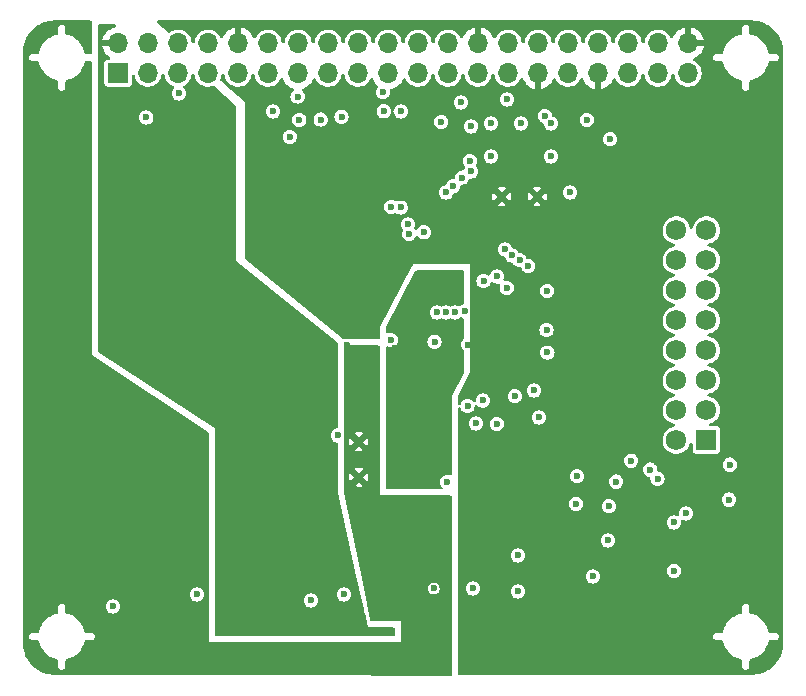
<source format=gbr>
G04 #@! TF.GenerationSoftware,KiCad,Pcbnew,(6.0.9)*
G04 #@! TF.CreationDate,2022-12-13T15:48:36+03:00*
G04 #@! TF.ProjectId,smuHAT,736d7548-4154-42e6-9b69-6361645f7063,2.2*
G04 #@! TF.SameCoordinates,Original*
G04 #@! TF.FileFunction,Copper,L3,Inr*
G04 #@! TF.FilePolarity,Positive*
%FSLAX46Y46*%
G04 Gerber Fmt 4.6, Leading zero omitted, Abs format (unit mm)*
G04 Created by KiCad (PCBNEW (6.0.9)) date 2022-12-13 15:48:36*
%MOMM*%
%LPD*%
G01*
G04 APERTURE LIST*
G04 #@! TA.AperFunction,ComponentPad*
%ADD10C,0.600000*%
G04 #@! TD*
G04 #@! TA.AperFunction,ComponentPad*
%ADD11R,1.725000X1.725000*%
G04 #@! TD*
G04 #@! TA.AperFunction,ComponentPad*
%ADD12C,1.725000*%
G04 #@! TD*
G04 #@! TA.AperFunction,ComponentPad*
%ADD13R,1.700000X1.700000*%
G04 #@! TD*
G04 #@! TA.AperFunction,ComponentPad*
%ADD14O,1.700000X1.700000*%
G04 #@! TD*
G04 #@! TA.AperFunction,ViaPad*
%ADD15C,0.600000*%
G04 #@! TD*
G04 APERTURE END LIST*
D10*
X142748000Y-107974000D03*
X142748000Y-110974000D03*
D11*
X172175000Y-107830000D03*
D12*
X169635000Y-107830000D03*
X172175000Y-105290000D03*
X169635000Y-105290000D03*
X172175000Y-102750000D03*
X169635000Y-102750000D03*
X172175000Y-100210000D03*
X169635000Y-100210000D03*
X172175000Y-97670000D03*
X169635000Y-97670000D03*
X172175000Y-95130000D03*
X169635000Y-95130000D03*
X172175000Y-92590000D03*
X169635000Y-92590000D03*
X172175000Y-90050000D03*
X169635000Y-90050000D03*
D10*
X157862400Y-87219200D03*
X154862400Y-87219200D03*
D13*
X122370000Y-76770000D03*
D14*
X122370000Y-74230000D03*
X124910000Y-76770000D03*
X124910000Y-74230000D03*
X127450000Y-76770000D03*
X127450000Y-74230000D03*
X129990000Y-76770000D03*
X129990000Y-74230000D03*
X132530000Y-76770000D03*
X132530000Y-74230000D03*
X135070000Y-76770000D03*
X135070000Y-74230000D03*
X137610000Y-76770000D03*
X137610000Y-74230000D03*
X140150000Y-76770000D03*
X140150000Y-74230000D03*
X142690000Y-76770000D03*
X142690000Y-74230000D03*
X145230000Y-76770000D03*
X145230000Y-74230000D03*
X147770000Y-76770000D03*
X147770000Y-74230000D03*
X150310000Y-76770000D03*
X150310000Y-74230000D03*
X152850000Y-76770000D03*
X152850000Y-74230000D03*
X155390000Y-76770000D03*
X155390000Y-74230000D03*
X157930000Y-76770000D03*
X157930000Y-74230000D03*
X160470000Y-76770000D03*
X160470000Y-74230000D03*
X163010000Y-76770000D03*
X163010000Y-74230000D03*
X165550000Y-76770000D03*
X165550000Y-74230000D03*
X168090000Y-76770000D03*
X168090000Y-74230000D03*
X170630000Y-76770000D03*
X170630000Y-74230000D03*
D15*
X162814000Y-121920000D03*
X163830000Y-116332000D03*
X162560000Y-119380000D03*
X137922000Y-110744000D03*
X143510000Y-124206000D03*
X139192000Y-111252000D03*
X137160000Y-109474000D03*
X132588000Y-119380000D03*
X121920000Y-121920000D03*
X137922000Y-108204000D03*
X129032000Y-120904000D03*
X139192000Y-107442000D03*
X160274000Y-106680000D03*
X153750000Y-102536000D03*
X167132000Y-87884000D03*
X156464000Y-108458000D03*
X150251500Y-111379000D03*
X124764800Y-80518000D03*
X154976000Y-97500000D03*
X145237200Y-113487200D03*
X162099850Y-99231660D03*
X150114000Y-97028000D03*
X167894000Y-99060000D03*
X145451000Y-99350000D03*
X159715200Y-90373200D03*
X155032000Y-101000000D03*
X160528000Y-103378000D03*
X161290000Y-99314000D03*
X153162000Y-82550000D03*
X170332400Y-81280000D03*
X143256000Y-84074000D03*
X159715200Y-92862400D03*
X154750000Y-102552000D03*
X146050000Y-84074000D03*
X161290000Y-108966000D03*
X161798000Y-96774000D03*
X168148000Y-123952000D03*
X166370000Y-119888000D03*
X141478000Y-120904000D03*
X162306000Y-114046000D03*
X170332400Y-83413600D03*
X170688000Y-119126000D03*
X143510000Y-99060000D03*
X155194000Y-108458000D03*
X156667200Y-77673200D03*
X157988000Y-108458000D03*
X167132000Y-86868000D03*
X167894000Y-104140000D03*
X141732000Y-99822000D03*
X167894000Y-96520000D03*
X149352000Y-97028000D03*
X141986000Y-78486000D03*
X150876000Y-97028000D03*
X161798000Y-94264500D03*
X152750000Y-102520000D03*
X162661600Y-91694000D03*
X167894000Y-93980000D03*
X152750000Y-96932000D03*
X160528000Y-104924500D03*
X167894000Y-91440000D03*
X170332400Y-84531200D03*
X149166000Y-99500000D03*
X175006000Y-119888000D03*
X163830000Y-101600000D03*
X160528000Y-79908400D03*
X165506400Y-104140000D03*
X145542000Y-93726000D03*
X167894000Y-101600000D03*
X154178000Y-96774000D03*
X152000000Y-99750000D03*
X149860000Y-81788000D03*
X153416000Y-108458000D03*
X170332400Y-82346800D03*
X155956000Y-106680000D03*
X160528000Y-99314000D03*
X167132000Y-85852000D03*
X163068000Y-111252000D03*
X167894000Y-106426000D03*
X170332400Y-80111600D03*
X159004000Y-116332000D03*
X140970000Y-107442000D03*
X154838351Y-101858071D03*
X162560000Y-96520000D03*
X127508000Y-78486000D03*
X133604000Y-79248000D03*
X161036000Y-115824000D03*
X157632400Y-78994000D03*
X167894000Y-88900000D03*
X142748000Y-106934000D03*
X147574000Y-80264000D03*
X151750000Y-96916000D03*
X161788211Y-78933411D03*
X143764000Y-122174000D03*
X167386000Y-109220000D03*
X138684000Y-121412000D03*
X151892000Y-108458000D03*
X167132000Y-84632800D03*
X172212000Y-115062000D03*
X163830000Y-106426000D03*
X172770800Y-84785200D03*
X159004000Y-81026000D03*
X164541200Y-111353600D03*
X162052000Y-80721200D03*
X169418000Y-114808000D03*
X156464000Y-81026000D03*
X159004000Y-83820000D03*
X164042989Y-82356589D03*
X169439589Y-118893589D03*
X153924000Y-81026000D03*
X165811200Y-109575600D03*
X153924000Y-83820000D03*
X152654000Y-106426000D03*
X155271839Y-94936339D03*
X155956000Y-104125500D03*
X157988000Y-105918000D03*
X158722025Y-100416700D03*
X154432000Y-93980000D03*
X153249998Y-104481374D03*
X158699200Y-95199200D03*
X155143200Y-91694000D03*
X157581600Y-103632000D03*
X155702000Y-92202000D03*
X151960468Y-104969762D03*
X153314400Y-94374500D03*
X156362400Y-92608400D03*
X154432000Y-106476800D03*
X157099000Y-93091000D03*
X147574000Y-108204000D03*
X148082000Y-109474000D03*
X151384000Y-93726000D03*
X145859101Y-100037501D03*
X147574000Y-110744000D03*
X146198000Y-107548000D03*
X146304000Y-111252000D03*
X150241000Y-107569000D03*
X174091600Y-112877600D03*
X158648400Y-98516100D03*
X146304000Y-80010000D03*
X136906000Y-82169000D03*
X141292500Y-80449500D03*
X137716587Y-80718987D03*
X139525111Y-80698711D03*
X156210000Y-117602000D03*
X156210000Y-120650000D03*
X149098000Y-120396000D03*
X152400000Y-120396000D03*
X168046400Y-111099600D03*
X163931600Y-113436400D03*
X135498500Y-80010000D03*
X147012289Y-90376111D03*
X137576194Y-78750500D03*
X146923635Y-89581539D03*
X148261789Y-90247169D03*
X144780000Y-78384400D03*
X174171911Y-109909911D03*
X161239200Y-110896400D03*
X167436800Y-110337600D03*
X170434000Y-114046000D03*
X161137600Y-113233200D03*
X144859500Y-79999500D03*
X151384000Y-79248000D03*
X152273000Y-81280000D03*
X146299135Y-88141104D03*
X145501452Y-88087200D03*
X149730089Y-80896089D03*
X155321000Y-78994000D03*
X158496000Y-80380500D03*
X152146000Y-84201000D03*
X152247600Y-85090500D03*
X150139400Y-86868500D03*
X160655000Y-86868000D03*
X151511500Y-85608500D03*
X150749000Y-86349500D03*
G04 #@! TA.AperFunction,Conductor*
G36*
X120084121Y-72320502D02*
G01*
X120130614Y-72374158D01*
X120142000Y-72426500D01*
X120142000Y-75011500D01*
X120121998Y-75079621D01*
X120068342Y-75126114D01*
X120016000Y-75137500D01*
X119651407Y-75137500D01*
X119583286Y-75117498D01*
X119536793Y-75063842D01*
X119528229Y-75038019D01*
X119525705Y-75026292D01*
X119495883Y-74887776D01*
X119399461Y-74626415D01*
X119267176Y-74381247D01*
X119101666Y-74157164D01*
X119047237Y-74101873D01*
X118936883Y-73989773D01*
X118906233Y-73958638D01*
X118902693Y-73955937D01*
X118902687Y-73955931D01*
X118688319Y-73792330D01*
X118688315Y-73792327D01*
X118684778Y-73789628D01*
X118441718Y-73653508D01*
X118181904Y-73552994D01*
X118177579Y-73551991D01*
X118177574Y-73551990D01*
X118000049Y-73510842D01*
X117938204Y-73475974D01*
X117905027Y-73413206D01*
X117902500Y-73388096D01*
X117902500Y-72910052D01*
X117898663Y-72889446D01*
X117889340Y-72839388D01*
X117889339Y-72839387D01*
X117887209Y-72827947D01*
X117828468Y-72732652D01*
X117739359Y-72664892D01*
X117631832Y-72633754D01*
X117576068Y-72638583D01*
X117531895Y-72642409D01*
X117531894Y-72642409D01*
X117520304Y-72643413D01*
X117470017Y-72667994D01*
X117430182Y-72687466D01*
X117430181Y-72687467D01*
X117419731Y-72692575D01*
X117343599Y-72774646D01*
X117302117Y-72878622D01*
X117301500Y-72884915D01*
X117301500Y-73388561D01*
X117281498Y-73456682D01*
X117227842Y-73503175D01*
X117200083Y-73512139D01*
X117165129Y-73519092D01*
X117085963Y-73534839D01*
X117085956Y-73534841D01*
X117081592Y-73535709D01*
X116818749Y-73628013D01*
X116571533Y-73756431D01*
X116567918Y-73759014D01*
X116567912Y-73759018D01*
X116479031Y-73822534D01*
X116344878Y-73918401D01*
X116302699Y-73958638D01*
X116152550Y-74101873D01*
X116143306Y-74110691D01*
X116140550Y-74114186D01*
X116140549Y-74114188D01*
X116103838Y-74160756D01*
X115970839Y-74329464D01*
X115930272Y-74399305D01*
X115833152Y-74566509D01*
X115833149Y-74566515D01*
X115830918Y-74570356D01*
X115726335Y-74828559D01*
X115725264Y-74832871D01*
X115725261Y-74832880D01*
X115673347Y-75041875D01*
X115637513Y-75103165D01*
X115574231Y-75135352D01*
X115551063Y-75137500D01*
X115074052Y-75137500D01*
X115068351Y-75138562D01*
X115068348Y-75138562D01*
X115003388Y-75150660D01*
X115003387Y-75150661D01*
X114991947Y-75152791D01*
X114896652Y-75211532D01*
X114828892Y-75300641D01*
X114797754Y-75408168D01*
X114807413Y-75519696D01*
X114856575Y-75620269D01*
X114938646Y-75696401D01*
X115042622Y-75737883D01*
X115048915Y-75738500D01*
X115552002Y-75738500D01*
X115620123Y-75758502D01*
X115666616Y-75812158D01*
X115675952Y-75841862D01*
X115677284Y-75849154D01*
X115691769Y-75928464D01*
X115779933Y-76192725D01*
X115781925Y-76196712D01*
X115781926Y-76196714D01*
X115863939Y-76360847D01*
X115904452Y-76441927D01*
X116062842Y-76671098D01*
X116065864Y-76674367D01*
X116248926Y-76872403D01*
X116248931Y-76872408D01*
X116251942Y-76875665D01*
X116467980Y-77051548D01*
X116706644Y-77195235D01*
X116710739Y-77196969D01*
X116710741Y-77196970D01*
X116890387Y-77273040D01*
X116963173Y-77303861D01*
X116967465Y-77304999D01*
X116967468Y-77305000D01*
X117207793Y-77368721D01*
X117268512Y-77405514D01*
X117299700Y-77469293D01*
X117301500Y-77490513D01*
X117301500Y-77965948D01*
X117316791Y-78048053D01*
X117375532Y-78143348D01*
X117464641Y-78211108D01*
X117572168Y-78242246D01*
X117627932Y-78237417D01*
X117672105Y-78233591D01*
X117672106Y-78233591D01*
X117683696Y-78232587D01*
X117742043Y-78204066D01*
X117773818Y-78188534D01*
X117773819Y-78188533D01*
X117784269Y-78183425D01*
X117860401Y-78101354D01*
X117901883Y-77997378D01*
X117902500Y-77991085D01*
X117902500Y-77489074D01*
X117922502Y-77420953D01*
X117976158Y-77374460D01*
X118007812Y-77364785D01*
X118062399Y-77355699D01*
X118234859Y-77301157D01*
X118323766Y-77273040D01*
X118323768Y-77273039D01*
X118328012Y-77271697D01*
X118579139Y-77151107D01*
X118582845Y-77148631D01*
X118807068Y-76998811D01*
X118807072Y-76998808D01*
X118810770Y-76996337D01*
X119018282Y-76810473D01*
X119135439Y-76671098D01*
X119194669Y-76600636D01*
X119194671Y-76600634D01*
X119197536Y-76597225D01*
X119344955Y-76360847D01*
X119457597Y-76106056D01*
X119488391Y-75996867D01*
X119532005Y-75842224D01*
X119532007Y-75842216D01*
X119533214Y-75837935D01*
X119533220Y-75837937D01*
X119566091Y-75776292D01*
X119628063Y-75741651D01*
X119656065Y-75738500D01*
X120016000Y-75738500D01*
X120084121Y-75758502D01*
X120130614Y-75812158D01*
X120142000Y-75864500D01*
X120142000Y-100584000D01*
X120152827Y-100591218D01*
X120152828Y-100591219D01*
X129991892Y-107150595D01*
X130037477Y-107205024D01*
X130048000Y-107255433D01*
X130048000Y-124968000D01*
X143764000Y-124968000D01*
X143764000Y-127699500D01*
X117037317Y-127699500D01*
X117015437Y-127697586D01*
X117010855Y-127696778D01*
X117000000Y-127694864D01*
X116989145Y-127696778D01*
X116978706Y-127696778D01*
X116965491Y-127697562D01*
X116704813Y-127682923D01*
X116690781Y-127681342D01*
X116548528Y-127657172D01*
X116406281Y-127633003D01*
X116392506Y-127629859D01*
X116306153Y-127604981D01*
X116115201Y-127549969D01*
X116101882Y-127545308D01*
X115835265Y-127434871D01*
X115822534Y-127428740D01*
X115569980Y-127289159D01*
X115558015Y-127281642D01*
X115322658Y-127114647D01*
X115311611Y-127105837D01*
X115096441Y-126913550D01*
X115086450Y-126903559D01*
X114894163Y-126688389D01*
X114885353Y-126677342D01*
X114718358Y-126441985D01*
X114710841Y-126430020D01*
X114571260Y-126177466D01*
X114565129Y-126164736D01*
X114528310Y-126075848D01*
X114454692Y-125898118D01*
X114450031Y-125884799D01*
X114374503Y-125622636D01*
X114370141Y-125607494D01*
X114366997Y-125593719D01*
X114330475Y-125378768D01*
X114318658Y-125309219D01*
X114317077Y-125295183D01*
X114307921Y-125132138D01*
X114302438Y-125034509D01*
X114303222Y-125021294D01*
X114303222Y-125010855D01*
X114305136Y-125000000D01*
X114302414Y-124984563D01*
X114300500Y-124962683D01*
X114300500Y-124430168D01*
X114797754Y-124430168D01*
X114798758Y-124441759D01*
X114804568Y-124508841D01*
X114807413Y-124541696D01*
X114856575Y-124642269D01*
X114938646Y-124718401D01*
X115042622Y-124759883D01*
X115048915Y-124760500D01*
X115552002Y-124760500D01*
X115620123Y-124780502D01*
X115666616Y-124834158D01*
X115675952Y-124863862D01*
X115683458Y-124904955D01*
X115691769Y-124950464D01*
X115693174Y-124954676D01*
X115693175Y-124954679D01*
X115719809Y-125034512D01*
X115779933Y-125214725D01*
X115781925Y-125218712D01*
X115781926Y-125218714D01*
X115863939Y-125382847D01*
X115904452Y-125463927D01*
X116062842Y-125693098D01*
X116065864Y-125696367D01*
X116248926Y-125894403D01*
X116248931Y-125894408D01*
X116251942Y-125897665D01*
X116467980Y-126073548D01*
X116471798Y-126075847D01*
X116471800Y-126075848D01*
X116633347Y-126173107D01*
X116706644Y-126217235D01*
X116710739Y-126218969D01*
X116710741Y-126218970D01*
X116890387Y-126295040D01*
X116963173Y-126325861D01*
X116967465Y-126326999D01*
X116967468Y-126327000D01*
X117207793Y-126390721D01*
X117268512Y-126427514D01*
X117299700Y-126491293D01*
X117301500Y-126512513D01*
X117301500Y-126987948D01*
X117316791Y-127070053D01*
X117375532Y-127165348D01*
X117464641Y-127233108D01*
X117572168Y-127264246D01*
X117627932Y-127259417D01*
X117672105Y-127255591D01*
X117672106Y-127255591D01*
X117683696Y-127254587D01*
X117742043Y-127226066D01*
X117773818Y-127210534D01*
X117773819Y-127210533D01*
X117784269Y-127205425D01*
X117860401Y-127123354D01*
X117901883Y-127019378D01*
X117902500Y-127013085D01*
X117902500Y-126511074D01*
X117922502Y-126442953D01*
X117976158Y-126396460D01*
X118007812Y-126386785D01*
X118062399Y-126377699D01*
X118234859Y-126323157D01*
X118323766Y-126295040D01*
X118323768Y-126295039D01*
X118328012Y-126293697D01*
X118492029Y-126214937D01*
X118575120Y-126175037D01*
X118575121Y-126175036D01*
X118579139Y-126173107D01*
X118582845Y-126170631D01*
X118807068Y-126020811D01*
X118807072Y-126020808D01*
X118810770Y-126018337D01*
X119018282Y-125832473D01*
X119135439Y-125693098D01*
X119194669Y-125622636D01*
X119194671Y-125622634D01*
X119197536Y-125619225D01*
X119344955Y-125382847D01*
X119457597Y-125128056D01*
X119493712Y-125000000D01*
X119532005Y-124864224D01*
X119532007Y-124864216D01*
X119533214Y-124859935D01*
X119533220Y-124859937D01*
X119566091Y-124798292D01*
X119628063Y-124763651D01*
X119656065Y-124760500D01*
X120129948Y-124760500D01*
X120135649Y-124759438D01*
X120135652Y-124759438D01*
X120200612Y-124747340D01*
X120200613Y-124747339D01*
X120212053Y-124745209D01*
X120307348Y-124686468D01*
X120375108Y-124597359D01*
X120406246Y-124489832D01*
X120396587Y-124378304D01*
X120347425Y-124277731D01*
X120265354Y-124201599D01*
X120161378Y-124160117D01*
X120155085Y-124159500D01*
X119651407Y-124159500D01*
X119583286Y-124139498D01*
X119536793Y-124085842D01*
X119528229Y-124060019D01*
X119496819Y-123914123D01*
X119496819Y-123914121D01*
X119495883Y-123909776D01*
X119399461Y-123648415D01*
X119267176Y-123403247D01*
X119101666Y-123179164D01*
X118906233Y-122980638D01*
X118902693Y-122977937D01*
X118902687Y-122977931D01*
X118688319Y-122814330D01*
X118688315Y-122814327D01*
X118684778Y-122811628D01*
X118441718Y-122675508D01*
X118181904Y-122574994D01*
X118177579Y-122573991D01*
X118177574Y-122573990D01*
X118000049Y-122532842D01*
X117938204Y-122497974D01*
X117905027Y-122435206D01*
X117902500Y-122410096D01*
X117902500Y-121932052D01*
X117900256Y-121920000D01*
X121314318Y-121920000D01*
X121334956Y-122076762D01*
X121395464Y-122222841D01*
X121491718Y-122348282D01*
X121617159Y-122444536D01*
X121763238Y-122505044D01*
X121920000Y-122525682D01*
X121928188Y-122524604D01*
X122068574Y-122506122D01*
X122076762Y-122505044D01*
X122222841Y-122444536D01*
X122348282Y-122348282D01*
X122444536Y-122222841D01*
X122505044Y-122076762D01*
X122525682Y-121920000D01*
X122505044Y-121763238D01*
X122444536Y-121617159D01*
X122348282Y-121491718D01*
X122222841Y-121395464D01*
X122076762Y-121334956D01*
X121920000Y-121314318D01*
X121763238Y-121334956D01*
X121617159Y-121395464D01*
X121491718Y-121491718D01*
X121395464Y-121617159D01*
X121334956Y-121763238D01*
X121314318Y-121920000D01*
X117900256Y-121920000D01*
X117889340Y-121861388D01*
X117889339Y-121861387D01*
X117887209Y-121849947D01*
X117828468Y-121754652D01*
X117739359Y-121686892D01*
X117631832Y-121655754D01*
X117576068Y-121660583D01*
X117531895Y-121664409D01*
X117531894Y-121664409D01*
X117520304Y-121665413D01*
X117470018Y-121689994D01*
X117430182Y-121709466D01*
X117430181Y-121709467D01*
X117419731Y-121714575D01*
X117343599Y-121796646D01*
X117302117Y-121900622D01*
X117301500Y-121906915D01*
X117301500Y-122410561D01*
X117281498Y-122478682D01*
X117227842Y-122525175D01*
X117200083Y-122534139D01*
X117165129Y-122541092D01*
X117085963Y-122556839D01*
X117085956Y-122556841D01*
X117081592Y-122557709D01*
X116818749Y-122650013D01*
X116571533Y-122778431D01*
X116567918Y-122781014D01*
X116567912Y-122781018D01*
X116525078Y-122811628D01*
X116344878Y-122940401D01*
X116143306Y-123132691D01*
X116140550Y-123136186D01*
X116140549Y-123136188D01*
X116103838Y-123182756D01*
X115970839Y-123351464D01*
X115907863Y-123459885D01*
X115833152Y-123588509D01*
X115833149Y-123588515D01*
X115830918Y-123592356D01*
X115829248Y-123596479D01*
X115755839Y-123777718D01*
X115726335Y-123850559D01*
X115725264Y-123854871D01*
X115725261Y-123854880D01*
X115673347Y-124063875D01*
X115637513Y-124125165D01*
X115574231Y-124157352D01*
X115551063Y-124159500D01*
X115074052Y-124159500D01*
X115068351Y-124160562D01*
X115068348Y-124160562D01*
X115003388Y-124172660D01*
X115003387Y-124172661D01*
X114991947Y-124174791D01*
X114896652Y-124233532D01*
X114828892Y-124322641D01*
X114797754Y-124430168D01*
X114300500Y-124430168D01*
X114300500Y-120904000D01*
X128426318Y-120904000D01*
X128446956Y-121060762D01*
X128507464Y-121206841D01*
X128603718Y-121332282D01*
X128729159Y-121428536D01*
X128875238Y-121489044D01*
X129032000Y-121509682D01*
X129040188Y-121508604D01*
X129180574Y-121490122D01*
X129188762Y-121489044D01*
X129334841Y-121428536D01*
X129460282Y-121332282D01*
X129556536Y-121206841D01*
X129617044Y-121060762D01*
X129637682Y-120904000D01*
X129617044Y-120747238D01*
X129556536Y-120601159D01*
X129460282Y-120475718D01*
X129334841Y-120379464D01*
X129188762Y-120318956D01*
X129032000Y-120298318D01*
X128875238Y-120318956D01*
X128729159Y-120379464D01*
X128603718Y-120475718D01*
X128507464Y-120601159D01*
X128446956Y-120747238D01*
X128426318Y-120904000D01*
X114300500Y-120904000D01*
X114300500Y-75037317D01*
X114302414Y-75015437D01*
X114303222Y-75010855D01*
X114305136Y-75000000D01*
X114303222Y-74989145D01*
X114303222Y-74978706D01*
X114302438Y-74965488D01*
X114306990Y-74884442D01*
X114317077Y-74704813D01*
X114318659Y-74690776D01*
X114324818Y-74654530D01*
X114366997Y-74406281D01*
X114370141Y-74392506D01*
X114416958Y-74230000D01*
X114450031Y-74115201D01*
X114454692Y-74101882D01*
X114565129Y-73835264D01*
X114571260Y-73822534D01*
X114710841Y-73569980D01*
X114718358Y-73558015D01*
X114885353Y-73322658D01*
X114894163Y-73311611D01*
X115086450Y-73096441D01*
X115096441Y-73086450D01*
X115311611Y-72894163D01*
X115322658Y-72885353D01*
X115558015Y-72718358D01*
X115569980Y-72710841D01*
X115822534Y-72571260D01*
X115835264Y-72565129D01*
X115886551Y-72543885D01*
X116101882Y-72454692D01*
X116115201Y-72450031D01*
X116306153Y-72395019D01*
X116392506Y-72370141D01*
X116406281Y-72366997D01*
X116548528Y-72342828D01*
X116690781Y-72318658D01*
X116704813Y-72317077D01*
X116965491Y-72302438D01*
X116978706Y-72303222D01*
X116989145Y-72303222D01*
X117000000Y-72305136D01*
X117015437Y-72302414D01*
X117037317Y-72300500D01*
X120016000Y-72300500D01*
X120084121Y-72320502D01*
G37*
G04 #@! TD.AperFunction*
G04 #@! TA.AperFunction,Conductor*
G36*
X122167920Y-72664002D02*
G01*
X122214413Y-72717658D01*
X122224517Y-72787932D01*
X122195023Y-72852512D01*
X122135297Y-72890896D01*
X122118858Y-72894550D01*
X122059321Y-72903661D01*
X122049293Y-72906050D01*
X121846868Y-72972212D01*
X121837359Y-72976209D01*
X121648463Y-73074542D01*
X121639738Y-73080036D01*
X121469433Y-73207905D01*
X121461726Y-73214748D01*
X121314590Y-73368717D01*
X121308104Y-73376727D01*
X121188098Y-73552649D01*
X121183000Y-73561623D01*
X121093338Y-73754783D01*
X121089775Y-73764470D01*
X121034389Y-73964183D01*
X121035912Y-73972607D01*
X121048292Y-73976000D01*
X122498000Y-73976000D01*
X122566121Y-73996002D01*
X122612614Y-74049658D01*
X122624000Y-74102000D01*
X122624000Y-74358000D01*
X122603998Y-74426121D01*
X122550342Y-74472614D01*
X122498000Y-74484000D01*
X121053225Y-74484000D01*
X121039694Y-74487973D01*
X121038257Y-74497966D01*
X121068565Y-74632446D01*
X121071645Y-74642275D01*
X121151770Y-74839603D01*
X121156413Y-74848794D01*
X121267694Y-75030388D01*
X121273777Y-75038699D01*
X121413213Y-75199667D01*
X121420580Y-75206883D01*
X121584434Y-75342916D01*
X121592876Y-75348828D01*
X121654284Y-75384712D01*
X121703007Y-75436351D01*
X121716078Y-75506134D01*
X121689346Y-75571906D01*
X121631299Y-75612784D01*
X121590713Y-75619500D01*
X121475354Y-75619500D01*
X121471650Y-75619941D01*
X121471647Y-75619941D01*
X121464254Y-75620821D01*
X121449154Y-75622618D01*
X121440514Y-75626456D01*
X121440513Y-75626456D01*
X121374131Y-75655942D01*
X121346847Y-75668061D01*
X121267759Y-75747287D01*
X121222494Y-75849673D01*
X121219500Y-75875354D01*
X121219500Y-77664646D01*
X121222618Y-77690846D01*
X121268061Y-77793153D01*
X121276294Y-77801372D01*
X121276295Y-77801373D01*
X121302363Y-77827395D01*
X121347287Y-77872241D01*
X121357924Y-77876944D01*
X121357926Y-77876945D01*
X121397257Y-77894333D01*
X121449673Y-77917506D01*
X121475354Y-77920500D01*
X123264646Y-77920500D01*
X123268350Y-77920059D01*
X123268353Y-77920059D01*
X123275746Y-77919179D01*
X123290846Y-77917382D01*
X123315483Y-77906439D01*
X123382518Y-77876663D01*
X123393153Y-77871939D01*
X123472241Y-77792713D01*
X123517506Y-77690327D01*
X123520500Y-77664646D01*
X123520500Y-76980673D01*
X123540502Y-76912552D01*
X123594158Y-76866059D01*
X123664432Y-76855955D01*
X123729012Y-76885449D01*
X123767396Y-76945175D01*
X123768658Y-76950784D01*
X123768796Y-76950749D01*
X123820845Y-77155690D01*
X123909369Y-77347714D01*
X124031405Y-77520391D01*
X124035539Y-77524418D01*
X124175727Y-77660983D01*
X124182865Y-77667937D01*
X124187661Y-77671142D01*
X124187664Y-77671144D01*
X124330936Y-77766875D01*
X124358677Y-77785411D01*
X124363985Y-77787692D01*
X124363986Y-77787692D01*
X124547650Y-77866600D01*
X124547653Y-77866601D01*
X124552953Y-77868878D01*
X124558582Y-77870152D01*
X124558583Y-77870152D01*
X124753550Y-77914269D01*
X124753553Y-77914269D01*
X124759186Y-77915544D01*
X124764957Y-77915771D01*
X124764959Y-77915771D01*
X124826989Y-77918208D01*
X124970470Y-77923846D01*
X124976179Y-77923018D01*
X124976183Y-77923018D01*
X125174015Y-77894333D01*
X125174019Y-77894332D01*
X125179730Y-77893504D01*
X125266579Y-77864023D01*
X125374483Y-77827395D01*
X125374488Y-77827393D01*
X125379955Y-77825537D01*
X125423103Y-77801373D01*
X125559395Y-77725046D01*
X125559399Y-77725043D01*
X125564442Y-77722219D01*
X125727012Y-77587012D01*
X125862219Y-77424442D01*
X125865043Y-77419399D01*
X125865046Y-77419395D01*
X125962713Y-77244998D01*
X125962714Y-77244996D01*
X125965537Y-77239955D01*
X125967393Y-77234488D01*
X125967395Y-77234483D01*
X126031647Y-77045200D01*
X126033504Y-77039730D01*
X126046406Y-76950749D01*
X126055090Y-76890860D01*
X126084660Y-76826315D01*
X126144432Y-76788003D01*
X126215429Y-76788087D01*
X126275109Y-76826542D01*
X126304525Y-76891158D01*
X126305515Y-76900695D01*
X126308796Y-76950749D01*
X126310217Y-76956345D01*
X126310218Y-76956350D01*
X126332784Y-77045200D01*
X126360845Y-77155690D01*
X126449369Y-77347714D01*
X126571405Y-77520391D01*
X126575539Y-77524418D01*
X126715727Y-77660983D01*
X126722865Y-77667937D01*
X126727661Y-77671142D01*
X126727664Y-77671144D01*
X126870936Y-77766875D01*
X126898677Y-77785411D01*
X126903980Y-77787690D01*
X126903985Y-77787692D01*
X126982851Y-77821575D01*
X127046024Y-77848716D01*
X127100716Y-77893983D01*
X127122254Y-77961634D01*
X127103797Y-78030189D01*
X127085790Y-78053059D01*
X127079718Y-78057718D01*
X126983464Y-78183159D01*
X126922956Y-78329238D01*
X126902318Y-78486000D01*
X126922956Y-78642762D01*
X126983464Y-78788841D01*
X127079718Y-78914282D01*
X127205159Y-79010536D01*
X127351238Y-79071044D01*
X127508000Y-79091682D01*
X127516188Y-79090604D01*
X127656574Y-79072122D01*
X127664762Y-79071044D01*
X127810841Y-79010536D01*
X127936282Y-78914282D01*
X128032536Y-78788841D01*
X128093044Y-78642762D01*
X128113682Y-78486000D01*
X128093044Y-78329238D01*
X128032536Y-78183159D01*
X127936282Y-78057718D01*
X127929736Y-78052695D01*
X127929732Y-78052691D01*
X127906218Y-78034648D01*
X127864351Y-77977310D01*
X127860129Y-77906439D01*
X127894893Y-77844536D01*
X127921349Y-77824757D01*
X128104442Y-77722219D01*
X128267012Y-77587012D01*
X128402219Y-77424442D01*
X128405043Y-77419399D01*
X128405046Y-77419395D01*
X128502713Y-77244998D01*
X128502714Y-77244996D01*
X128505537Y-77239955D01*
X128507393Y-77234488D01*
X128507395Y-77234483D01*
X128571647Y-77045200D01*
X128573504Y-77039730D01*
X128586406Y-76950749D01*
X128595090Y-76890860D01*
X128624660Y-76826315D01*
X128684432Y-76788003D01*
X128755429Y-76788087D01*
X128815109Y-76826542D01*
X128844525Y-76891158D01*
X128845515Y-76900695D01*
X128848796Y-76950749D01*
X128850217Y-76956345D01*
X128850218Y-76956350D01*
X128872784Y-77045200D01*
X128900845Y-77155690D01*
X128989369Y-77347714D01*
X129111405Y-77520391D01*
X129115539Y-77524418D01*
X129255727Y-77660983D01*
X129262865Y-77667937D01*
X129267661Y-77671142D01*
X129267664Y-77671144D01*
X129410936Y-77766875D01*
X129438677Y-77785411D01*
X129443985Y-77787692D01*
X129443986Y-77787692D01*
X129627650Y-77866600D01*
X129627653Y-77866601D01*
X129632953Y-77868878D01*
X129638582Y-77870152D01*
X129638583Y-77870152D01*
X129833550Y-77914269D01*
X129833553Y-77914269D01*
X129839186Y-77915544D01*
X129844957Y-77915771D01*
X129844959Y-77915771D01*
X129906989Y-77918208D01*
X130050470Y-77923846D01*
X130056179Y-77923018D01*
X130056183Y-77923018D01*
X130254015Y-77894333D01*
X130254019Y-77894332D01*
X130259730Y-77893504D01*
X130360961Y-77859141D01*
X130431895Y-77856185D01*
X130484433Y-77883629D01*
X132290972Y-79464351D01*
X132329066Y-79524262D01*
X132334000Y-79559176D01*
X132334000Y-92710000D01*
X138777297Y-97826736D01*
X140922357Y-99530166D01*
X140963264Y-99588193D01*
X140970000Y-99628838D01*
X140970000Y-106725819D01*
X140949998Y-106793940D01*
X140896342Y-106840433D01*
X140860446Y-106850741D01*
X140813238Y-106856956D01*
X140667159Y-106917464D01*
X140541718Y-107013718D01*
X140445464Y-107139159D01*
X140384956Y-107285238D01*
X140364318Y-107442000D01*
X140384956Y-107598762D01*
X140445464Y-107744841D01*
X140541718Y-107870282D01*
X140667159Y-107966536D01*
X140813238Y-108027044D01*
X140821426Y-108028122D01*
X140860446Y-108033259D01*
X140925373Y-108061981D01*
X140964465Y-108121246D01*
X140970000Y-108158181D01*
X140970000Y-112268000D01*
X138430000Y-112014000D01*
X130382768Y-106725819D01*
X120706804Y-100367328D01*
X120660859Y-100313202D01*
X120650000Y-100262029D01*
X120650000Y-80518000D01*
X124159118Y-80518000D01*
X124179756Y-80674762D01*
X124240264Y-80820841D01*
X124336518Y-80946282D01*
X124461959Y-81042536D01*
X124608038Y-81103044D01*
X124764800Y-81123682D01*
X124772988Y-81122604D01*
X124913374Y-81104122D01*
X124921562Y-81103044D01*
X125067641Y-81042536D01*
X125193082Y-80946282D01*
X125289336Y-80820841D01*
X125349844Y-80674762D01*
X125370482Y-80518000D01*
X125349844Y-80361238D01*
X125289336Y-80215159D01*
X125193082Y-80089718D01*
X125067641Y-79993464D01*
X124921562Y-79932956D01*
X124764800Y-79912318D01*
X124608038Y-79932956D01*
X124461959Y-79993464D01*
X124336518Y-80089718D01*
X124240264Y-80215159D01*
X124179756Y-80361238D01*
X124159118Y-80518000D01*
X120650000Y-80518000D01*
X120650000Y-72770000D01*
X120670002Y-72701879D01*
X120723658Y-72655386D01*
X120776000Y-72644000D01*
X122099799Y-72644000D01*
X122167920Y-72664002D01*
G37*
G04 #@! TD.AperFunction*
G04 #@! TA.AperFunction,Conductor*
G36*
X140970000Y-112268000D02*
G01*
X140971494Y-112274725D01*
X140971495Y-112274730D01*
X142533523Y-119303853D01*
X143019748Y-121491863D01*
X143158334Y-122115502D01*
X143160256Y-122159280D01*
X143158318Y-122174000D01*
X143178956Y-122330762D01*
X143182116Y-122338391D01*
X143233461Y-122462348D01*
X143240051Y-122483231D01*
X143510000Y-123698000D01*
X145670000Y-123698000D01*
X145738121Y-123718002D01*
X145784614Y-123771658D01*
X145796000Y-123824000D01*
X145796000Y-124334000D01*
X145775998Y-124402121D01*
X145722342Y-124448614D01*
X145670000Y-124460000D01*
X142240000Y-124460000D01*
X141330914Y-121490318D01*
X141469812Y-121508604D01*
X141478000Y-121509682D01*
X141486188Y-121508604D01*
X141626574Y-121490122D01*
X141634762Y-121489044D01*
X141780841Y-121428536D01*
X141906282Y-121332282D01*
X142002536Y-121206841D01*
X142063044Y-121060762D01*
X142083682Y-120904000D01*
X142063044Y-120747238D01*
X142002536Y-120601159D01*
X141906282Y-120475718D01*
X141780841Y-120379464D01*
X141634762Y-120318956D01*
X141478000Y-120298318D01*
X141321238Y-120318956D01*
X141175159Y-120379464D01*
X141049718Y-120475718D01*
X141044695Y-120482264D01*
X141044692Y-120482267D01*
X141028705Y-120503102D01*
X138430000Y-112014000D01*
X140970000Y-112268000D01*
G37*
G04 #@! TD.AperFunction*
G04 #@! TA.AperFunction,Conductor*
G36*
X175984563Y-72302414D02*
G01*
X176000000Y-72305136D01*
X176010855Y-72303222D01*
X176021294Y-72303222D01*
X176034509Y-72302438D01*
X176295187Y-72317077D01*
X176309219Y-72318658D01*
X176451472Y-72342828D01*
X176593719Y-72366997D01*
X176607494Y-72370141D01*
X176669946Y-72388133D01*
X176884799Y-72450031D01*
X176898118Y-72454692D01*
X177113449Y-72543885D01*
X177164736Y-72565129D01*
X177177466Y-72571260D01*
X177430020Y-72710841D01*
X177441985Y-72718358D01*
X177677342Y-72885353D01*
X177688389Y-72894163D01*
X177903559Y-73086450D01*
X177913549Y-73096440D01*
X177936527Y-73122152D01*
X178105837Y-73311611D01*
X178114647Y-73322658D01*
X178281642Y-73558015D01*
X178289159Y-73569980D01*
X178428740Y-73822534D01*
X178434871Y-73835264D01*
X178545308Y-74101882D01*
X178549969Y-74115201D01*
X178600463Y-74290470D01*
X178629859Y-74392506D01*
X178633003Y-74406281D01*
X178675183Y-74654530D01*
X178681341Y-74690776D01*
X178682923Y-74704813D01*
X178693011Y-74884442D01*
X178697562Y-74965488D01*
X178696778Y-74978706D01*
X178696778Y-74989145D01*
X178694864Y-75000000D01*
X178696778Y-75010855D01*
X178697586Y-75015437D01*
X178699500Y-75037317D01*
X178699500Y-124962683D01*
X178697586Y-124984563D01*
X178694864Y-125000000D01*
X178696778Y-125010855D01*
X178696778Y-125021294D01*
X178697562Y-125034509D01*
X178692079Y-125132138D01*
X178682923Y-125295183D01*
X178681342Y-125309219D01*
X178669525Y-125378768D01*
X178633003Y-125593719D01*
X178629859Y-125607494D01*
X178625497Y-125622636D01*
X178549969Y-125884799D01*
X178545308Y-125898118D01*
X178471690Y-126075848D01*
X178434871Y-126164736D01*
X178428740Y-126177466D01*
X178289159Y-126430020D01*
X178281642Y-126441985D01*
X178114647Y-126677342D01*
X178105837Y-126688389D01*
X177913550Y-126903559D01*
X177903559Y-126913550D01*
X177688389Y-127105837D01*
X177677342Y-127114647D01*
X177441985Y-127281642D01*
X177430020Y-127289159D01*
X177177466Y-127428740D01*
X177164735Y-127434871D01*
X176898118Y-127545308D01*
X176884799Y-127549969D01*
X176693847Y-127604981D01*
X176607494Y-127629859D01*
X176593719Y-127633003D01*
X176451472Y-127657172D01*
X176309219Y-127681342D01*
X176295187Y-127682923D01*
X176034509Y-127697562D01*
X176021294Y-127696778D01*
X176010855Y-127696778D01*
X176000000Y-127694864D01*
X175989145Y-127696778D01*
X175984563Y-127697586D01*
X175962683Y-127699500D01*
X151256000Y-127699500D01*
X151187879Y-127679498D01*
X151141386Y-127625842D01*
X151130000Y-127573500D01*
X151130000Y-124430168D01*
X172709754Y-124430168D01*
X172710758Y-124441759D01*
X172716568Y-124508841D01*
X172719413Y-124541696D01*
X172768575Y-124642269D01*
X172850646Y-124718401D01*
X172954622Y-124759883D01*
X172960915Y-124760500D01*
X173464002Y-124760500D01*
X173532123Y-124780502D01*
X173578616Y-124834158D01*
X173587952Y-124863862D01*
X173595458Y-124904955D01*
X173603769Y-124950464D01*
X173605174Y-124954676D01*
X173605175Y-124954679D01*
X173631809Y-125034512D01*
X173691933Y-125214725D01*
X173693925Y-125218712D01*
X173693926Y-125218714D01*
X173775939Y-125382847D01*
X173816452Y-125463927D01*
X173974842Y-125693098D01*
X173977864Y-125696367D01*
X174160926Y-125894403D01*
X174160931Y-125894408D01*
X174163942Y-125897665D01*
X174379980Y-126073548D01*
X174383798Y-126075847D01*
X174383800Y-126075848D01*
X174545347Y-126173107D01*
X174618644Y-126217235D01*
X174622739Y-126218969D01*
X174622741Y-126218970D01*
X174802387Y-126295040D01*
X174875173Y-126325861D01*
X174879465Y-126326999D01*
X174879468Y-126327000D01*
X175119793Y-126390721D01*
X175180512Y-126427514D01*
X175211700Y-126491293D01*
X175213500Y-126512513D01*
X175213500Y-126987948D01*
X175228791Y-127070053D01*
X175287532Y-127165348D01*
X175376641Y-127233108D01*
X175484168Y-127264246D01*
X175539932Y-127259417D01*
X175584105Y-127255591D01*
X175584106Y-127255591D01*
X175595696Y-127254587D01*
X175654043Y-127226066D01*
X175685818Y-127210534D01*
X175685819Y-127210533D01*
X175696269Y-127205425D01*
X175772401Y-127123354D01*
X175813883Y-127019378D01*
X175814500Y-127013085D01*
X175814500Y-126511074D01*
X175834502Y-126442953D01*
X175888158Y-126396460D01*
X175919812Y-126386785D01*
X175974399Y-126377699D01*
X176146859Y-126323157D01*
X176235766Y-126295040D01*
X176235768Y-126295039D01*
X176240012Y-126293697D01*
X176404029Y-126214937D01*
X176487120Y-126175037D01*
X176487121Y-126175036D01*
X176491139Y-126173107D01*
X176494845Y-126170631D01*
X176719068Y-126020811D01*
X176719072Y-126020808D01*
X176722770Y-126018337D01*
X176930282Y-125832473D01*
X177047439Y-125693098D01*
X177106669Y-125622636D01*
X177106671Y-125622634D01*
X177109536Y-125619225D01*
X177256955Y-125382847D01*
X177369597Y-125128056D01*
X177405712Y-125000000D01*
X177444005Y-124864224D01*
X177444007Y-124864216D01*
X177445214Y-124859935D01*
X177445220Y-124859937D01*
X177478091Y-124798292D01*
X177540063Y-124763651D01*
X177568065Y-124760500D01*
X178041948Y-124760500D01*
X178047649Y-124759438D01*
X178047652Y-124759438D01*
X178112612Y-124747340D01*
X178112613Y-124747339D01*
X178124053Y-124745209D01*
X178219348Y-124686468D01*
X178287108Y-124597359D01*
X178318246Y-124489832D01*
X178308587Y-124378304D01*
X178259425Y-124277731D01*
X178177354Y-124201599D01*
X178073378Y-124160117D01*
X178067085Y-124159500D01*
X177563407Y-124159500D01*
X177495286Y-124139498D01*
X177448793Y-124085842D01*
X177440229Y-124060019D01*
X177408819Y-123914123D01*
X177408819Y-123914121D01*
X177407883Y-123909776D01*
X177311461Y-123648415D01*
X177179176Y-123403247D01*
X177013666Y-123179164D01*
X176818233Y-122980638D01*
X176814693Y-122977937D01*
X176814687Y-122977931D01*
X176600319Y-122814330D01*
X176600315Y-122814327D01*
X176596778Y-122811628D01*
X176353718Y-122675508D01*
X176093904Y-122574994D01*
X176089579Y-122573991D01*
X176089574Y-122573990D01*
X175912049Y-122532842D01*
X175850204Y-122497974D01*
X175817027Y-122435206D01*
X175814500Y-122410096D01*
X175814500Y-121932052D01*
X175799209Y-121849947D01*
X175740468Y-121754652D01*
X175651359Y-121686892D01*
X175543832Y-121655754D01*
X175488068Y-121660583D01*
X175443895Y-121664409D01*
X175443894Y-121664409D01*
X175432304Y-121665413D01*
X175382018Y-121689994D01*
X175342182Y-121709466D01*
X175342181Y-121709467D01*
X175331731Y-121714575D01*
X175255599Y-121796646D01*
X175214117Y-121900622D01*
X175213500Y-121906915D01*
X175213500Y-122410561D01*
X175193498Y-122478682D01*
X175139842Y-122525175D01*
X175112083Y-122534139D01*
X175077129Y-122541092D01*
X174997963Y-122556839D01*
X174997956Y-122556841D01*
X174993592Y-122557709D01*
X174730749Y-122650013D01*
X174483533Y-122778431D01*
X174479918Y-122781014D01*
X174479912Y-122781018D01*
X174437078Y-122811628D01*
X174256878Y-122940401D01*
X174055306Y-123132691D01*
X174052550Y-123136186D01*
X174052549Y-123136188D01*
X174015838Y-123182756D01*
X173882839Y-123351464D01*
X173819863Y-123459885D01*
X173745152Y-123588509D01*
X173745149Y-123588515D01*
X173742918Y-123592356D01*
X173741248Y-123596479D01*
X173667839Y-123777718D01*
X173638335Y-123850559D01*
X173637264Y-123854871D01*
X173637261Y-123854880D01*
X173585347Y-124063875D01*
X173549513Y-124125165D01*
X173486231Y-124157352D01*
X173463063Y-124159500D01*
X172986052Y-124159500D01*
X172980351Y-124160562D01*
X172980348Y-124160562D01*
X172915388Y-124172660D01*
X172915387Y-124172661D01*
X172903947Y-124174791D01*
X172808652Y-124233532D01*
X172740892Y-124322641D01*
X172709754Y-124430168D01*
X151130000Y-124430168D01*
X151130000Y-120396000D01*
X151794318Y-120396000D01*
X151814956Y-120552762D01*
X151875464Y-120698841D01*
X151971718Y-120824282D01*
X152097159Y-120920536D01*
X152243238Y-120981044D01*
X152400000Y-121001682D01*
X152408188Y-121000604D01*
X152548574Y-120982122D01*
X152556762Y-120981044D01*
X152702841Y-120920536D01*
X152828282Y-120824282D01*
X152924536Y-120698841D01*
X152944767Y-120650000D01*
X155604318Y-120650000D01*
X155624956Y-120806762D01*
X155685464Y-120952841D01*
X155781718Y-121078282D01*
X155907159Y-121174536D01*
X156053238Y-121235044D01*
X156210000Y-121255682D01*
X156218188Y-121254604D01*
X156358574Y-121236122D01*
X156366762Y-121235044D01*
X156512841Y-121174536D01*
X156638282Y-121078282D01*
X156734536Y-120952841D01*
X156795044Y-120806762D01*
X156815682Y-120650000D01*
X156795044Y-120493238D01*
X156734536Y-120347159D01*
X156638282Y-120221718D01*
X156512841Y-120125464D01*
X156366762Y-120064956D01*
X156210000Y-120044318D01*
X156053238Y-120064956D01*
X155907159Y-120125464D01*
X155781718Y-120221718D01*
X155685464Y-120347159D01*
X155624956Y-120493238D01*
X155604318Y-120650000D01*
X152944767Y-120650000D01*
X152985044Y-120552762D01*
X153005682Y-120396000D01*
X152985044Y-120239238D01*
X152924536Y-120093159D01*
X152828282Y-119967718D01*
X152702841Y-119871464D01*
X152556762Y-119810956D01*
X152400000Y-119790318D01*
X152243238Y-119810956D01*
X152097159Y-119871464D01*
X151971718Y-119967718D01*
X151875464Y-120093159D01*
X151814956Y-120239238D01*
X151794318Y-120396000D01*
X151130000Y-120396000D01*
X151130000Y-119380000D01*
X161954318Y-119380000D01*
X161974956Y-119536762D01*
X162035464Y-119682841D01*
X162131718Y-119808282D01*
X162257159Y-119904536D01*
X162403238Y-119965044D01*
X162560000Y-119985682D01*
X162568188Y-119984604D01*
X162708574Y-119966122D01*
X162716762Y-119965044D01*
X162862841Y-119904536D01*
X162988282Y-119808282D01*
X163084536Y-119682841D01*
X163145044Y-119536762D01*
X163165682Y-119380000D01*
X163145044Y-119223238D01*
X163084536Y-119077159D01*
X162988282Y-118951718D01*
X162912527Y-118893589D01*
X168833907Y-118893589D01*
X168854545Y-119050351D01*
X168915053Y-119196430D01*
X169011307Y-119321871D01*
X169136748Y-119418125D01*
X169282827Y-119478633D01*
X169439589Y-119499271D01*
X169447777Y-119498193D01*
X169588163Y-119479711D01*
X169596351Y-119478633D01*
X169742430Y-119418125D01*
X169867871Y-119321871D01*
X169964125Y-119196430D01*
X170024633Y-119050351D01*
X170045271Y-118893589D01*
X170024633Y-118736827D01*
X169964125Y-118590748D01*
X169867871Y-118465307D01*
X169742430Y-118369053D01*
X169596351Y-118308545D01*
X169439589Y-118287907D01*
X169282827Y-118308545D01*
X169136748Y-118369053D01*
X169011307Y-118465307D01*
X168915053Y-118590748D01*
X168854545Y-118736827D01*
X168833907Y-118893589D01*
X162912527Y-118893589D01*
X162862841Y-118855464D01*
X162716762Y-118794956D01*
X162560000Y-118774318D01*
X162403238Y-118794956D01*
X162257159Y-118855464D01*
X162131718Y-118951718D01*
X162035464Y-119077159D01*
X161974956Y-119223238D01*
X161954318Y-119380000D01*
X151130000Y-119380000D01*
X151130000Y-117602000D01*
X155604318Y-117602000D01*
X155624956Y-117758762D01*
X155685464Y-117904841D01*
X155781718Y-118030282D01*
X155907159Y-118126536D01*
X156053238Y-118187044D01*
X156210000Y-118207682D01*
X156218188Y-118206604D01*
X156358574Y-118188122D01*
X156366762Y-118187044D01*
X156512841Y-118126536D01*
X156638282Y-118030282D01*
X156734536Y-117904841D01*
X156795044Y-117758762D01*
X156815682Y-117602000D01*
X156795044Y-117445238D01*
X156734536Y-117299159D01*
X156638282Y-117173718D01*
X156512841Y-117077464D01*
X156366762Y-117016956D01*
X156210000Y-116996318D01*
X156053238Y-117016956D01*
X155907159Y-117077464D01*
X155781718Y-117173718D01*
X155685464Y-117299159D01*
X155624956Y-117445238D01*
X155604318Y-117602000D01*
X151130000Y-117602000D01*
X151130000Y-116332000D01*
X163224318Y-116332000D01*
X163244956Y-116488762D01*
X163305464Y-116634841D01*
X163401718Y-116760282D01*
X163527159Y-116856536D01*
X163673238Y-116917044D01*
X163830000Y-116937682D01*
X163838188Y-116936604D01*
X163978574Y-116918122D01*
X163986762Y-116917044D01*
X164132841Y-116856536D01*
X164258282Y-116760282D01*
X164354536Y-116634841D01*
X164415044Y-116488762D01*
X164435682Y-116332000D01*
X164415044Y-116175238D01*
X164354536Y-116029159D01*
X164258282Y-115903718D01*
X164132841Y-115807464D01*
X163986762Y-115746956D01*
X163830000Y-115726318D01*
X163673238Y-115746956D01*
X163527159Y-115807464D01*
X163401718Y-115903718D01*
X163305464Y-116029159D01*
X163244956Y-116175238D01*
X163224318Y-116332000D01*
X151130000Y-116332000D01*
X151130000Y-114808000D01*
X168812318Y-114808000D01*
X168832956Y-114964762D01*
X168893464Y-115110841D01*
X168989718Y-115236282D01*
X169115159Y-115332536D01*
X169261238Y-115393044D01*
X169418000Y-115413682D01*
X169426188Y-115412604D01*
X169566574Y-115394122D01*
X169574762Y-115393044D01*
X169720841Y-115332536D01*
X169846282Y-115236282D01*
X169942536Y-115110841D01*
X170003044Y-114964762D01*
X170023682Y-114808000D01*
X170012903Y-114726125D01*
X170023842Y-114655976D01*
X170070970Y-114602878D01*
X170139324Y-114583688D01*
X170186043Y-114593270D01*
X170269608Y-114627884D01*
X170269611Y-114627885D01*
X170277238Y-114631044D01*
X170434000Y-114651682D01*
X170442188Y-114650604D01*
X170582574Y-114632122D01*
X170590762Y-114631044D01*
X170736841Y-114570536D01*
X170862282Y-114474282D01*
X170958536Y-114348841D01*
X171019044Y-114202762D01*
X171039682Y-114046000D01*
X171019044Y-113889238D01*
X170958536Y-113743159D01*
X170862282Y-113617718D01*
X170736841Y-113521464D01*
X170590762Y-113460956D01*
X170434000Y-113440318D01*
X170277238Y-113460956D01*
X170131159Y-113521464D01*
X170005718Y-113617718D01*
X169909464Y-113743159D01*
X169848956Y-113889238D01*
X169828318Y-114046000D01*
X169829396Y-114054188D01*
X169839097Y-114127875D01*
X169828158Y-114198024D01*
X169781030Y-114251122D01*
X169712676Y-114270312D01*
X169665957Y-114260730D01*
X169582392Y-114226116D01*
X169582389Y-114226115D01*
X169574762Y-114222956D01*
X169418000Y-114202318D01*
X169261238Y-114222956D01*
X169115159Y-114283464D01*
X168989718Y-114379718D01*
X168893464Y-114505159D01*
X168832956Y-114651238D01*
X168812318Y-114808000D01*
X151130000Y-114808000D01*
X151130000Y-113233200D01*
X160531918Y-113233200D01*
X160552556Y-113389962D01*
X160613064Y-113536041D01*
X160709318Y-113661482D01*
X160834759Y-113757736D01*
X160980838Y-113818244D01*
X161137600Y-113838882D01*
X161145788Y-113837804D01*
X161286174Y-113819322D01*
X161294362Y-113818244D01*
X161440441Y-113757736D01*
X161565882Y-113661482D01*
X161662136Y-113536041D01*
X161703409Y-113436400D01*
X163325918Y-113436400D01*
X163346556Y-113593162D01*
X163407064Y-113739241D01*
X163503318Y-113864682D01*
X163628759Y-113960936D01*
X163774838Y-114021444D01*
X163931600Y-114042082D01*
X163939788Y-114041004D01*
X164080174Y-114022522D01*
X164088362Y-114021444D01*
X164234441Y-113960936D01*
X164359882Y-113864682D01*
X164456136Y-113739241D01*
X164516644Y-113593162D01*
X164537282Y-113436400D01*
X164516644Y-113279638D01*
X164456136Y-113133559D01*
X164359882Y-113008118D01*
X164234441Y-112911864D01*
X164151721Y-112877600D01*
X173485918Y-112877600D01*
X173506556Y-113034362D01*
X173567064Y-113180441D01*
X173663318Y-113305882D01*
X173788759Y-113402136D01*
X173934838Y-113462644D01*
X174091600Y-113483282D01*
X174099788Y-113482204D01*
X174240174Y-113463722D01*
X174248362Y-113462644D01*
X174394441Y-113402136D01*
X174519882Y-113305882D01*
X174616136Y-113180441D01*
X174676644Y-113034362D01*
X174697282Y-112877600D01*
X174676644Y-112720838D01*
X174616136Y-112574759D01*
X174519882Y-112449318D01*
X174394441Y-112353064D01*
X174248362Y-112292556D01*
X174091600Y-112271918D01*
X173934838Y-112292556D01*
X173788759Y-112353064D01*
X173663318Y-112449318D01*
X173567064Y-112574759D01*
X173506556Y-112720838D01*
X173485918Y-112877600D01*
X164151721Y-112877600D01*
X164088362Y-112851356D01*
X163931600Y-112830718D01*
X163774838Y-112851356D01*
X163628759Y-112911864D01*
X163503318Y-113008118D01*
X163407064Y-113133559D01*
X163346556Y-113279638D01*
X163325918Y-113436400D01*
X161703409Y-113436400D01*
X161722644Y-113389962D01*
X161743282Y-113233200D01*
X161722644Y-113076438D01*
X161662136Y-112930359D01*
X161565882Y-112804918D01*
X161440441Y-112708664D01*
X161294362Y-112648156D01*
X161137600Y-112627518D01*
X160980838Y-112648156D01*
X160834759Y-112708664D01*
X160709318Y-112804918D01*
X160613064Y-112930359D01*
X160552556Y-113076438D01*
X160531918Y-113233200D01*
X151130000Y-113233200D01*
X151130000Y-110896400D01*
X160633518Y-110896400D01*
X160654156Y-111053162D01*
X160714664Y-111199241D01*
X160810918Y-111324682D01*
X160936359Y-111420936D01*
X161082438Y-111481444D01*
X161239200Y-111502082D01*
X161247388Y-111501004D01*
X161387774Y-111482522D01*
X161395962Y-111481444D01*
X161542041Y-111420936D01*
X161629795Y-111353600D01*
X163935518Y-111353600D01*
X163956156Y-111510362D01*
X164016664Y-111656441D01*
X164112918Y-111781882D01*
X164238359Y-111878136D01*
X164384438Y-111938644D01*
X164541200Y-111959282D01*
X164549388Y-111958204D01*
X164689774Y-111939722D01*
X164697962Y-111938644D01*
X164844041Y-111878136D01*
X164969482Y-111781882D01*
X165065736Y-111656441D01*
X165126244Y-111510362D01*
X165146882Y-111353600D01*
X165126244Y-111196838D01*
X165065736Y-111050759D01*
X164969482Y-110925318D01*
X164844041Y-110829064D01*
X164697962Y-110768556D01*
X164541200Y-110747918D01*
X164384438Y-110768556D01*
X164238359Y-110829064D01*
X164112918Y-110925318D01*
X164016664Y-111050759D01*
X163956156Y-111196838D01*
X163935518Y-111353600D01*
X161629795Y-111353600D01*
X161667482Y-111324682D01*
X161763736Y-111199241D01*
X161824244Y-111053162D01*
X161844882Y-110896400D01*
X161824244Y-110739638D01*
X161763736Y-110593559D01*
X161667482Y-110468118D01*
X161542041Y-110371864D01*
X161459321Y-110337600D01*
X166831118Y-110337600D01*
X166851756Y-110494362D01*
X166912264Y-110640441D01*
X167008518Y-110765882D01*
X167133959Y-110862136D01*
X167280038Y-110922644D01*
X167288226Y-110923722D01*
X167335958Y-110930006D01*
X167400885Y-110958728D01*
X167439977Y-111017994D01*
X167444434Y-111071374D01*
X167440718Y-111099600D01*
X167461356Y-111256362D01*
X167521864Y-111402441D01*
X167618118Y-111527882D01*
X167743559Y-111624136D01*
X167889638Y-111684644D01*
X168046400Y-111705282D01*
X168054588Y-111704204D01*
X168194974Y-111685722D01*
X168203162Y-111684644D01*
X168349241Y-111624136D01*
X168474682Y-111527882D01*
X168570936Y-111402441D01*
X168631444Y-111256362D01*
X168652082Y-111099600D01*
X168631444Y-110942838D01*
X168570936Y-110796759D01*
X168474682Y-110671318D01*
X168349241Y-110575064D01*
X168203162Y-110514556D01*
X168147242Y-110507194D01*
X168082315Y-110478472D01*
X168043223Y-110419206D01*
X168038766Y-110365826D01*
X168041404Y-110345788D01*
X168042482Y-110337600D01*
X168021844Y-110180838D01*
X167961336Y-110034759D01*
X167865537Y-109909911D01*
X173566229Y-109909911D01*
X173586867Y-110066673D01*
X173590027Y-110074302D01*
X173594443Y-110084964D01*
X173647375Y-110212752D01*
X173743629Y-110338193D01*
X173869070Y-110434447D01*
X174015149Y-110494955D01*
X174171911Y-110515593D01*
X174180099Y-110514515D01*
X174320485Y-110496033D01*
X174328673Y-110494955D01*
X174474752Y-110434447D01*
X174600193Y-110338193D01*
X174696447Y-110212752D01*
X174749379Y-110084964D01*
X174753795Y-110074302D01*
X174756955Y-110066673D01*
X174777593Y-109909911D01*
X174756955Y-109753149D01*
X174696447Y-109607070D01*
X174600193Y-109481629D01*
X174474752Y-109385375D01*
X174328673Y-109324867D01*
X174171911Y-109304229D01*
X174015149Y-109324867D01*
X173869070Y-109385375D01*
X173743629Y-109481629D01*
X173647375Y-109607070D01*
X173586867Y-109753149D01*
X173566229Y-109909911D01*
X167865537Y-109909911D01*
X167865082Y-109909318D01*
X167855913Y-109902282D01*
X167746192Y-109818091D01*
X167739641Y-109813064D01*
X167593562Y-109752556D01*
X167436800Y-109731918D01*
X167280038Y-109752556D01*
X167133959Y-109813064D01*
X167127408Y-109818091D01*
X167017688Y-109902282D01*
X167008518Y-109909318D01*
X166912264Y-110034759D01*
X166851756Y-110180838D01*
X166831118Y-110337600D01*
X161459321Y-110337600D01*
X161395962Y-110311356D01*
X161239200Y-110290718D01*
X161082438Y-110311356D01*
X160936359Y-110371864D01*
X160810918Y-110468118D01*
X160714664Y-110593559D01*
X160654156Y-110739638D01*
X160633518Y-110896400D01*
X151130000Y-110896400D01*
X151130000Y-109575600D01*
X165205518Y-109575600D01*
X165226156Y-109732362D01*
X165286664Y-109878441D01*
X165382918Y-110003882D01*
X165508359Y-110100136D01*
X165654438Y-110160644D01*
X165811200Y-110181282D01*
X165819388Y-110180204D01*
X165959774Y-110161722D01*
X165967962Y-110160644D01*
X166114041Y-110100136D01*
X166239482Y-110003882D01*
X166335736Y-109878441D01*
X166396244Y-109732362D01*
X166416882Y-109575600D01*
X166396244Y-109418838D01*
X166335736Y-109272759D01*
X166239482Y-109147318D01*
X166114041Y-109051064D01*
X165967962Y-108990556D01*
X165950196Y-108988217D01*
X165819388Y-108970996D01*
X165811200Y-108969918D01*
X165803012Y-108970996D01*
X165672205Y-108988217D01*
X165654438Y-108990556D01*
X165508359Y-109051064D01*
X165382918Y-109147318D01*
X165286664Y-109272759D01*
X165226156Y-109418838D01*
X165205518Y-109575600D01*
X151130000Y-109575600D01*
X151130000Y-107799426D01*
X168467418Y-107799426D01*
X168481398Y-108012713D01*
X168534012Y-108219880D01*
X168623498Y-108413991D01*
X168746860Y-108588544D01*
X168750994Y-108592571D01*
X168895574Y-108733414D01*
X168899965Y-108737692D01*
X169077687Y-108856443D01*
X169082995Y-108858724D01*
X169082996Y-108858724D01*
X169268771Y-108938539D01*
X169268774Y-108938540D01*
X169274074Y-108940817D01*
X169279703Y-108942091D01*
X169279704Y-108942091D01*
X169407446Y-108970996D01*
X169482548Y-108987990D01*
X169488317Y-108988217D01*
X169488320Y-108988217D01*
X169561784Y-108991103D01*
X169696127Y-108996381D01*
X169907660Y-108965711D01*
X169913124Y-108963856D01*
X169913129Y-108963855D01*
X170104589Y-108898863D01*
X170104594Y-108898861D01*
X170110061Y-108897005D01*
X170152131Y-108873445D01*
X170185827Y-108854574D01*
X170296552Y-108792565D01*
X170460888Y-108655888D01*
X170597565Y-108491552D01*
X170702005Y-108305061D01*
X170703861Y-108299594D01*
X170703863Y-108299589D01*
X170766687Y-108114514D01*
X170807524Y-108056437D01*
X170873277Y-108029659D01*
X170943069Y-108042680D01*
X170994742Y-108091367D01*
X171012000Y-108155015D01*
X171012000Y-108737146D01*
X171012441Y-108740850D01*
X171012441Y-108740853D01*
X171013321Y-108748246D01*
X171015118Y-108763346D01*
X171018956Y-108771986D01*
X171018956Y-108771987D01*
X171055044Y-108853233D01*
X171060561Y-108865653D01*
X171068794Y-108873872D01*
X171068795Y-108873873D01*
X171089139Y-108894181D01*
X171139787Y-108944741D01*
X171150424Y-108949444D01*
X171150426Y-108949445D01*
X171189092Y-108966539D01*
X171242173Y-108990006D01*
X171267854Y-108993000D01*
X173082146Y-108993000D01*
X173085850Y-108992559D01*
X173085853Y-108992559D01*
X173093246Y-108991679D01*
X173108346Y-108989882D01*
X173153292Y-108969918D01*
X173200018Y-108949163D01*
X173210653Y-108944439D01*
X173289741Y-108865213D01*
X173295038Y-108853233D01*
X173331175Y-108771492D01*
X173335006Y-108762827D01*
X173338000Y-108737146D01*
X173338000Y-106922854D01*
X173334882Y-106896654D01*
X173329743Y-106885083D01*
X173294163Y-106804982D01*
X173289439Y-106794347D01*
X173274708Y-106779641D01*
X173230381Y-106735392D01*
X173210213Y-106715259D01*
X173199576Y-106710556D01*
X173199574Y-106710555D01*
X173138874Y-106683720D01*
X173107827Y-106669994D01*
X173082146Y-106667000D01*
X172500015Y-106667000D01*
X172431894Y-106646998D01*
X172385401Y-106593342D01*
X172375297Y-106523068D01*
X172404791Y-106458488D01*
X172459514Y-106421687D01*
X172470061Y-106418107D01*
X172517242Y-106402091D01*
X172644589Y-106358863D01*
X172644594Y-106358861D01*
X172650061Y-106357005D01*
X172669209Y-106346282D01*
X172722490Y-106316443D01*
X172836552Y-106252565D01*
X173000888Y-106115888D01*
X173137565Y-105951552D01*
X173242005Y-105765061D01*
X173243861Y-105759594D01*
X173243863Y-105759589D01*
X173308855Y-105568129D01*
X173308856Y-105568124D01*
X173310711Y-105562660D01*
X173341381Y-105351127D01*
X173342982Y-105290000D01*
X173323424Y-105077152D01*
X173320397Y-105066418D01*
X173266973Y-104876992D01*
X173266972Y-104876990D01*
X173265405Y-104871433D01*
X173248986Y-104838137D01*
X173173423Y-104684912D01*
X173170868Y-104679731D01*
X173042980Y-104508467D01*
X172886022Y-104363378D01*
X172881141Y-104360298D01*
X172881138Y-104360296D01*
X172710139Y-104252403D01*
X172705253Y-104249320D01*
X172506725Y-104170116D01*
X172501057Y-104168988D01*
X172501055Y-104168988D01*
X172374025Y-104143720D01*
X172311115Y-104110812D01*
X172275983Y-104049117D01*
X172279783Y-103978223D01*
X172321309Y-103920637D01*
X172380526Y-103895445D01*
X172441946Y-103886540D01*
X172441952Y-103886539D01*
X172447660Y-103885711D01*
X172453124Y-103883856D01*
X172453129Y-103883855D01*
X172644589Y-103818863D01*
X172644594Y-103818861D01*
X172650061Y-103817005D01*
X172700493Y-103788762D01*
X172722490Y-103776443D01*
X172836552Y-103712565D01*
X173000888Y-103575888D01*
X173137565Y-103411552D01*
X173242005Y-103225061D01*
X173243861Y-103219594D01*
X173243863Y-103219589D01*
X173308855Y-103028129D01*
X173308856Y-103028124D01*
X173310711Y-103022660D01*
X173341381Y-102811127D01*
X173342982Y-102750000D01*
X173323424Y-102537152D01*
X173265405Y-102331433D01*
X173248877Y-102297916D01*
X173173423Y-102144912D01*
X173170868Y-102139731D01*
X173042980Y-101968467D01*
X172886022Y-101823378D01*
X172881141Y-101820298D01*
X172881138Y-101820296D01*
X172710139Y-101712403D01*
X172705253Y-101709320D01*
X172506725Y-101630116D01*
X172501057Y-101628988D01*
X172501055Y-101628988D01*
X172374025Y-101603720D01*
X172311115Y-101570812D01*
X172275983Y-101509117D01*
X172279783Y-101438223D01*
X172321309Y-101380637D01*
X172380526Y-101355445D01*
X172441946Y-101346540D01*
X172441952Y-101346539D01*
X172447660Y-101345711D01*
X172453124Y-101343856D01*
X172453129Y-101343855D01*
X172644589Y-101278863D01*
X172644594Y-101278861D01*
X172650061Y-101277005D01*
X172836552Y-101172565D01*
X173000888Y-101035888D01*
X173137565Y-100871552D01*
X173242005Y-100685061D01*
X173243861Y-100679594D01*
X173243863Y-100679589D01*
X173308855Y-100488129D01*
X173308856Y-100488124D01*
X173310711Y-100482660D01*
X173341381Y-100271127D01*
X173342982Y-100210000D01*
X173323424Y-99997152D01*
X173265405Y-99791433D01*
X173248877Y-99757916D01*
X173173423Y-99604912D01*
X173170868Y-99599731D01*
X173042980Y-99428467D01*
X172886022Y-99283378D01*
X172881141Y-99280298D01*
X172881138Y-99280296D01*
X172710139Y-99172403D01*
X172705253Y-99169320D01*
X172506725Y-99090116D01*
X172501057Y-99088988D01*
X172501055Y-99088988D01*
X172374025Y-99063720D01*
X172311115Y-99030812D01*
X172275983Y-98969117D01*
X172279783Y-98898223D01*
X172321309Y-98840637D01*
X172380526Y-98815445D01*
X172441946Y-98806540D01*
X172441952Y-98806539D01*
X172447660Y-98805711D01*
X172453124Y-98803856D01*
X172453129Y-98803855D01*
X172644589Y-98738863D01*
X172644594Y-98738861D01*
X172650061Y-98737005D01*
X172836552Y-98632565D01*
X173000888Y-98495888D01*
X173137565Y-98331552D01*
X173242005Y-98145061D01*
X173243861Y-98139594D01*
X173243863Y-98139589D01*
X173308855Y-97948129D01*
X173308856Y-97948124D01*
X173310711Y-97942660D01*
X173341381Y-97731127D01*
X173342982Y-97670000D01*
X173323424Y-97457152D01*
X173265405Y-97251433D01*
X173248877Y-97217916D01*
X173173423Y-97064912D01*
X173170868Y-97059731D01*
X173042980Y-96888467D01*
X172886022Y-96743378D01*
X172881141Y-96740298D01*
X172881138Y-96740296D01*
X172710139Y-96632403D01*
X172705253Y-96629320D01*
X172506725Y-96550116D01*
X172501057Y-96548988D01*
X172501055Y-96548988D01*
X172374025Y-96523720D01*
X172311115Y-96490812D01*
X172275983Y-96429117D01*
X172279783Y-96358223D01*
X172321309Y-96300637D01*
X172380526Y-96275445D01*
X172441946Y-96266540D01*
X172441952Y-96266539D01*
X172447660Y-96265711D01*
X172453124Y-96263856D01*
X172453129Y-96263855D01*
X172644589Y-96198863D01*
X172644594Y-96198861D01*
X172650061Y-96197005D01*
X172836552Y-96092565D01*
X173000888Y-95955888D01*
X173137565Y-95791552D01*
X173242005Y-95605061D01*
X173243861Y-95599594D01*
X173243863Y-95599589D01*
X173308855Y-95408129D01*
X173308856Y-95408124D01*
X173310711Y-95402660D01*
X173341381Y-95191127D01*
X173342982Y-95130000D01*
X173327029Y-94956384D01*
X173323953Y-94922906D01*
X173323952Y-94922903D01*
X173323424Y-94917152D01*
X173265405Y-94711433D01*
X173256772Y-94693926D01*
X173173423Y-94524912D01*
X173170868Y-94519731D01*
X173159522Y-94504536D01*
X173046432Y-94353090D01*
X173042980Y-94348467D01*
X172886022Y-94203378D01*
X172881141Y-94200298D01*
X172881138Y-94200296D01*
X172710139Y-94092403D01*
X172705253Y-94089320D01*
X172506725Y-94010116D01*
X172501057Y-94008988D01*
X172501055Y-94008988D01*
X172374025Y-93983720D01*
X172311115Y-93950812D01*
X172275983Y-93889117D01*
X172279783Y-93818223D01*
X172321309Y-93760637D01*
X172380526Y-93735445D01*
X172441946Y-93726540D01*
X172441952Y-93726539D01*
X172447660Y-93725711D01*
X172453124Y-93723856D01*
X172453129Y-93723855D01*
X172644589Y-93658863D01*
X172644594Y-93658861D01*
X172650061Y-93657005D01*
X172836552Y-93552565D01*
X173000888Y-93415888D01*
X173137565Y-93251552D01*
X173222893Y-93099188D01*
X173239181Y-93070104D01*
X173239182Y-93070102D01*
X173242005Y-93065061D01*
X173243861Y-93059594D01*
X173243863Y-93059589D01*
X173308855Y-92868129D01*
X173308856Y-92868124D01*
X173310711Y-92862660D01*
X173341381Y-92651127D01*
X173342982Y-92590000D01*
X173323424Y-92377152D01*
X173318538Y-92359829D01*
X173266973Y-92176992D01*
X173266972Y-92176990D01*
X173265405Y-92171433D01*
X173248877Y-92137916D01*
X173173423Y-91984912D01*
X173170868Y-91979731D01*
X173042980Y-91808467D01*
X172906699Y-91682491D01*
X172890263Y-91667298D01*
X172890261Y-91667297D01*
X172886022Y-91663378D01*
X172881141Y-91660298D01*
X172881138Y-91660296D01*
X172710139Y-91552403D01*
X172705253Y-91549320D01*
X172506725Y-91470116D01*
X172501057Y-91468988D01*
X172501055Y-91468988D01*
X172374025Y-91443720D01*
X172311115Y-91410812D01*
X172275983Y-91349117D01*
X172279783Y-91278223D01*
X172321309Y-91220637D01*
X172380526Y-91195445D01*
X172441946Y-91186540D01*
X172441952Y-91186539D01*
X172447660Y-91185711D01*
X172453124Y-91183856D01*
X172453129Y-91183855D01*
X172644589Y-91118863D01*
X172644594Y-91118861D01*
X172650061Y-91117005D01*
X172666359Y-91107878D01*
X172722490Y-91076443D01*
X172836552Y-91012565D01*
X173000888Y-90875888D01*
X173137565Y-90711552D01*
X173242005Y-90525061D01*
X173243861Y-90519594D01*
X173243863Y-90519589D01*
X173308855Y-90328129D01*
X173308856Y-90328124D01*
X173310711Y-90322660D01*
X173341381Y-90111127D01*
X173342982Y-90050000D01*
X173327063Y-89876750D01*
X173323953Y-89842906D01*
X173323952Y-89842903D01*
X173323424Y-89837152D01*
X173265405Y-89631433D01*
X173248877Y-89597916D01*
X173173423Y-89444912D01*
X173170868Y-89439731D01*
X173159702Y-89424777D01*
X173046432Y-89273090D01*
X173042980Y-89268467D01*
X172918345Y-89153257D01*
X172890263Y-89127298D01*
X172890261Y-89127297D01*
X172886022Y-89123378D01*
X172881141Y-89120298D01*
X172881138Y-89120296D01*
X172710139Y-89012403D01*
X172705253Y-89009320D01*
X172506725Y-88930116D01*
X172297087Y-88888416D01*
X172291312Y-88888340D01*
X172291308Y-88888340D01*
X172184107Y-88886937D01*
X172083361Y-88885618D01*
X172077664Y-88886597D01*
X172077663Y-88886597D01*
X172060519Y-88889543D01*
X171872704Y-88921816D01*
X171672171Y-88995797D01*
X171667210Y-88998749D01*
X171667209Y-88998749D01*
X171493445Y-89102127D01*
X171493442Y-89102129D01*
X171488477Y-89105083D01*
X171327776Y-89246014D01*
X171195448Y-89413871D01*
X171192757Y-89418987D01*
X171192755Y-89418989D01*
X171098617Y-89597916D01*
X171095925Y-89603033D01*
X171032541Y-89807163D01*
X171031862Y-89812900D01*
X171030715Y-89822590D01*
X171002844Y-89887888D01*
X170944095Y-89927752D01*
X170873121Y-89929525D01*
X170812455Y-89892646D01*
X170784705Y-89836791D01*
X170783424Y-89837152D01*
X170726973Y-89636992D01*
X170726972Y-89636990D01*
X170725405Y-89631433D01*
X170708877Y-89597916D01*
X170633423Y-89444912D01*
X170630868Y-89439731D01*
X170619702Y-89424777D01*
X170506432Y-89273090D01*
X170502980Y-89268467D01*
X170378345Y-89153257D01*
X170350263Y-89127298D01*
X170350261Y-89127297D01*
X170346022Y-89123378D01*
X170341141Y-89120298D01*
X170341138Y-89120296D01*
X170170139Y-89012403D01*
X170165253Y-89009320D01*
X169966725Y-88930116D01*
X169757087Y-88888416D01*
X169751312Y-88888340D01*
X169751308Y-88888340D01*
X169644107Y-88886937D01*
X169543361Y-88885618D01*
X169537664Y-88886597D01*
X169537663Y-88886597D01*
X169520519Y-88889543D01*
X169332704Y-88921816D01*
X169132171Y-88995797D01*
X169127210Y-88998749D01*
X169127209Y-88998749D01*
X168953445Y-89102127D01*
X168953442Y-89102129D01*
X168948477Y-89105083D01*
X168787776Y-89246014D01*
X168655448Y-89413871D01*
X168652757Y-89418987D01*
X168652755Y-89418989D01*
X168558617Y-89597916D01*
X168555925Y-89603033D01*
X168492541Y-89807163D01*
X168467418Y-90019426D01*
X168481398Y-90232713D01*
X168534012Y-90439880D01*
X168623498Y-90633991D01*
X168746860Y-90808544D01*
X168899965Y-90957692D01*
X169077687Y-91076443D01*
X169082995Y-91078724D01*
X169082996Y-91078724D01*
X169268771Y-91158539D01*
X169268774Y-91158540D01*
X169274074Y-91160817D01*
X169437628Y-91197826D01*
X169499653Y-91232368D01*
X169533158Y-91294961D01*
X169527504Y-91365732D01*
X169484485Y-91422212D01*
X169431158Y-91444898D01*
X169338400Y-91460837D01*
X169338398Y-91460838D01*
X169332704Y-91461816D01*
X169132171Y-91535797D01*
X169127210Y-91538749D01*
X169127209Y-91538749D01*
X168953445Y-91642127D01*
X168953442Y-91642129D01*
X168948477Y-91645083D01*
X168787776Y-91786014D01*
X168655448Y-91953871D01*
X168652757Y-91958987D01*
X168652755Y-91958989D01*
X168564200Y-92127305D01*
X168555925Y-92143033D01*
X168492541Y-92347163D01*
X168467418Y-92559426D01*
X168481398Y-92772713D01*
X168534012Y-92979880D01*
X168623498Y-93173991D01*
X168746860Y-93348544D01*
X168899965Y-93497692D01*
X169077687Y-93616443D01*
X169082995Y-93618724D01*
X169082996Y-93618724D01*
X169268771Y-93698539D01*
X169268774Y-93698540D01*
X169274074Y-93700817D01*
X169437628Y-93737826D01*
X169499653Y-93772368D01*
X169533158Y-93834961D01*
X169527504Y-93905732D01*
X169484485Y-93962212D01*
X169431158Y-93984898D01*
X169338400Y-94000837D01*
X169338398Y-94000838D01*
X169332704Y-94001816D01*
X169132171Y-94075797D01*
X169127210Y-94078749D01*
X169127209Y-94078749D01*
X168953445Y-94182127D01*
X168953442Y-94182129D01*
X168948477Y-94185083D01*
X168787776Y-94326014D01*
X168655448Y-94493871D01*
X168652757Y-94498987D01*
X168652755Y-94498989D01*
X168577972Y-94641128D01*
X168555925Y-94683033D01*
X168492541Y-94887163D01*
X168467418Y-95099426D01*
X168481398Y-95312713D01*
X168534012Y-95519880D01*
X168623498Y-95713991D01*
X168746860Y-95888544D01*
X168899965Y-96037692D01*
X169077687Y-96156443D01*
X169082995Y-96158724D01*
X169082996Y-96158724D01*
X169268771Y-96238539D01*
X169268774Y-96238540D01*
X169274074Y-96240817D01*
X169437628Y-96277826D01*
X169499653Y-96312368D01*
X169533158Y-96374961D01*
X169527504Y-96445732D01*
X169484485Y-96502212D01*
X169431158Y-96524898D01*
X169338400Y-96540837D01*
X169338398Y-96540838D01*
X169332704Y-96541816D01*
X169132171Y-96615797D01*
X169127210Y-96618749D01*
X169127209Y-96618749D01*
X168953445Y-96722127D01*
X168953442Y-96722129D01*
X168948477Y-96725083D01*
X168787776Y-96866014D01*
X168655448Y-97033871D01*
X168652757Y-97038987D01*
X168652755Y-97038989D01*
X168558617Y-97217916D01*
X168555925Y-97223033D01*
X168492541Y-97427163D01*
X168467418Y-97639426D01*
X168481398Y-97852713D01*
X168534012Y-98059880D01*
X168623498Y-98253991D01*
X168746860Y-98428544D01*
X168899965Y-98577692D01*
X169077687Y-98696443D01*
X169082995Y-98698724D01*
X169082996Y-98698724D01*
X169268771Y-98778539D01*
X169268774Y-98778540D01*
X169274074Y-98780817D01*
X169437628Y-98817826D01*
X169499653Y-98852368D01*
X169533158Y-98914961D01*
X169527504Y-98985732D01*
X169484485Y-99042212D01*
X169431158Y-99064898D01*
X169338400Y-99080837D01*
X169338398Y-99080838D01*
X169332704Y-99081816D01*
X169132171Y-99155797D01*
X169127210Y-99158749D01*
X169127209Y-99158749D01*
X168953445Y-99262127D01*
X168953442Y-99262129D01*
X168948477Y-99265083D01*
X168787776Y-99406014D01*
X168655448Y-99573871D01*
X168652757Y-99578987D01*
X168652755Y-99578989D01*
X168570853Y-99734660D01*
X168555925Y-99763033D01*
X168492541Y-99967163D01*
X168467418Y-100179426D01*
X168481398Y-100392713D01*
X168534012Y-100599880D01*
X168623498Y-100793991D01*
X168746860Y-100968544D01*
X168899965Y-101117692D01*
X169077687Y-101236443D01*
X169082995Y-101238724D01*
X169082996Y-101238724D01*
X169268771Y-101318539D01*
X169268774Y-101318540D01*
X169274074Y-101320817D01*
X169437628Y-101357826D01*
X169499653Y-101392368D01*
X169533158Y-101454961D01*
X169527504Y-101525732D01*
X169484485Y-101582212D01*
X169431158Y-101604898D01*
X169338400Y-101620837D01*
X169338398Y-101620838D01*
X169332704Y-101621816D01*
X169132171Y-101695797D01*
X169127210Y-101698749D01*
X169127209Y-101698749D01*
X168953445Y-101802127D01*
X168953442Y-101802129D01*
X168948477Y-101805083D01*
X168787776Y-101946014D01*
X168655448Y-102113871D01*
X168652757Y-102118987D01*
X168652755Y-102118989D01*
X168558617Y-102297916D01*
X168555925Y-102303033D01*
X168492541Y-102507163D01*
X168467418Y-102719426D01*
X168481398Y-102932713D01*
X168534012Y-103139880D01*
X168623498Y-103333991D01*
X168746860Y-103508544D01*
X168811435Y-103571450D01*
X168881997Y-103640188D01*
X168899965Y-103657692D01*
X169077687Y-103776443D01*
X169082995Y-103778724D01*
X169082996Y-103778724D01*
X169268771Y-103858539D01*
X169268774Y-103858540D01*
X169274074Y-103860817D01*
X169437628Y-103897826D01*
X169499653Y-103932368D01*
X169533158Y-103994961D01*
X169527504Y-104065732D01*
X169484485Y-104122212D01*
X169431158Y-104144898D01*
X169338400Y-104160837D01*
X169338398Y-104160838D01*
X169332704Y-104161816D01*
X169132171Y-104235797D01*
X169127210Y-104238749D01*
X169127209Y-104238749D01*
X168953445Y-104342127D01*
X168953442Y-104342129D01*
X168948477Y-104345083D01*
X168787776Y-104486014D01*
X168655448Y-104653871D01*
X168652757Y-104658987D01*
X168652755Y-104658989D01*
X168583424Y-104790766D01*
X168555925Y-104843033D01*
X168492541Y-105047163D01*
X168467418Y-105259426D01*
X168481398Y-105472713D01*
X168534012Y-105679880D01*
X168623498Y-105873991D01*
X168746860Y-106048544D01*
X168750994Y-106052571D01*
X168868878Y-106167408D01*
X168899965Y-106197692D01*
X169077687Y-106316443D01*
X169082995Y-106318724D01*
X169082996Y-106318724D01*
X169268771Y-106398539D01*
X169268774Y-106398540D01*
X169274074Y-106400817D01*
X169437628Y-106437826D01*
X169499653Y-106472368D01*
X169533158Y-106534961D01*
X169527504Y-106605732D01*
X169484485Y-106662212D01*
X169431158Y-106684898D01*
X169338400Y-106700837D01*
X169338398Y-106700838D01*
X169332704Y-106701816D01*
X169132171Y-106775797D01*
X169127210Y-106778749D01*
X169127209Y-106778749D01*
X168953445Y-106882127D01*
X168953442Y-106882129D01*
X168948477Y-106885083D01*
X168787776Y-107026014D01*
X168784201Y-107030549D01*
X168784200Y-107030550D01*
X168783308Y-107031682D01*
X168655448Y-107193871D01*
X168652757Y-107198987D01*
X168652755Y-107198989D01*
X168628464Y-107245159D01*
X168555925Y-107383033D01*
X168492541Y-107587163D01*
X168467418Y-107799426D01*
X151130000Y-107799426D01*
X151130000Y-106426000D01*
X152048318Y-106426000D01*
X152068956Y-106582762D01*
X152129464Y-106728841D01*
X152225718Y-106854282D01*
X152351159Y-106950536D01*
X152497238Y-107011044D01*
X152654000Y-107031682D01*
X152662188Y-107030604D01*
X152802574Y-107012122D01*
X152810762Y-107011044D01*
X152956841Y-106950536D01*
X153082282Y-106854282D01*
X153178536Y-106728841D01*
X153239044Y-106582762D01*
X153252994Y-106476800D01*
X153826318Y-106476800D01*
X153846956Y-106633562D01*
X153907464Y-106779641D01*
X153950954Y-106836318D01*
X153990621Y-106888013D01*
X154003718Y-106905082D01*
X154129159Y-107001336D01*
X154275238Y-107061844D01*
X154432000Y-107082482D01*
X154440188Y-107081404D01*
X154580574Y-107062922D01*
X154588762Y-107061844D01*
X154734841Y-107001336D01*
X154860282Y-106905082D01*
X154873380Y-106888013D01*
X154913046Y-106836318D01*
X154956536Y-106779641D01*
X155017044Y-106633562D01*
X155037682Y-106476800D01*
X155017044Y-106320038D01*
X154956536Y-106173959D01*
X154860282Y-106048518D01*
X154734841Y-105952264D01*
X154652121Y-105918000D01*
X157382318Y-105918000D01*
X157383396Y-105926188D01*
X157400035Y-106052571D01*
X157402956Y-106074762D01*
X157463464Y-106220841D01*
X157559718Y-106346282D01*
X157566264Y-106351305D01*
X157576114Y-106358863D01*
X157685159Y-106442536D01*
X157831238Y-106503044D01*
X157988000Y-106523682D01*
X157996188Y-106522604D01*
X158136574Y-106504122D01*
X158144762Y-106503044D01*
X158290841Y-106442536D01*
X158399886Y-106358863D01*
X158409736Y-106351305D01*
X158416282Y-106346282D01*
X158512536Y-106220841D01*
X158573044Y-106074762D01*
X158575966Y-106052571D01*
X158592604Y-105926188D01*
X158593682Y-105918000D01*
X158573044Y-105761238D01*
X158512536Y-105615159D01*
X158416282Y-105489718D01*
X158290841Y-105393464D01*
X158144762Y-105332956D01*
X157988000Y-105312318D01*
X157831238Y-105332956D01*
X157685159Y-105393464D01*
X157559718Y-105489718D01*
X157463464Y-105615159D01*
X157402956Y-105761238D01*
X157382318Y-105918000D01*
X154652121Y-105918000D01*
X154588762Y-105891756D01*
X154432000Y-105871118D01*
X154275238Y-105891756D01*
X154129159Y-105952264D01*
X154003718Y-106048518D01*
X153907464Y-106173959D01*
X153846956Y-106320038D01*
X153826318Y-106476800D01*
X153252994Y-106476800D01*
X153259682Y-106426000D01*
X153239044Y-106269238D01*
X153178536Y-106123159D01*
X153082282Y-105997718D01*
X152956841Y-105901464D01*
X152810762Y-105840956D01*
X152654000Y-105820318D01*
X152497238Y-105840956D01*
X152351159Y-105901464D01*
X152225718Y-105997718D01*
X152129464Y-106123159D01*
X152068956Y-106269238D01*
X152048318Y-106426000D01*
X151130000Y-106426000D01*
X151130000Y-105163489D01*
X151150002Y-105095368D01*
X151203658Y-105048875D01*
X151273932Y-105038771D01*
X151338512Y-105068265D01*
X151375072Y-105126670D01*
X151375424Y-105126524D01*
X151435932Y-105272603D01*
X151532186Y-105398044D01*
X151657627Y-105494298D01*
X151803706Y-105554806D01*
X151960468Y-105575444D01*
X151968656Y-105574366D01*
X152109042Y-105555884D01*
X152117230Y-105554806D01*
X152263309Y-105494298D01*
X152388750Y-105398044D01*
X152485004Y-105272603D01*
X152545512Y-105126524D01*
X152566150Y-104969762D01*
X152565047Y-104961384D01*
X152565072Y-104961225D01*
X152565072Y-104953316D01*
X152566305Y-104953316D01*
X152575986Y-104891236D01*
X152623114Y-104838137D01*
X152691468Y-104818947D01*
X152759346Y-104839758D01*
X152789932Y-104868234D01*
X152821716Y-104909656D01*
X152947157Y-105005910D01*
X153093236Y-105066418D01*
X153101424Y-105067496D01*
X153171617Y-105076737D01*
X153249998Y-105087056D01*
X153258186Y-105085978D01*
X153281521Y-105082906D01*
X153328379Y-105076737D01*
X153398572Y-105067496D01*
X153406760Y-105066418D01*
X153552839Y-105005910D01*
X153678280Y-104909656D01*
X153774534Y-104784215D01*
X153835042Y-104638136D01*
X153855680Y-104481374D01*
X153835042Y-104324612D01*
X153774534Y-104178533D01*
X153733840Y-104125500D01*
X155350318Y-104125500D01*
X155370956Y-104282262D01*
X155431464Y-104428341D01*
X155527718Y-104553782D01*
X155653159Y-104650036D01*
X155799238Y-104710544D01*
X155956000Y-104731182D01*
X155964188Y-104730104D01*
X156104574Y-104711622D01*
X156112762Y-104710544D01*
X156258841Y-104650036D01*
X156384282Y-104553782D01*
X156480536Y-104428341D01*
X156541044Y-104282262D01*
X156561682Y-104125500D01*
X156541044Y-103968738D01*
X156480536Y-103822659D01*
X156384282Y-103697218D01*
X156299288Y-103632000D01*
X156975918Y-103632000D01*
X156996556Y-103788762D01*
X157057064Y-103934841D01*
X157153318Y-104060282D01*
X157159864Y-104065305D01*
X157189518Y-104088059D01*
X157278759Y-104156536D01*
X157424838Y-104217044D01*
X157581600Y-104237682D01*
X157589788Y-104236604D01*
X157730174Y-104218122D01*
X157738362Y-104217044D01*
X157884441Y-104156536D01*
X157973682Y-104088059D01*
X158003336Y-104065305D01*
X158009882Y-104060282D01*
X158106136Y-103934841D01*
X158166644Y-103788762D01*
X158187282Y-103632000D01*
X158166644Y-103475238D01*
X158106136Y-103329159D01*
X158009882Y-103203718D01*
X157884441Y-103107464D01*
X157738362Y-103046956D01*
X157581600Y-103026318D01*
X157424838Y-103046956D01*
X157278759Y-103107464D01*
X157153318Y-103203718D01*
X157057064Y-103329159D01*
X156996556Y-103475238D01*
X156975918Y-103632000D01*
X156299288Y-103632000D01*
X156258841Y-103600964D01*
X156112762Y-103540456D01*
X155956000Y-103519818D01*
X155799238Y-103540456D01*
X155653159Y-103600964D01*
X155527718Y-103697218D01*
X155431464Y-103822659D01*
X155370956Y-103968738D01*
X155350318Y-104125500D01*
X153733840Y-104125500D01*
X153678280Y-104053092D01*
X153552839Y-103956838D01*
X153406760Y-103896330D01*
X153249998Y-103875692D01*
X153093236Y-103896330D01*
X152947157Y-103956838D01*
X152821716Y-104053092D01*
X152725462Y-104178533D01*
X152664954Y-104324612D01*
X152644316Y-104481374D01*
X152645394Y-104489561D01*
X152645419Y-104489751D01*
X152645394Y-104489911D01*
X152645394Y-104497820D01*
X152644161Y-104497820D01*
X152634480Y-104559900D01*
X152587352Y-104612999D01*
X152518998Y-104632189D01*
X152451120Y-104611378D01*
X152420534Y-104582902D01*
X152393773Y-104548026D01*
X152388750Y-104541480D01*
X152263309Y-104445226D01*
X152117230Y-104384718D01*
X151960468Y-104364080D01*
X151803706Y-104384718D01*
X151657627Y-104445226D01*
X151532186Y-104541480D01*
X151435932Y-104666921D01*
X151375424Y-104813000D01*
X151375127Y-104812877D01*
X151340757Y-104869267D01*
X151276897Y-104900290D01*
X151206402Y-104891863D01*
X151151655Y-104846661D01*
X151130000Y-104776035D01*
X151130000Y-104169745D01*
X151143302Y-104113396D01*
X152146000Y-102108000D01*
X152146000Y-100416700D01*
X158116343Y-100416700D01*
X158136981Y-100573462D01*
X158197489Y-100719541D01*
X158293743Y-100844982D01*
X158419184Y-100941236D01*
X158565263Y-101001744D01*
X158722025Y-101022382D01*
X158730213Y-101021304D01*
X158870599Y-101002822D01*
X158878787Y-101001744D01*
X159024866Y-100941236D01*
X159150307Y-100844982D01*
X159246561Y-100719541D01*
X159307069Y-100573462D01*
X159327707Y-100416700D01*
X159307069Y-100259938D01*
X159246561Y-100113859D01*
X159150307Y-99988418D01*
X159130084Y-99972900D01*
X159031417Y-99897191D01*
X159024866Y-99892164D01*
X158878787Y-99831656D01*
X158722025Y-99811018D01*
X158565263Y-99831656D01*
X158419184Y-99892164D01*
X158412633Y-99897191D01*
X158313967Y-99972900D01*
X158293743Y-99988418D01*
X158197489Y-100113859D01*
X158136981Y-100259938D01*
X158116343Y-100416700D01*
X152146000Y-100416700D01*
X152146000Y-98516100D01*
X158042718Y-98516100D01*
X158063356Y-98672862D01*
X158123864Y-98818941D01*
X158220118Y-98944382D01*
X158345559Y-99040636D01*
X158491638Y-99101144D01*
X158648400Y-99121782D01*
X158656588Y-99120704D01*
X158796974Y-99102222D01*
X158805162Y-99101144D01*
X158951241Y-99040636D01*
X159076682Y-98944382D01*
X159172936Y-98818941D01*
X159233444Y-98672862D01*
X159254082Y-98516100D01*
X159233444Y-98359338D01*
X159172936Y-98213259D01*
X159076682Y-98087818D01*
X158951241Y-97991564D01*
X158805162Y-97931056D01*
X158648400Y-97910418D01*
X158491638Y-97931056D01*
X158345559Y-97991564D01*
X158220118Y-98087818D01*
X158123864Y-98213259D01*
X158063356Y-98359338D01*
X158042718Y-98516100D01*
X152146000Y-98516100D01*
X152146000Y-94374500D01*
X152708718Y-94374500D01*
X152729356Y-94531262D01*
X152789864Y-94677341D01*
X152886118Y-94802782D01*
X153011559Y-94899036D01*
X153157638Y-94959544D01*
X153314400Y-94980182D01*
X153322588Y-94979104D01*
X153462974Y-94960622D01*
X153471162Y-94959544D01*
X153617241Y-94899036D01*
X153742682Y-94802782D01*
X153838936Y-94677341D01*
X153899444Y-94531262D01*
X153902113Y-94532368D01*
X153931791Y-94483692D01*
X153995656Y-94452678D01*
X154066149Y-94461115D01*
X154093237Y-94476973D01*
X154107093Y-94487604D01*
X154122607Y-94499509D01*
X154122610Y-94499511D01*
X154129159Y-94504536D01*
X154275238Y-94565044D01*
X154432000Y-94585682D01*
X154570067Y-94567505D01*
X154640214Y-94578444D01*
X154693313Y-94625572D01*
X154712503Y-94693926D01*
X154702921Y-94740645D01*
X154690382Y-94770918D01*
X154686795Y-94779577D01*
X154666157Y-94936339D01*
X154686795Y-95093101D01*
X154747303Y-95239180D01*
X154843557Y-95364621D01*
X154968998Y-95460875D01*
X155115077Y-95521383D01*
X155123265Y-95522461D01*
X155193458Y-95531702D01*
X155271839Y-95542021D01*
X155280027Y-95540943D01*
X155420413Y-95522461D01*
X155428601Y-95521383D01*
X155574680Y-95460875D01*
X155700121Y-95364621D01*
X155796375Y-95239180D01*
X155812935Y-95199200D01*
X158093518Y-95199200D01*
X158114156Y-95355962D01*
X158174664Y-95502041D01*
X158270918Y-95627482D01*
X158396359Y-95723736D01*
X158542438Y-95784244D01*
X158699200Y-95804882D01*
X158707388Y-95803804D01*
X158847774Y-95785322D01*
X158855962Y-95784244D01*
X159002041Y-95723736D01*
X159127482Y-95627482D01*
X159223736Y-95502041D01*
X159284244Y-95355962D01*
X159304882Y-95199200D01*
X159284244Y-95042438D01*
X159223736Y-94896359D01*
X159127482Y-94770918D01*
X159002041Y-94674664D01*
X158855962Y-94614156D01*
X158699200Y-94593518D01*
X158542438Y-94614156D01*
X158396359Y-94674664D01*
X158270918Y-94770918D01*
X158174664Y-94896359D01*
X158114156Y-95042438D01*
X158093518Y-95199200D01*
X155812935Y-95199200D01*
X155856883Y-95093101D01*
X155877521Y-94936339D01*
X155856883Y-94779577D01*
X155796375Y-94633498D01*
X155700121Y-94508057D01*
X155574680Y-94411803D01*
X155428601Y-94351295D01*
X155271839Y-94330657D01*
X155133772Y-94348834D01*
X155063625Y-94337895D01*
X155010526Y-94290767D01*
X154991336Y-94222413D01*
X155000918Y-94175694D01*
X155013884Y-94144392D01*
X155013885Y-94144389D01*
X155017044Y-94136762D01*
X155037682Y-93980000D01*
X155017044Y-93823238D01*
X154956536Y-93677159D01*
X154860282Y-93551718D01*
X154734841Y-93455464D01*
X154588762Y-93394956D01*
X154432000Y-93374318D01*
X154275238Y-93394956D01*
X154129159Y-93455464D01*
X154003718Y-93551718D01*
X153907464Y-93677159D01*
X153846956Y-93823238D01*
X153844287Y-93822132D01*
X153814609Y-93870808D01*
X153750744Y-93901822D01*
X153680251Y-93893385D01*
X153653163Y-93877527D01*
X153639307Y-93866896D01*
X153623793Y-93854991D01*
X153623790Y-93854989D01*
X153617241Y-93849964D01*
X153471162Y-93789456D01*
X153314400Y-93768818D01*
X153157638Y-93789456D01*
X153011559Y-93849964D01*
X152886118Y-93946218D01*
X152789864Y-94071659D01*
X152729356Y-94217738D01*
X152708718Y-94374500D01*
X152146000Y-94374500D01*
X152146000Y-92964000D01*
X147320000Y-92964000D01*
X147312401Y-92978507D01*
X147264422Y-93070104D01*
X144526000Y-98298000D01*
X144526000Y-99188000D01*
X144505998Y-99256121D01*
X144452342Y-99302614D01*
X144400000Y-99314000D01*
X141522978Y-99314000D01*
X141454857Y-99293998D01*
X141443190Y-99285519D01*
X137165171Y-95785322D01*
X133142212Y-92493810D01*
X133102156Y-92435192D01*
X133096000Y-92396291D01*
X133096000Y-91694000D01*
X154537518Y-91694000D01*
X154558156Y-91850762D01*
X154618664Y-91996841D01*
X154714918Y-92122282D01*
X154840359Y-92218536D01*
X154986438Y-92279044D01*
X154994626Y-92280122D01*
X155017436Y-92283125D01*
X155082363Y-92311848D01*
X155117398Y-92359829D01*
X155177464Y-92504841D01*
X155273718Y-92630282D01*
X155399159Y-92726536D01*
X155545238Y-92787044D01*
X155702000Y-92807682D01*
X155710188Y-92806604D01*
X155710331Y-92806604D01*
X155778452Y-92826606D01*
X155826739Y-92884385D01*
X155834701Y-92903607D01*
X155834704Y-92903613D01*
X155837864Y-92911241D01*
X155934118Y-93036682D01*
X156059559Y-93132936D01*
X156205638Y-93193444D01*
X156213826Y-93194522D01*
X156266556Y-93201464D01*
X156362400Y-93214082D01*
X156397034Y-93209522D01*
X156467180Y-93220461D01*
X156520279Y-93267588D01*
X156529888Y-93286226D01*
X156571303Y-93386211D01*
X156571305Y-93386214D01*
X156574464Y-93393841D01*
X156670718Y-93519282D01*
X156796159Y-93615536D01*
X156942238Y-93676044D01*
X157099000Y-93696682D01*
X157107188Y-93695604D01*
X157247574Y-93677122D01*
X157255762Y-93676044D01*
X157401841Y-93615536D01*
X157527282Y-93519282D01*
X157623536Y-93393841D01*
X157684044Y-93247762D01*
X157704682Y-93091000D01*
X157684044Y-92934238D01*
X157623536Y-92788159D01*
X157527282Y-92662718D01*
X157401841Y-92566464D01*
X157255762Y-92505956D01*
X157243617Y-92504357D01*
X157107188Y-92486396D01*
X157099000Y-92485318D01*
X157064366Y-92489878D01*
X156994220Y-92478939D01*
X156941121Y-92431812D01*
X156931512Y-92413174D01*
X156890097Y-92313189D01*
X156890095Y-92313186D01*
X156886936Y-92305559D01*
X156790682Y-92180118D01*
X156779364Y-92171433D01*
X156735683Y-92137916D01*
X156665241Y-92083864D01*
X156519162Y-92023356D01*
X156362400Y-92002718D01*
X156354212Y-92003796D01*
X156354069Y-92003796D01*
X156285948Y-91983794D01*
X156237661Y-91926015D01*
X156229699Y-91906793D01*
X156229696Y-91906787D01*
X156226536Y-91899159D01*
X156130282Y-91773718D01*
X156004841Y-91677464D01*
X155858762Y-91616956D01*
X155827764Y-91612875D01*
X155762837Y-91584152D01*
X155727802Y-91536171D01*
X155727647Y-91535797D01*
X155667736Y-91391159D01*
X155571482Y-91265718D01*
X155446041Y-91169464D01*
X155299962Y-91108956D01*
X155143200Y-91088318D01*
X154986438Y-91108956D01*
X154840359Y-91169464D01*
X154714918Y-91265718D01*
X154618664Y-91391159D01*
X154558156Y-91537238D01*
X154557078Y-91545426D01*
X154551980Y-91584152D01*
X154537518Y-91694000D01*
X133096000Y-91694000D01*
X133096000Y-89581539D01*
X146317953Y-89581539D01*
X146338591Y-89738301D01*
X146399099Y-89884380D01*
X146404126Y-89890931D01*
X146404128Y-89890935D01*
X146463200Y-89967920D01*
X146488800Y-90034140D01*
X146479646Y-90092841D01*
X146435417Y-90199621D01*
X146427245Y-90219349D01*
X146426167Y-90227537D01*
X146416926Y-90297730D01*
X146406607Y-90376111D01*
X146427245Y-90532873D01*
X146487753Y-90678952D01*
X146584007Y-90804393D01*
X146709448Y-90900647D01*
X146855527Y-90961155D01*
X147012289Y-90981793D01*
X147020477Y-90980715D01*
X147160863Y-90962233D01*
X147169051Y-90961155D01*
X147315130Y-90900647D01*
X147440571Y-90804393D01*
X147536825Y-90678952D01*
X147539984Y-90671324D01*
X147539987Y-90671320D01*
X147558258Y-90627208D01*
X147602806Y-90571927D01*
X147670169Y-90549505D01*
X147738960Y-90567063D01*
X147774631Y-90598721D01*
X147833507Y-90675451D01*
X147958948Y-90771705D01*
X148105027Y-90832213D01*
X148261789Y-90852851D01*
X148269977Y-90851773D01*
X148410363Y-90833291D01*
X148418551Y-90832213D01*
X148564630Y-90771705D01*
X148690071Y-90675451D01*
X148786325Y-90550010D01*
X148846833Y-90403931D01*
X148867471Y-90247169D01*
X148846833Y-90090407D01*
X148786325Y-89944328D01*
X148690071Y-89818887D01*
X148564630Y-89722633D01*
X148418551Y-89662125D01*
X148261789Y-89641487D01*
X148105027Y-89662125D01*
X147958948Y-89722633D01*
X147833507Y-89818887D01*
X147737253Y-89944328D01*
X147734094Y-89951956D01*
X147734091Y-89951960D01*
X147715820Y-89996072D01*
X147671272Y-90051353D01*
X147603909Y-90073775D01*
X147535118Y-90056217D01*
X147499448Y-90024558D01*
X147472724Y-89989730D01*
X147447124Y-89923510D01*
X147456278Y-89864809D01*
X147505519Y-89745931D01*
X147505520Y-89745928D01*
X147508679Y-89738301D01*
X147529317Y-89581539D01*
X147508679Y-89424777D01*
X147448171Y-89278698D01*
X147351917Y-89153257D01*
X147226476Y-89057003D01*
X147080397Y-88996495D01*
X146923635Y-88975857D01*
X146766873Y-88996495D01*
X146620794Y-89057003D01*
X146495353Y-89153257D01*
X146399099Y-89278698D01*
X146338591Y-89424777D01*
X146317953Y-89581539D01*
X133096000Y-89581539D01*
X133096000Y-88087200D01*
X144895770Y-88087200D01*
X144916408Y-88243962D01*
X144976916Y-88390041D01*
X145073170Y-88515482D01*
X145198611Y-88611736D01*
X145344690Y-88672244D01*
X145501452Y-88692882D01*
X145509640Y-88691804D01*
X145650026Y-88673322D01*
X145658214Y-88672244D01*
X145666529Y-88668800D01*
X145796665Y-88614896D01*
X145796667Y-88614895D01*
X145804293Y-88611736D01*
X145804374Y-88611932D01*
X145868923Y-88596271D01*
X145939636Y-88622165D01*
X145996294Y-88665640D01*
X146142373Y-88726148D01*
X146299135Y-88746786D01*
X146307323Y-88745708D01*
X146447709Y-88727226D01*
X146455897Y-88726148D01*
X146601976Y-88665640D01*
X146727417Y-88569386D01*
X146823671Y-88443945D01*
X146884179Y-88297866D01*
X146904817Y-88141104D01*
X146884179Y-87984342D01*
X146867698Y-87944554D01*
X154501875Y-87944554D01*
X154504658Y-87948273D01*
X154659080Y-88005702D01*
X154672678Y-88009092D01*
X154838390Y-88031204D01*
X154852386Y-88031497D01*
X155018877Y-88016344D01*
X155032604Y-88013527D01*
X155191602Y-87961866D01*
X155204353Y-87956081D01*
X155211169Y-87952018D01*
X155218090Y-87944554D01*
X157501875Y-87944554D01*
X157504658Y-87948273D01*
X157659080Y-88005702D01*
X157672678Y-88009092D01*
X157838390Y-88031204D01*
X157852386Y-88031497D01*
X158018877Y-88016344D01*
X158032604Y-88013527D01*
X158191602Y-87961866D01*
X158204353Y-87956081D01*
X158211169Y-87952018D01*
X158220758Y-87941676D01*
X158217252Y-87933262D01*
X157875212Y-87591222D01*
X157861268Y-87583608D01*
X157859435Y-87583739D01*
X157852821Y-87587990D01*
X157508632Y-87932179D01*
X157501875Y-87944554D01*
X155218090Y-87944554D01*
X155220758Y-87941676D01*
X155217252Y-87933262D01*
X154875212Y-87591222D01*
X154861268Y-87583608D01*
X154859435Y-87583739D01*
X154852821Y-87587990D01*
X154508632Y-87932179D01*
X154501875Y-87944554D01*
X146867698Y-87944554D01*
X146823671Y-87838263D01*
X146727417Y-87712822D01*
X146601976Y-87616568D01*
X146455897Y-87556060D01*
X146437022Y-87553575D01*
X146307323Y-87536500D01*
X146299135Y-87535422D01*
X146290947Y-87536500D01*
X146161249Y-87553575D01*
X146142373Y-87556060D01*
X146134744Y-87559220D01*
X146003922Y-87613408D01*
X146003920Y-87613409D01*
X145996294Y-87616568D01*
X145996213Y-87616372D01*
X145931664Y-87632033D01*
X145860951Y-87606139D01*
X145841511Y-87591222D01*
X145804293Y-87562664D01*
X145658214Y-87502156D01*
X145501452Y-87481518D01*
X145344690Y-87502156D01*
X145198611Y-87562664D01*
X145073170Y-87658918D01*
X144976916Y-87784359D01*
X144916408Y-87930438D01*
X144895770Y-88087200D01*
X133096000Y-88087200D01*
X133096000Y-86868500D01*
X149533718Y-86868500D01*
X149554356Y-87025262D01*
X149614864Y-87171341D01*
X149711118Y-87296782D01*
X149836559Y-87393036D01*
X149982638Y-87453544D01*
X150139400Y-87474182D01*
X150147588Y-87473104D01*
X150287974Y-87454622D01*
X150296162Y-87453544D01*
X150442241Y-87393036D01*
X150567682Y-87296782D01*
X150630543Y-87214860D01*
X154050054Y-87214860D01*
X154066368Y-87381247D01*
X154069279Y-87394941D01*
X154122050Y-87553575D01*
X154127924Y-87566288D01*
X154129168Y-87568343D01*
X154139574Y-87577857D01*
X154148194Y-87574195D01*
X154490379Y-87232011D01*
X154496756Y-87220332D01*
X155226808Y-87220332D01*
X155226939Y-87222166D01*
X155231190Y-87228779D01*
X155574904Y-87572493D01*
X155587279Y-87579250D01*
X155591096Y-87576393D01*
X155647465Y-87428002D01*
X155650949Y-87414433D01*
X155674644Y-87245827D01*
X155675251Y-87237941D01*
X155675458Y-87223162D01*
X155675071Y-87215261D01*
X155675026Y-87214860D01*
X157050054Y-87214860D01*
X157066368Y-87381247D01*
X157069279Y-87394941D01*
X157122050Y-87553575D01*
X157127924Y-87566288D01*
X157129168Y-87568343D01*
X157139574Y-87577857D01*
X157148194Y-87574195D01*
X157490379Y-87232011D01*
X157496756Y-87220332D01*
X158226808Y-87220332D01*
X158226939Y-87222166D01*
X158231190Y-87228779D01*
X158574904Y-87572493D01*
X158587279Y-87579250D01*
X158591096Y-87576393D01*
X158647465Y-87428002D01*
X158650949Y-87414433D01*
X158674644Y-87245827D01*
X158675251Y-87237941D01*
X158675458Y-87223162D01*
X158675071Y-87215261D01*
X158656092Y-87046055D01*
X158652990Y-87032402D01*
X158598010Y-86874522D01*
X158594886Y-86868000D01*
X160049318Y-86868000D01*
X160069956Y-87024762D01*
X160130464Y-87170841D01*
X160226718Y-87296282D01*
X160352159Y-87392536D01*
X160498238Y-87453044D01*
X160655000Y-87473682D01*
X160663188Y-87472604D01*
X160803574Y-87454122D01*
X160811762Y-87453044D01*
X160957841Y-87392536D01*
X161083282Y-87296282D01*
X161179536Y-87170841D01*
X161240044Y-87024762D01*
X161260682Y-86868000D01*
X161240044Y-86711238D01*
X161179536Y-86565159D01*
X161083282Y-86439718D01*
X161066364Y-86426736D01*
X160964392Y-86348491D01*
X160957841Y-86343464D01*
X160811762Y-86282956D01*
X160655000Y-86262318D01*
X160498238Y-86282956D01*
X160352159Y-86343464D01*
X160345608Y-86348491D01*
X160243637Y-86426736D01*
X160226718Y-86439718D01*
X160130464Y-86565159D01*
X160069956Y-86711238D01*
X160049318Y-86868000D01*
X158594886Y-86868000D01*
X158594681Y-86867572D01*
X158586005Y-86859859D01*
X158576958Y-86863853D01*
X158234421Y-87206389D01*
X158226808Y-87220332D01*
X157496756Y-87220332D01*
X157497992Y-87218068D01*
X157497861Y-87216234D01*
X157493610Y-87209621D01*
X157149858Y-86865869D01*
X157137483Y-86859112D01*
X157132326Y-86862972D01*
X157131673Y-86864289D01*
X157074496Y-87021380D01*
X157071203Y-87034995D01*
X157050250Y-87200853D01*
X157050054Y-87214860D01*
X155675026Y-87214860D01*
X155656092Y-87046055D01*
X155652990Y-87032402D01*
X155598010Y-86874522D01*
X155594681Y-86867572D01*
X155586005Y-86859859D01*
X155576958Y-86863853D01*
X155234421Y-87206389D01*
X155226808Y-87220332D01*
X154496756Y-87220332D01*
X154497992Y-87218068D01*
X154497861Y-87216234D01*
X154493610Y-87209621D01*
X154149858Y-86865869D01*
X154137483Y-86859112D01*
X154132326Y-86862972D01*
X154131673Y-86864289D01*
X154074496Y-87021380D01*
X154071203Y-87034995D01*
X154050250Y-87200853D01*
X154050054Y-87214860D01*
X150630543Y-87214860D01*
X150663936Y-87171341D01*
X150724444Y-87025262D01*
X150726878Y-87026270D01*
X150757003Y-86976833D01*
X150825323Y-86945134D01*
X150897574Y-86935622D01*
X150905762Y-86934544D01*
X151051841Y-86874036D01*
X151177282Y-86777782D01*
X151273536Y-86652341D01*
X151334044Y-86506262D01*
X151335395Y-86495999D01*
X154503416Y-86495999D01*
X154507240Y-86504829D01*
X154849589Y-86847179D01*
X154863532Y-86854792D01*
X154865366Y-86854661D01*
X154871979Y-86850410D01*
X155215314Y-86507075D01*
X155221362Y-86495999D01*
X157503416Y-86495999D01*
X157507240Y-86504829D01*
X157849589Y-86847179D01*
X157863532Y-86854792D01*
X157865366Y-86854661D01*
X157871979Y-86850410D01*
X158215314Y-86507075D01*
X158222071Y-86494700D01*
X158217505Y-86488600D01*
X158212202Y-86486013D01*
X158054709Y-86429932D01*
X158041085Y-86426736D01*
X157875070Y-86406941D01*
X157861073Y-86406843D01*
X157694804Y-86424318D01*
X157681125Y-86427326D01*
X157522863Y-86481202D01*
X157512255Y-86486194D01*
X157503416Y-86495999D01*
X155221362Y-86495999D01*
X155222071Y-86494700D01*
X155217505Y-86488600D01*
X155212202Y-86486013D01*
X155054709Y-86429932D01*
X155041085Y-86426736D01*
X154875070Y-86406941D01*
X154861073Y-86406843D01*
X154694804Y-86424318D01*
X154681125Y-86427326D01*
X154522863Y-86481202D01*
X154512255Y-86486194D01*
X154503416Y-86495999D01*
X151335395Y-86495999D01*
X151354682Y-86349500D01*
X151353604Y-86341312D01*
X151353604Y-86337070D01*
X151373606Y-86268949D01*
X151427262Y-86222456D01*
X151496050Y-86212148D01*
X151511500Y-86214182D01*
X151519688Y-86213104D01*
X151660074Y-86194622D01*
X151668262Y-86193544D01*
X151814341Y-86133036D01*
X151939782Y-86036782D01*
X152036036Y-85911341D01*
X152094491Y-85770219D01*
X152139040Y-85714938D01*
X152206403Y-85692517D01*
X152227338Y-85693514D01*
X152247600Y-85696182D01*
X152255788Y-85695104D01*
X152275439Y-85692517D01*
X152325981Y-85685863D01*
X152396174Y-85676622D01*
X152404362Y-85675544D01*
X152550441Y-85615036D01*
X152675882Y-85518782D01*
X152772136Y-85393341D01*
X152832644Y-85247262D01*
X152853282Y-85090500D01*
X152832644Y-84933738D01*
X152772136Y-84787659D01*
X152675882Y-84662218D01*
X152677107Y-84661278D01*
X152647516Y-84607089D01*
X152652581Y-84536274D01*
X152661517Y-84517307D01*
X152665509Y-84510392D01*
X152670536Y-84503841D01*
X152731044Y-84357762D01*
X152751682Y-84201000D01*
X152731044Y-84044238D01*
X152670536Y-83898159D01*
X152610563Y-83820000D01*
X153318318Y-83820000D01*
X153338956Y-83976762D01*
X153399464Y-84122841D01*
X153495718Y-84248282D01*
X153621159Y-84344536D01*
X153767238Y-84405044D01*
X153924000Y-84425682D01*
X153932188Y-84424604D01*
X154072574Y-84406122D01*
X154080762Y-84405044D01*
X154226841Y-84344536D01*
X154352282Y-84248282D01*
X154448536Y-84122841D01*
X154509044Y-83976762D01*
X154529682Y-83820000D01*
X158398318Y-83820000D01*
X158418956Y-83976762D01*
X158479464Y-84122841D01*
X158575718Y-84248282D01*
X158701159Y-84344536D01*
X158847238Y-84405044D01*
X159004000Y-84425682D01*
X159012188Y-84424604D01*
X159152574Y-84406122D01*
X159160762Y-84405044D01*
X159306841Y-84344536D01*
X159432282Y-84248282D01*
X159528536Y-84122841D01*
X159589044Y-83976762D01*
X159609682Y-83820000D01*
X159589044Y-83663238D01*
X159528536Y-83517159D01*
X159432282Y-83391718D01*
X159306841Y-83295464D01*
X159160762Y-83234956D01*
X159004000Y-83214318D01*
X158847238Y-83234956D01*
X158701159Y-83295464D01*
X158575718Y-83391718D01*
X158479464Y-83517159D01*
X158418956Y-83663238D01*
X158398318Y-83820000D01*
X154529682Y-83820000D01*
X154509044Y-83663238D01*
X154448536Y-83517159D01*
X154352282Y-83391718D01*
X154226841Y-83295464D01*
X154080762Y-83234956D01*
X153924000Y-83214318D01*
X153767238Y-83234956D01*
X153621159Y-83295464D01*
X153495718Y-83391718D01*
X153399464Y-83517159D01*
X153338956Y-83663238D01*
X153318318Y-83820000D01*
X152610563Y-83820000D01*
X152574282Y-83772718D01*
X152448841Y-83676464D01*
X152302762Y-83615956D01*
X152146000Y-83595318D01*
X151989238Y-83615956D01*
X151843159Y-83676464D01*
X151717718Y-83772718D01*
X151621464Y-83898159D01*
X151560956Y-84044238D01*
X151540318Y-84201000D01*
X151560956Y-84357762D01*
X151621464Y-84503841D01*
X151626491Y-84510392D01*
X151717718Y-84629282D01*
X151716493Y-84630222D01*
X151746084Y-84684411D01*
X151741019Y-84755226D01*
X151732083Y-84774193D01*
X151728091Y-84781107D01*
X151723064Y-84787659D01*
X151719904Y-84795289D01*
X151664609Y-84928781D01*
X151620060Y-84984062D01*
X151552697Y-85006483D01*
X151531762Y-85005486D01*
X151511500Y-85002818D01*
X151433119Y-85013137D01*
X151371958Y-85021189D01*
X151354738Y-85023456D01*
X151208659Y-85083964D01*
X151083218Y-85180218D01*
X150986964Y-85305659D01*
X150926456Y-85451738D01*
X150905818Y-85608500D01*
X150906896Y-85616688D01*
X150906896Y-85620930D01*
X150886894Y-85689051D01*
X150833238Y-85735544D01*
X150764450Y-85745852D01*
X150757188Y-85744896D01*
X150749000Y-85743818D01*
X150592238Y-85764456D01*
X150446159Y-85824964D01*
X150320718Y-85921218D01*
X150224464Y-86046659D01*
X150163956Y-86192738D01*
X150161522Y-86191730D01*
X150131397Y-86241167D01*
X150063077Y-86272866D01*
X149982638Y-86283456D01*
X149836559Y-86343964D01*
X149711118Y-86440218D01*
X149614864Y-86565659D01*
X149554356Y-86711738D01*
X149533718Y-86868500D01*
X133096000Y-86868500D01*
X133096000Y-82169000D01*
X136300318Y-82169000D01*
X136320956Y-82325762D01*
X136381464Y-82471841D01*
X136477718Y-82597282D01*
X136603159Y-82693536D01*
X136749238Y-82754044D01*
X136906000Y-82774682D01*
X136914188Y-82773604D01*
X137054574Y-82755122D01*
X137062762Y-82754044D01*
X137208841Y-82693536D01*
X137334282Y-82597282D01*
X137430536Y-82471841D01*
X137478275Y-82356589D01*
X163437307Y-82356589D01*
X163457945Y-82513351D01*
X163518453Y-82659430D01*
X163547048Y-82696696D01*
X163606062Y-82773604D01*
X163614707Y-82784871D01*
X163740148Y-82881125D01*
X163886227Y-82941633D01*
X164042989Y-82962271D01*
X164051177Y-82961193D01*
X164191563Y-82942711D01*
X164199751Y-82941633D01*
X164345830Y-82881125D01*
X164471271Y-82784871D01*
X164479917Y-82773604D01*
X164538930Y-82696696D01*
X164567525Y-82659430D01*
X164628033Y-82513351D01*
X164648671Y-82356589D01*
X164628033Y-82199827D01*
X164567525Y-82053748D01*
X164471271Y-81928307D01*
X164345830Y-81832053D01*
X164199751Y-81771545D01*
X164042989Y-81750907D01*
X163886227Y-81771545D01*
X163740148Y-81832053D01*
X163614707Y-81928307D01*
X163518453Y-82053748D01*
X163457945Y-82199827D01*
X163437307Y-82356589D01*
X137478275Y-82356589D01*
X137491044Y-82325762D01*
X137511682Y-82169000D01*
X137491044Y-82012238D01*
X137430536Y-81866159D01*
X137357109Y-81770467D01*
X137339305Y-81747264D01*
X137334282Y-81740718D01*
X137208841Y-81644464D01*
X137062762Y-81583956D01*
X136906000Y-81563318D01*
X136749238Y-81583956D01*
X136603159Y-81644464D01*
X136477718Y-81740718D01*
X136472695Y-81747264D01*
X136454891Y-81770467D01*
X136381464Y-81866159D01*
X136320956Y-82012238D01*
X136300318Y-82169000D01*
X133096000Y-82169000D01*
X133096000Y-80718987D01*
X137110905Y-80718987D01*
X137131543Y-80875749D01*
X137192051Y-81021828D01*
X137288305Y-81147269D01*
X137413746Y-81243523D01*
X137559825Y-81304031D01*
X137716587Y-81324669D01*
X137724775Y-81323591D01*
X137865161Y-81305109D01*
X137873349Y-81304031D01*
X138019428Y-81243523D01*
X138144869Y-81147269D01*
X138241123Y-81021828D01*
X138301631Y-80875749D01*
X138322269Y-80718987D01*
X138319600Y-80698711D01*
X138919429Y-80698711D01*
X138940067Y-80855473D01*
X139000575Y-81001552D01*
X139096829Y-81126993D01*
X139222270Y-81223247D01*
X139368349Y-81283755D01*
X139525111Y-81304393D01*
X139533299Y-81303315D01*
X139673685Y-81284833D01*
X139681873Y-81283755D01*
X139827952Y-81223247D01*
X139953393Y-81126993D01*
X140049647Y-81001552D01*
X140110155Y-80855473D01*
X140130793Y-80698711D01*
X140110155Y-80541949D01*
X140071861Y-80449500D01*
X140686818Y-80449500D01*
X140707456Y-80606262D01*
X140767964Y-80752341D01*
X140864218Y-80877782D01*
X140989659Y-80974036D01*
X141135738Y-81034544D01*
X141292500Y-81055182D01*
X141300688Y-81054104D01*
X141441074Y-81035622D01*
X141449262Y-81034544D01*
X141595341Y-80974036D01*
X141696924Y-80896089D01*
X149124407Y-80896089D01*
X149145045Y-81052851D01*
X149205553Y-81198930D01*
X149301807Y-81324371D01*
X149427248Y-81420625D01*
X149573327Y-81481133D01*
X149730089Y-81501771D01*
X149738277Y-81500693D01*
X149878663Y-81482211D01*
X149886851Y-81481133D01*
X150032930Y-81420625D01*
X150158371Y-81324371D01*
X150192418Y-81280000D01*
X151667318Y-81280000D01*
X151687956Y-81436762D01*
X151748464Y-81582841D01*
X151844718Y-81708282D01*
X151970159Y-81804536D01*
X152116238Y-81865044D01*
X152273000Y-81885682D01*
X152281188Y-81884604D01*
X152421574Y-81866122D01*
X152429762Y-81865044D01*
X152575841Y-81804536D01*
X152701282Y-81708282D01*
X152797536Y-81582841D01*
X152858044Y-81436762D01*
X152878682Y-81280000D01*
X152858044Y-81123238D01*
X152817767Y-81026000D01*
X153318318Y-81026000D01*
X153338956Y-81182762D01*
X153399464Y-81328841D01*
X153495718Y-81454282D01*
X153621159Y-81550536D01*
X153767238Y-81611044D01*
X153924000Y-81631682D01*
X153932188Y-81630604D01*
X154072574Y-81612122D01*
X154080762Y-81611044D01*
X154226841Y-81550536D01*
X154352282Y-81454282D01*
X154448536Y-81328841D01*
X154509044Y-81182762D01*
X154529682Y-81026000D01*
X155858318Y-81026000D01*
X155878956Y-81182762D01*
X155939464Y-81328841D01*
X156035718Y-81454282D01*
X156161159Y-81550536D01*
X156307238Y-81611044D01*
X156464000Y-81631682D01*
X156472188Y-81630604D01*
X156612574Y-81612122D01*
X156620762Y-81611044D01*
X156766841Y-81550536D01*
X156892282Y-81454282D01*
X156988536Y-81328841D01*
X157049044Y-81182762D01*
X157069682Y-81026000D01*
X157049044Y-80869238D01*
X156988536Y-80723159D01*
X156892282Y-80597718D01*
X156766841Y-80501464D01*
X156620762Y-80440956D01*
X156554869Y-80432281D01*
X156472188Y-80421396D01*
X156464000Y-80420318D01*
X156455812Y-80421396D01*
X156373132Y-80432281D01*
X156307238Y-80440956D01*
X156161159Y-80501464D01*
X156035718Y-80597718D01*
X155939464Y-80723159D01*
X155878956Y-80869238D01*
X155858318Y-81026000D01*
X154529682Y-81026000D01*
X154509044Y-80869238D01*
X154448536Y-80723159D01*
X154352282Y-80597718D01*
X154226841Y-80501464D01*
X154080762Y-80440956D01*
X154014869Y-80432281D01*
X153932188Y-80421396D01*
X153924000Y-80420318D01*
X153915812Y-80421396D01*
X153833132Y-80432281D01*
X153767238Y-80440956D01*
X153621159Y-80501464D01*
X153495718Y-80597718D01*
X153399464Y-80723159D01*
X153338956Y-80869238D01*
X153318318Y-81026000D01*
X152817767Y-81026000D01*
X152797536Y-80977159D01*
X152701282Y-80851718D01*
X152575841Y-80755464D01*
X152429762Y-80694956D01*
X152273000Y-80674318D01*
X152116238Y-80694956D01*
X151970159Y-80755464D01*
X151844718Y-80851718D01*
X151748464Y-80977159D01*
X151687956Y-81123238D01*
X151667318Y-81280000D01*
X150192418Y-81280000D01*
X150254625Y-81198930D01*
X150315133Y-81052851D01*
X150335771Y-80896089D01*
X150315133Y-80739327D01*
X150254625Y-80593248D01*
X150158371Y-80467807D01*
X150130472Y-80446399D01*
X150106209Y-80427782D01*
X150044590Y-80380500D01*
X157890318Y-80380500D01*
X157910956Y-80537262D01*
X157971464Y-80683341D01*
X158067718Y-80808782D01*
X158193159Y-80905036D01*
X158326101Y-80960102D01*
X158381380Y-81004649D01*
X158402802Y-81060062D01*
X158418956Y-81182762D01*
X158479464Y-81328841D01*
X158575718Y-81454282D01*
X158701159Y-81550536D01*
X158847238Y-81611044D01*
X159004000Y-81631682D01*
X159012188Y-81630604D01*
X159152574Y-81612122D01*
X159160762Y-81611044D01*
X159306841Y-81550536D01*
X159432282Y-81454282D01*
X159528536Y-81328841D01*
X159589044Y-81182762D01*
X159609682Y-81026000D01*
X159589044Y-80869238D01*
X159528536Y-80723159D01*
X159527033Y-80721200D01*
X161446318Y-80721200D01*
X161466956Y-80877962D01*
X161527464Y-81024041D01*
X161623718Y-81149482D01*
X161749159Y-81245736D01*
X161895238Y-81306244D01*
X162052000Y-81326882D01*
X162060188Y-81325804D01*
X162200574Y-81307322D01*
X162208762Y-81306244D01*
X162354841Y-81245736D01*
X162480282Y-81149482D01*
X162576536Y-81024041D01*
X162637044Y-80877962D01*
X162657682Y-80721200D01*
X162637044Y-80564438D01*
X162576536Y-80418359D01*
X162480282Y-80292918D01*
X162354841Y-80196664D01*
X162208762Y-80136156D01*
X162052000Y-80115518D01*
X161895238Y-80136156D01*
X161749159Y-80196664D01*
X161623718Y-80292918D01*
X161527464Y-80418359D01*
X161466956Y-80564438D01*
X161446318Y-80721200D01*
X159527033Y-80721200D01*
X159432282Y-80597718D01*
X159306841Y-80501464D01*
X159173899Y-80446398D01*
X159118620Y-80401851D01*
X159097197Y-80346436D01*
X159092775Y-80312841D01*
X159081044Y-80223738D01*
X159020536Y-80077659D01*
X158924282Y-79952218D01*
X158798841Y-79855964D01*
X158652762Y-79795456D01*
X158496000Y-79774818D01*
X158339238Y-79795456D01*
X158193159Y-79855964D01*
X158067718Y-79952218D01*
X157971464Y-80077659D01*
X157910956Y-80223738D01*
X157890318Y-80380500D01*
X150044590Y-80380500D01*
X150032930Y-80371553D01*
X149886851Y-80311045D01*
X149730089Y-80290407D01*
X149573327Y-80311045D01*
X149427248Y-80371553D01*
X149353969Y-80427782D01*
X149329707Y-80446399D01*
X149301807Y-80467807D01*
X149205553Y-80593248D01*
X149145045Y-80739327D01*
X149124407Y-80896089D01*
X141696924Y-80896089D01*
X141720782Y-80877782D01*
X141817036Y-80752341D01*
X141877544Y-80606262D01*
X141898182Y-80449500D01*
X141877544Y-80292738D01*
X141817036Y-80146659D01*
X141720782Y-80021218D01*
X141692479Y-79999500D01*
X144253818Y-79999500D01*
X144274456Y-80156262D01*
X144334964Y-80302341D01*
X144431218Y-80427782D01*
X144437764Y-80432805D01*
X144467418Y-80455559D01*
X144556659Y-80524036D01*
X144702738Y-80584544D01*
X144859500Y-80605182D01*
X144867688Y-80604104D01*
X145008074Y-80585622D01*
X145016262Y-80584544D01*
X145162341Y-80524036D01*
X145251582Y-80455559D01*
X145281236Y-80432805D01*
X145287782Y-80427782D01*
X145384036Y-80302341D01*
X145444544Y-80156262D01*
X145456137Y-80068205D01*
X145483339Y-80006713D01*
X145677899Y-80006713D01*
X145705981Y-80068204D01*
X145718956Y-80166762D01*
X145779464Y-80312841D01*
X145875718Y-80438282D01*
X146001159Y-80534536D01*
X146147238Y-80595044D01*
X146304000Y-80615682D01*
X146312188Y-80614604D01*
X146452574Y-80596122D01*
X146460762Y-80595044D01*
X146606841Y-80534536D01*
X146732282Y-80438282D01*
X146828536Y-80312841D01*
X146889044Y-80166762D01*
X146909682Y-80010000D01*
X146889044Y-79853238D01*
X146828536Y-79707159D01*
X146732282Y-79581718D01*
X146606841Y-79485464D01*
X146460762Y-79424956D01*
X146304000Y-79404318D01*
X146147238Y-79424956D01*
X146001159Y-79485464D01*
X145875718Y-79581718D01*
X145779464Y-79707159D01*
X145718956Y-79853238D01*
X145717878Y-79861426D01*
X145717878Y-79861427D01*
X145707363Y-79941295D01*
X145678641Y-80006223D01*
X145677899Y-80006713D01*
X145483339Y-80006713D01*
X145484859Y-80003277D01*
X145485601Y-80002787D01*
X145457519Y-79941295D01*
X145445622Y-79850926D01*
X145444544Y-79842738D01*
X145384036Y-79696659D01*
X145287782Y-79571218D01*
X145162341Y-79474964D01*
X145016262Y-79414456D01*
X144859500Y-79393818D01*
X144702738Y-79414456D01*
X144556659Y-79474964D01*
X144431218Y-79571218D01*
X144334964Y-79696659D01*
X144274456Y-79842738D01*
X144253818Y-79999500D01*
X141692479Y-79999500D01*
X141601892Y-79929991D01*
X141595341Y-79924964D01*
X141449262Y-79864456D01*
X141426255Y-79861427D01*
X141300688Y-79844896D01*
X141292500Y-79843818D01*
X141284312Y-79844896D01*
X141158746Y-79861427D01*
X141135738Y-79864456D01*
X140989659Y-79924964D01*
X140983108Y-79929991D01*
X140892522Y-79999500D01*
X140864218Y-80021218D01*
X140767964Y-80146659D01*
X140707456Y-80292738D01*
X140686818Y-80449500D01*
X140071861Y-80449500D01*
X140049647Y-80395870D01*
X139953393Y-80270429D01*
X139827952Y-80174175D01*
X139681873Y-80113667D01*
X139525111Y-80093029D01*
X139368349Y-80113667D01*
X139222270Y-80174175D01*
X139096829Y-80270429D01*
X139000575Y-80395870D01*
X138940067Y-80541949D01*
X138919429Y-80698711D01*
X138319600Y-80698711D01*
X138301631Y-80562225D01*
X138241123Y-80416146D01*
X138144869Y-80290705D01*
X138019428Y-80194451D01*
X137873349Y-80133943D01*
X137716587Y-80113305D01*
X137559825Y-80133943D01*
X137413746Y-80194451D01*
X137288305Y-80290705D01*
X137192051Y-80416146D01*
X137131543Y-80562225D01*
X137110905Y-80718987D01*
X133096000Y-80718987D01*
X133096000Y-80010000D01*
X134892818Y-80010000D01*
X134913456Y-80166762D01*
X134973964Y-80312841D01*
X135070218Y-80438282D01*
X135195659Y-80534536D01*
X135341738Y-80595044D01*
X135498500Y-80615682D01*
X135506688Y-80614604D01*
X135647074Y-80596122D01*
X135655262Y-80595044D01*
X135801341Y-80534536D01*
X135926782Y-80438282D01*
X136023036Y-80312841D01*
X136083544Y-80166762D01*
X136104182Y-80010000D01*
X136083544Y-79853238D01*
X136023036Y-79707159D01*
X135926782Y-79581718D01*
X135801341Y-79485464D01*
X135655262Y-79424956D01*
X135498500Y-79404318D01*
X135341738Y-79424956D01*
X135195659Y-79485464D01*
X135070218Y-79581718D01*
X134973964Y-79707159D01*
X134913456Y-79853238D01*
X134892818Y-80010000D01*
X133096000Y-80010000D01*
X133096000Y-79248000D01*
X131919920Y-78178836D01*
X131066233Y-77402757D01*
X131029283Y-77342134D01*
X131030974Y-77271158D01*
X131041053Y-77247963D01*
X131042715Y-77244994D01*
X131045537Y-77239955D01*
X131113504Y-77039730D01*
X131126406Y-76950749D01*
X131135090Y-76890860D01*
X131164660Y-76826315D01*
X131224432Y-76788003D01*
X131295429Y-76788087D01*
X131355109Y-76826542D01*
X131384525Y-76891158D01*
X131385515Y-76900695D01*
X131388796Y-76950749D01*
X131390217Y-76956345D01*
X131390218Y-76956350D01*
X131412784Y-77045200D01*
X131440845Y-77155690D01*
X131529369Y-77347714D01*
X131651405Y-77520391D01*
X131802865Y-77667937D01*
X131807661Y-77671142D01*
X131807664Y-77671144D01*
X131910216Y-77739667D01*
X131978677Y-77785411D01*
X131983985Y-77787692D01*
X131983986Y-77787692D01*
X132167650Y-77866600D01*
X132167653Y-77866601D01*
X132172953Y-77868878D01*
X132178582Y-77870152D01*
X132178583Y-77870152D01*
X132373550Y-77914269D01*
X132373553Y-77914269D01*
X132379186Y-77915544D01*
X132384957Y-77915771D01*
X132384959Y-77915771D01*
X132446989Y-77918208D01*
X132590470Y-77923846D01*
X132596179Y-77923018D01*
X132596183Y-77923018D01*
X132794015Y-77894333D01*
X132794019Y-77894332D01*
X132799730Y-77893504D01*
X132898831Y-77859864D01*
X132994483Y-77827395D01*
X132994488Y-77827393D01*
X132999955Y-77825537D01*
X133004998Y-77822713D01*
X133179395Y-77725046D01*
X133179399Y-77725043D01*
X133184442Y-77722219D01*
X133347012Y-77587012D01*
X133482219Y-77424442D01*
X133485043Y-77419399D01*
X133485046Y-77419395D01*
X133582713Y-77244998D01*
X133582715Y-77244994D01*
X133585537Y-77239955D01*
X133587393Y-77234487D01*
X133587395Y-77234483D01*
X133634173Y-77096676D01*
X133653504Y-77039730D01*
X133666406Y-76950749D01*
X133675090Y-76890860D01*
X133704660Y-76826315D01*
X133764432Y-76788003D01*
X133835429Y-76788087D01*
X133895109Y-76826542D01*
X133924525Y-76891158D01*
X133925515Y-76900695D01*
X133928796Y-76950749D01*
X133930217Y-76956345D01*
X133930218Y-76956350D01*
X133952784Y-77045200D01*
X133980845Y-77155690D01*
X134069369Y-77347714D01*
X134191405Y-77520391D01*
X134342865Y-77667937D01*
X134347661Y-77671142D01*
X134347664Y-77671144D01*
X134450216Y-77739667D01*
X134518677Y-77785411D01*
X134523985Y-77787692D01*
X134523986Y-77787692D01*
X134707650Y-77866600D01*
X134707653Y-77866601D01*
X134712953Y-77868878D01*
X134718582Y-77870152D01*
X134718583Y-77870152D01*
X134913550Y-77914269D01*
X134913553Y-77914269D01*
X134919186Y-77915544D01*
X134924957Y-77915771D01*
X134924959Y-77915771D01*
X134986989Y-77918208D01*
X135130470Y-77923846D01*
X135136179Y-77923018D01*
X135136183Y-77923018D01*
X135334015Y-77894333D01*
X135334019Y-77894332D01*
X135339730Y-77893504D01*
X135438831Y-77859864D01*
X135534483Y-77827395D01*
X135534488Y-77827393D01*
X135539955Y-77825537D01*
X135544998Y-77822713D01*
X135719395Y-77725046D01*
X135719399Y-77725043D01*
X135724442Y-77722219D01*
X135887012Y-77587012D01*
X136022219Y-77424442D01*
X136118931Y-77251751D01*
X136169667Y-77202091D01*
X136239198Y-77187744D01*
X136305449Y-77213265D01*
X136345607Y-77265915D01*
X136391770Y-77379603D01*
X136396413Y-77388794D01*
X136507694Y-77570388D01*
X136513777Y-77578699D01*
X136653213Y-77739667D01*
X136660580Y-77746883D01*
X136824434Y-77882916D01*
X136832881Y-77888831D01*
X137016756Y-77996279D01*
X137026042Y-78000729D01*
X137176552Y-78058202D01*
X137233055Y-78101189D01*
X137257348Y-78167900D01*
X137241718Y-78237155D01*
X137208307Y-78275874D01*
X137154462Y-78317191D01*
X137154458Y-78317195D01*
X137147912Y-78322218D01*
X137051658Y-78447659D01*
X136991150Y-78593738D01*
X136970512Y-78750500D01*
X136991150Y-78907262D01*
X137051658Y-79053341D01*
X137147912Y-79178782D01*
X137273353Y-79275036D01*
X137419432Y-79335544D01*
X137576194Y-79356182D01*
X137584382Y-79355104D01*
X137724768Y-79336622D01*
X137732956Y-79335544D01*
X137879035Y-79275036D01*
X137914269Y-79248000D01*
X150778318Y-79248000D01*
X150798956Y-79404762D01*
X150859464Y-79550841D01*
X150955718Y-79676282D01*
X151081159Y-79772536D01*
X151227238Y-79833044D01*
X151384000Y-79853682D01*
X151392188Y-79852604D01*
X151532574Y-79834122D01*
X151540762Y-79833044D01*
X151686841Y-79772536D01*
X151812282Y-79676282D01*
X151908536Y-79550841D01*
X151969044Y-79404762D01*
X151989682Y-79248000D01*
X151969044Y-79091238D01*
X151928767Y-78994000D01*
X154715318Y-78994000D01*
X154735956Y-79150762D01*
X154796464Y-79296841D01*
X154892718Y-79422282D01*
X155018159Y-79518536D01*
X155164238Y-79579044D01*
X155321000Y-79599682D01*
X155329188Y-79598604D01*
X155469574Y-79580122D01*
X155477762Y-79579044D01*
X155623841Y-79518536D01*
X155749282Y-79422282D01*
X155845536Y-79296841D01*
X155906044Y-79150762D01*
X155926682Y-78994000D01*
X155906044Y-78837238D01*
X155845536Y-78691159D01*
X155749282Y-78565718D01*
X155623841Y-78469464D01*
X155477762Y-78408956D01*
X155321000Y-78388318D01*
X155164238Y-78408956D01*
X155018159Y-78469464D01*
X154892718Y-78565718D01*
X154796464Y-78691159D01*
X154735956Y-78837238D01*
X154715318Y-78994000D01*
X151928767Y-78994000D01*
X151908536Y-78945159D01*
X151812282Y-78819718D01*
X151803113Y-78812682D01*
X151693392Y-78728491D01*
X151686841Y-78723464D01*
X151540762Y-78662956D01*
X151384000Y-78642318D01*
X151227238Y-78662956D01*
X151081159Y-78723464D01*
X151074608Y-78728491D01*
X150964888Y-78812682D01*
X150955718Y-78819718D01*
X150859464Y-78945159D01*
X150798956Y-79091238D01*
X150778318Y-79248000D01*
X137914269Y-79248000D01*
X138004476Y-79178782D01*
X138100730Y-79053341D01*
X138161238Y-78907262D01*
X138181876Y-78750500D01*
X138161238Y-78593738D01*
X138100730Y-78447659D01*
X138004476Y-78322218D01*
X137997930Y-78317195D01*
X137997927Y-78317192D01*
X137963073Y-78290448D01*
X137921205Y-78233110D01*
X137916983Y-78162239D01*
X137951747Y-78100336D01*
X138003568Y-78069800D01*
X138102244Y-78040195D01*
X138111842Y-78036433D01*
X138303095Y-77942739D01*
X138311945Y-77937464D01*
X138485328Y-77813792D01*
X138493200Y-77807139D01*
X138644052Y-77656812D01*
X138650730Y-77648965D01*
X138775003Y-77476020D01*
X138780313Y-77467183D01*
X138874670Y-77276267D01*
X138878019Y-77267809D01*
X138921693Y-77211836D01*
X138988696Y-77188359D01*
X139057755Y-77204835D01*
X139109597Y-77261442D01*
X139129678Y-77305000D01*
X139149369Y-77347714D01*
X139271405Y-77520391D01*
X139422865Y-77667937D01*
X139427661Y-77671142D01*
X139427664Y-77671144D01*
X139530216Y-77739667D01*
X139598677Y-77785411D01*
X139603985Y-77787692D01*
X139603986Y-77787692D01*
X139787650Y-77866600D01*
X139787653Y-77866601D01*
X139792953Y-77868878D01*
X139798582Y-77870152D01*
X139798583Y-77870152D01*
X139993550Y-77914269D01*
X139993553Y-77914269D01*
X139999186Y-77915544D01*
X140004957Y-77915771D01*
X140004959Y-77915771D01*
X140066989Y-77918208D01*
X140210470Y-77923846D01*
X140216179Y-77923018D01*
X140216183Y-77923018D01*
X140414015Y-77894333D01*
X140414019Y-77894332D01*
X140419730Y-77893504D01*
X140518831Y-77859864D01*
X140614483Y-77827395D01*
X140614488Y-77827393D01*
X140619955Y-77825537D01*
X140624998Y-77822713D01*
X140799395Y-77725046D01*
X140799399Y-77725043D01*
X140804442Y-77722219D01*
X140967012Y-77587012D01*
X141102219Y-77424442D01*
X141105043Y-77419399D01*
X141105046Y-77419395D01*
X141202713Y-77244998D01*
X141202715Y-77244994D01*
X141205537Y-77239955D01*
X141207393Y-77234487D01*
X141207395Y-77234483D01*
X141254173Y-77096676D01*
X141273504Y-77039730D01*
X141286406Y-76950749D01*
X141295090Y-76890860D01*
X141324660Y-76826315D01*
X141384432Y-76788003D01*
X141455429Y-76788087D01*
X141515109Y-76826542D01*
X141544525Y-76891158D01*
X141545515Y-76900695D01*
X141548796Y-76950749D01*
X141550217Y-76956345D01*
X141550218Y-76956350D01*
X141572784Y-77045200D01*
X141600845Y-77155690D01*
X141689369Y-77347714D01*
X141811405Y-77520391D01*
X141962865Y-77667937D01*
X141967661Y-77671142D01*
X141967664Y-77671144D01*
X142070216Y-77739667D01*
X142138677Y-77785411D01*
X142143985Y-77787692D01*
X142143986Y-77787692D01*
X142327650Y-77866600D01*
X142327653Y-77866601D01*
X142332953Y-77868878D01*
X142338582Y-77870152D01*
X142338583Y-77870152D01*
X142533550Y-77914269D01*
X142533553Y-77914269D01*
X142539186Y-77915544D01*
X142544957Y-77915771D01*
X142544959Y-77915771D01*
X142606989Y-77918208D01*
X142750470Y-77923846D01*
X142756179Y-77923018D01*
X142756183Y-77923018D01*
X142954015Y-77894333D01*
X142954019Y-77894332D01*
X142959730Y-77893504D01*
X143058831Y-77859864D01*
X143154483Y-77827395D01*
X143154488Y-77827393D01*
X143159955Y-77825537D01*
X143164998Y-77822713D01*
X143339395Y-77725046D01*
X143339399Y-77725043D01*
X143344442Y-77722219D01*
X143507012Y-77587012D01*
X143642219Y-77424442D01*
X143738931Y-77251751D01*
X143789667Y-77202091D01*
X143859198Y-77187744D01*
X143925449Y-77213265D01*
X143965607Y-77265915D01*
X144011770Y-77379603D01*
X144016413Y-77388794D01*
X144127694Y-77570388D01*
X144133777Y-77578699D01*
X144273213Y-77739667D01*
X144280579Y-77746881D01*
X144328817Y-77786929D01*
X144368453Y-77845832D01*
X144369951Y-77916813D01*
X144348296Y-77960577D01*
X144255464Y-78081559D01*
X144194956Y-78227638D01*
X144174318Y-78384400D01*
X144194956Y-78541162D01*
X144255464Y-78687241D01*
X144351718Y-78812682D01*
X144358264Y-78817705D01*
X144369418Y-78826264D01*
X144477159Y-78908936D01*
X144623238Y-78969444D01*
X144780000Y-78990082D01*
X144788188Y-78989004D01*
X144928574Y-78970522D01*
X144936762Y-78969444D01*
X145082841Y-78908936D01*
X145190582Y-78826264D01*
X145201736Y-78817705D01*
X145208282Y-78812682D01*
X145304536Y-78687241D01*
X145365044Y-78541162D01*
X145385682Y-78384400D01*
X145367854Y-78248983D01*
X145378793Y-78178836D01*
X145425921Y-78125737D01*
X145476765Y-78107559D01*
X145508185Y-78103534D01*
X145518262Y-78101392D01*
X145722255Y-78040191D01*
X145731842Y-78036433D01*
X145923095Y-77942739D01*
X145931945Y-77937464D01*
X146105328Y-77813792D01*
X146113200Y-77807139D01*
X146264052Y-77656812D01*
X146270730Y-77648965D01*
X146395003Y-77476020D01*
X146400313Y-77467183D01*
X146494670Y-77276267D01*
X146498019Y-77267809D01*
X146541693Y-77211836D01*
X146608696Y-77188359D01*
X146677755Y-77204835D01*
X146729597Y-77261442D01*
X146749678Y-77305000D01*
X146769369Y-77347714D01*
X146891405Y-77520391D01*
X147042865Y-77667937D01*
X147047661Y-77671142D01*
X147047664Y-77671144D01*
X147150216Y-77739667D01*
X147218677Y-77785411D01*
X147223985Y-77787692D01*
X147223986Y-77787692D01*
X147407650Y-77866600D01*
X147407653Y-77866601D01*
X147412953Y-77868878D01*
X147418582Y-77870152D01*
X147418583Y-77870152D01*
X147613550Y-77914269D01*
X147613553Y-77914269D01*
X147619186Y-77915544D01*
X147624957Y-77915771D01*
X147624959Y-77915771D01*
X147686989Y-77918208D01*
X147830470Y-77923846D01*
X147836179Y-77923018D01*
X147836183Y-77923018D01*
X148034015Y-77894333D01*
X148034019Y-77894332D01*
X148039730Y-77893504D01*
X148138831Y-77859864D01*
X148234483Y-77827395D01*
X148234488Y-77827393D01*
X148239955Y-77825537D01*
X148244998Y-77822713D01*
X148419395Y-77725046D01*
X148419399Y-77725043D01*
X148424442Y-77722219D01*
X148587012Y-77587012D01*
X148722219Y-77424442D01*
X148725043Y-77419399D01*
X148725046Y-77419395D01*
X148822713Y-77244998D01*
X148822715Y-77244994D01*
X148825537Y-77239955D01*
X148827393Y-77234487D01*
X148827395Y-77234483D01*
X148874173Y-77096676D01*
X148893504Y-77039730D01*
X148906406Y-76950749D01*
X148915090Y-76890860D01*
X148944660Y-76826315D01*
X149004432Y-76788003D01*
X149075429Y-76788087D01*
X149135109Y-76826542D01*
X149164525Y-76891158D01*
X149165515Y-76900695D01*
X149168796Y-76950749D01*
X149170217Y-76956345D01*
X149170218Y-76956350D01*
X149192784Y-77045200D01*
X149220845Y-77155690D01*
X149309369Y-77347714D01*
X149431405Y-77520391D01*
X149582865Y-77667937D01*
X149587661Y-77671142D01*
X149587664Y-77671144D01*
X149690216Y-77739667D01*
X149758677Y-77785411D01*
X149763985Y-77787692D01*
X149763986Y-77787692D01*
X149947650Y-77866600D01*
X149947653Y-77866601D01*
X149952953Y-77868878D01*
X149958582Y-77870152D01*
X149958583Y-77870152D01*
X150153550Y-77914269D01*
X150153553Y-77914269D01*
X150159186Y-77915544D01*
X150164957Y-77915771D01*
X150164959Y-77915771D01*
X150226989Y-77918208D01*
X150370470Y-77923846D01*
X150376179Y-77923018D01*
X150376183Y-77923018D01*
X150574015Y-77894333D01*
X150574019Y-77894332D01*
X150579730Y-77893504D01*
X150678831Y-77859864D01*
X150774483Y-77827395D01*
X150774488Y-77827393D01*
X150779955Y-77825537D01*
X150784998Y-77822713D01*
X150959395Y-77725046D01*
X150959399Y-77725043D01*
X150964442Y-77722219D01*
X151127012Y-77587012D01*
X151262219Y-77424442D01*
X151265043Y-77419399D01*
X151265046Y-77419395D01*
X151362713Y-77244998D01*
X151362715Y-77244994D01*
X151365537Y-77239955D01*
X151367393Y-77234487D01*
X151367395Y-77234483D01*
X151414173Y-77096676D01*
X151433504Y-77039730D01*
X151446406Y-76950749D01*
X151455090Y-76890860D01*
X151484660Y-76826315D01*
X151544432Y-76788003D01*
X151615429Y-76788087D01*
X151675109Y-76826542D01*
X151704525Y-76891158D01*
X151705515Y-76900695D01*
X151708796Y-76950749D01*
X151710217Y-76956345D01*
X151710218Y-76956350D01*
X151732784Y-77045200D01*
X151760845Y-77155690D01*
X151849369Y-77347714D01*
X151971405Y-77520391D01*
X152122865Y-77667937D01*
X152127661Y-77671142D01*
X152127664Y-77671144D01*
X152230216Y-77739667D01*
X152298677Y-77785411D01*
X152303985Y-77787692D01*
X152303986Y-77787692D01*
X152487650Y-77866600D01*
X152487653Y-77866601D01*
X152492953Y-77868878D01*
X152498582Y-77870152D01*
X152498583Y-77870152D01*
X152693550Y-77914269D01*
X152693553Y-77914269D01*
X152699186Y-77915544D01*
X152704957Y-77915771D01*
X152704959Y-77915771D01*
X152766989Y-77918208D01*
X152910470Y-77923846D01*
X152916179Y-77923018D01*
X152916183Y-77923018D01*
X153114015Y-77894333D01*
X153114019Y-77894332D01*
X153119730Y-77893504D01*
X153218831Y-77859864D01*
X153314483Y-77827395D01*
X153314488Y-77827393D01*
X153319955Y-77825537D01*
X153324998Y-77822713D01*
X153499395Y-77725046D01*
X153499399Y-77725043D01*
X153504442Y-77722219D01*
X153667012Y-77587012D01*
X153802219Y-77424442D01*
X153805043Y-77419399D01*
X153805046Y-77419395D01*
X153902713Y-77244998D01*
X153902715Y-77244994D01*
X153905537Y-77239955D01*
X153907393Y-77234487D01*
X153907395Y-77234483D01*
X153954173Y-77096676D01*
X153973504Y-77039730D01*
X153986406Y-76950749D01*
X153995090Y-76890860D01*
X154024660Y-76826315D01*
X154084432Y-76788003D01*
X154155429Y-76788087D01*
X154215109Y-76826542D01*
X154244525Y-76891158D01*
X154245515Y-76900695D01*
X154248796Y-76950749D01*
X154250217Y-76956345D01*
X154250218Y-76956350D01*
X154272784Y-77045200D01*
X154300845Y-77155690D01*
X154389369Y-77347714D01*
X154511405Y-77520391D01*
X154662865Y-77667937D01*
X154667661Y-77671142D01*
X154667664Y-77671144D01*
X154770216Y-77739667D01*
X154838677Y-77785411D01*
X154843985Y-77787692D01*
X154843986Y-77787692D01*
X155027650Y-77866600D01*
X155027653Y-77866601D01*
X155032953Y-77868878D01*
X155038582Y-77870152D01*
X155038583Y-77870152D01*
X155233550Y-77914269D01*
X155233553Y-77914269D01*
X155239186Y-77915544D01*
X155244957Y-77915771D01*
X155244959Y-77915771D01*
X155306989Y-77918208D01*
X155450470Y-77923846D01*
X155456179Y-77923018D01*
X155456183Y-77923018D01*
X155654015Y-77894333D01*
X155654019Y-77894332D01*
X155659730Y-77893504D01*
X155758831Y-77859864D01*
X155854483Y-77827395D01*
X155854488Y-77827393D01*
X155859955Y-77825537D01*
X155864998Y-77822713D01*
X156039395Y-77725046D01*
X156039399Y-77725043D01*
X156044442Y-77722219D01*
X156207012Y-77587012D01*
X156342219Y-77424442D01*
X156438931Y-77251751D01*
X156489667Y-77202091D01*
X156559198Y-77187744D01*
X156625449Y-77213265D01*
X156665607Y-77265915D01*
X156711770Y-77379603D01*
X156716413Y-77388794D01*
X156827694Y-77570388D01*
X156833777Y-77578699D01*
X156973213Y-77739667D01*
X156980580Y-77746883D01*
X157144434Y-77882916D01*
X157152881Y-77888831D01*
X157336756Y-77996279D01*
X157346042Y-78000729D01*
X157545001Y-78076703D01*
X157554899Y-78079579D01*
X157658250Y-78100606D01*
X157672299Y-78099410D01*
X157676000Y-78089065D01*
X157676000Y-76642000D01*
X157696002Y-76573879D01*
X157749658Y-76527386D01*
X157802000Y-76516000D01*
X158058000Y-76516000D01*
X158126121Y-76536002D01*
X158172614Y-76589658D01*
X158184000Y-76642000D01*
X158184000Y-78088517D01*
X158188064Y-78102359D01*
X158201478Y-78104393D01*
X158208184Y-78103534D01*
X158218262Y-78101392D01*
X158422255Y-78040191D01*
X158431842Y-78036433D01*
X158623095Y-77942739D01*
X158631945Y-77937464D01*
X158805328Y-77813792D01*
X158813200Y-77807139D01*
X158964052Y-77656812D01*
X158970730Y-77648965D01*
X159095003Y-77476020D01*
X159100313Y-77467183D01*
X159194670Y-77276267D01*
X159198019Y-77267809D01*
X159241693Y-77211836D01*
X159308696Y-77188359D01*
X159377755Y-77204835D01*
X159429597Y-77261442D01*
X159449678Y-77305000D01*
X159469369Y-77347714D01*
X159591405Y-77520391D01*
X159742865Y-77667937D01*
X159747661Y-77671142D01*
X159747664Y-77671144D01*
X159850216Y-77739667D01*
X159918677Y-77785411D01*
X159923985Y-77787692D01*
X159923986Y-77787692D01*
X160107650Y-77866600D01*
X160107653Y-77866601D01*
X160112953Y-77868878D01*
X160118582Y-77870152D01*
X160118583Y-77870152D01*
X160313550Y-77914269D01*
X160313553Y-77914269D01*
X160319186Y-77915544D01*
X160324957Y-77915771D01*
X160324959Y-77915771D01*
X160386989Y-77918208D01*
X160530470Y-77923846D01*
X160536179Y-77923018D01*
X160536183Y-77923018D01*
X160734015Y-77894333D01*
X160734019Y-77894332D01*
X160739730Y-77893504D01*
X160838831Y-77859864D01*
X160934483Y-77827395D01*
X160934488Y-77827393D01*
X160939955Y-77825537D01*
X160944998Y-77822713D01*
X161119395Y-77725046D01*
X161119399Y-77725043D01*
X161124442Y-77722219D01*
X161287012Y-77587012D01*
X161422219Y-77424442D01*
X161518931Y-77251751D01*
X161569667Y-77202091D01*
X161639198Y-77187744D01*
X161705449Y-77213265D01*
X161745607Y-77265915D01*
X161791770Y-77379603D01*
X161796413Y-77388794D01*
X161907694Y-77570388D01*
X161913777Y-77578699D01*
X162053213Y-77739667D01*
X162060580Y-77746883D01*
X162224434Y-77882916D01*
X162232881Y-77888831D01*
X162416756Y-77996279D01*
X162426042Y-78000729D01*
X162625001Y-78076703D01*
X162634899Y-78079579D01*
X162738250Y-78100606D01*
X162752299Y-78099410D01*
X162756000Y-78089065D01*
X162756000Y-76642000D01*
X162776002Y-76573879D01*
X162829658Y-76527386D01*
X162882000Y-76516000D01*
X163138000Y-76516000D01*
X163206121Y-76536002D01*
X163252614Y-76589658D01*
X163264000Y-76642000D01*
X163264000Y-78088517D01*
X163268064Y-78102359D01*
X163281478Y-78104393D01*
X163288184Y-78103534D01*
X163298262Y-78101392D01*
X163502255Y-78040191D01*
X163511842Y-78036433D01*
X163703095Y-77942739D01*
X163711945Y-77937464D01*
X163885328Y-77813792D01*
X163893200Y-77807139D01*
X164044052Y-77656812D01*
X164050730Y-77648965D01*
X164175003Y-77476020D01*
X164180313Y-77467183D01*
X164274670Y-77276267D01*
X164278019Y-77267809D01*
X164321693Y-77211836D01*
X164388696Y-77188359D01*
X164457755Y-77204835D01*
X164509597Y-77261442D01*
X164529678Y-77305000D01*
X164549369Y-77347714D01*
X164671405Y-77520391D01*
X164822865Y-77667937D01*
X164827661Y-77671142D01*
X164827664Y-77671144D01*
X164930216Y-77739667D01*
X164998677Y-77785411D01*
X165003985Y-77787692D01*
X165003986Y-77787692D01*
X165187650Y-77866600D01*
X165187653Y-77866601D01*
X165192953Y-77868878D01*
X165198582Y-77870152D01*
X165198583Y-77870152D01*
X165393550Y-77914269D01*
X165393553Y-77914269D01*
X165399186Y-77915544D01*
X165404957Y-77915771D01*
X165404959Y-77915771D01*
X165466989Y-77918208D01*
X165610470Y-77923846D01*
X165616179Y-77923018D01*
X165616183Y-77923018D01*
X165814015Y-77894333D01*
X165814019Y-77894332D01*
X165819730Y-77893504D01*
X165918831Y-77859864D01*
X166014483Y-77827395D01*
X166014488Y-77827393D01*
X166019955Y-77825537D01*
X166024998Y-77822713D01*
X166199395Y-77725046D01*
X166199399Y-77725043D01*
X166204442Y-77722219D01*
X166367012Y-77587012D01*
X166502219Y-77424442D01*
X166505043Y-77419399D01*
X166505046Y-77419395D01*
X166602713Y-77244998D01*
X166602715Y-77244994D01*
X166605537Y-77239955D01*
X166607393Y-77234487D01*
X166607395Y-77234483D01*
X166654173Y-77096676D01*
X166673504Y-77039730D01*
X166686406Y-76950749D01*
X166695090Y-76890860D01*
X166724660Y-76826315D01*
X166784432Y-76788003D01*
X166855429Y-76788087D01*
X166915109Y-76826542D01*
X166944525Y-76891158D01*
X166945515Y-76900695D01*
X166948796Y-76950749D01*
X166950217Y-76956345D01*
X166950218Y-76956350D01*
X166972784Y-77045200D01*
X167000845Y-77155690D01*
X167089369Y-77347714D01*
X167211405Y-77520391D01*
X167362865Y-77667937D01*
X167367661Y-77671142D01*
X167367664Y-77671144D01*
X167470216Y-77739667D01*
X167538677Y-77785411D01*
X167543985Y-77787692D01*
X167543986Y-77787692D01*
X167727650Y-77866600D01*
X167727653Y-77866601D01*
X167732953Y-77868878D01*
X167738582Y-77870152D01*
X167738583Y-77870152D01*
X167933550Y-77914269D01*
X167933553Y-77914269D01*
X167939186Y-77915544D01*
X167944957Y-77915771D01*
X167944959Y-77915771D01*
X168006989Y-77918208D01*
X168150470Y-77923846D01*
X168156179Y-77923018D01*
X168156183Y-77923018D01*
X168354015Y-77894333D01*
X168354019Y-77894332D01*
X168359730Y-77893504D01*
X168458831Y-77859864D01*
X168554483Y-77827395D01*
X168554488Y-77827393D01*
X168559955Y-77825537D01*
X168564998Y-77822713D01*
X168739395Y-77725046D01*
X168739399Y-77725043D01*
X168744442Y-77722219D01*
X168907012Y-77587012D01*
X169042219Y-77424442D01*
X169045043Y-77419399D01*
X169045046Y-77419395D01*
X169142713Y-77244998D01*
X169142715Y-77244994D01*
X169145537Y-77239955D01*
X169147393Y-77234487D01*
X169147395Y-77234483D01*
X169194173Y-77096676D01*
X169213504Y-77039730D01*
X169226406Y-76950749D01*
X169235090Y-76890860D01*
X169264660Y-76826315D01*
X169324432Y-76788003D01*
X169395429Y-76788087D01*
X169455109Y-76826542D01*
X169484525Y-76891158D01*
X169485515Y-76900695D01*
X169488796Y-76950749D01*
X169490217Y-76956345D01*
X169490218Y-76956350D01*
X169512784Y-77045200D01*
X169540845Y-77155690D01*
X169629369Y-77347714D01*
X169751405Y-77520391D01*
X169902865Y-77667937D01*
X169907661Y-77671142D01*
X169907664Y-77671144D01*
X170010216Y-77739667D01*
X170078677Y-77785411D01*
X170083985Y-77787692D01*
X170083986Y-77787692D01*
X170267650Y-77866600D01*
X170267653Y-77866601D01*
X170272953Y-77868878D01*
X170278582Y-77870152D01*
X170278583Y-77870152D01*
X170473550Y-77914269D01*
X170473553Y-77914269D01*
X170479186Y-77915544D01*
X170484957Y-77915771D01*
X170484959Y-77915771D01*
X170546989Y-77918208D01*
X170690470Y-77923846D01*
X170696179Y-77923018D01*
X170696183Y-77923018D01*
X170894015Y-77894333D01*
X170894019Y-77894332D01*
X170899730Y-77893504D01*
X170998831Y-77859864D01*
X171094483Y-77827395D01*
X171094488Y-77827393D01*
X171099955Y-77825537D01*
X171104998Y-77822713D01*
X171279395Y-77725046D01*
X171279399Y-77725043D01*
X171284442Y-77722219D01*
X171447012Y-77587012D01*
X171582219Y-77424442D01*
X171585043Y-77419399D01*
X171585046Y-77419395D01*
X171682713Y-77244998D01*
X171682715Y-77244994D01*
X171685537Y-77239955D01*
X171687393Y-77234487D01*
X171687395Y-77234483D01*
X171734173Y-77096676D01*
X171753504Y-77039730D01*
X171767243Y-76944981D01*
X171783314Y-76834140D01*
X171783314Y-76834138D01*
X171783846Y-76830470D01*
X171785429Y-76770000D01*
X171766081Y-76559440D01*
X171708686Y-76355931D01*
X171699692Y-76337692D01*
X171617719Y-76171469D01*
X171615165Y-76166290D01*
X171488651Y-75996867D01*
X171333381Y-75853337D01*
X171211273Y-75776292D01*
X171159434Y-75743584D01*
X171159433Y-75743584D01*
X171154554Y-75740505D01*
X171130643Y-75730966D01*
X171074785Y-75687147D01*
X171051483Y-75620083D01*
X171068138Y-75551068D01*
X171119461Y-75502013D01*
X171131348Y-75496627D01*
X171131842Y-75496433D01*
X171312013Y-75408168D01*
X172709754Y-75408168D01*
X172710758Y-75419759D01*
X172717882Y-75502013D01*
X172719413Y-75519696D01*
X172768575Y-75620269D01*
X172777104Y-75628181D01*
X172777105Y-75628182D01*
X172803818Y-75652962D01*
X172850646Y-75696401D01*
X172954622Y-75737883D01*
X172960915Y-75738500D01*
X173464002Y-75738500D01*
X173532123Y-75758502D01*
X173578616Y-75812158D01*
X173587952Y-75841862D01*
X173590048Y-75853337D01*
X173603769Y-75928464D01*
X173605174Y-75932676D01*
X173605175Y-75932679D01*
X173658545Y-76092649D01*
X173691933Y-76192725D01*
X173693925Y-76196712D01*
X173693926Y-76196714D01*
X173775939Y-76360847D01*
X173816452Y-76441927D01*
X173974842Y-76671098D01*
X173977864Y-76674367D01*
X174160926Y-76872403D01*
X174160931Y-76872408D01*
X174163942Y-76875665D01*
X174379980Y-77051548D01*
X174618644Y-77195235D01*
X174622739Y-77196969D01*
X174622741Y-77196970D01*
X174810008Y-77276267D01*
X174875173Y-77303861D01*
X174879465Y-77304999D01*
X174879468Y-77305000D01*
X175119793Y-77368721D01*
X175180512Y-77405514D01*
X175211700Y-77469293D01*
X175213500Y-77490513D01*
X175213500Y-77965948D01*
X175214562Y-77971649D01*
X175214562Y-77971652D01*
X175220892Y-78005639D01*
X175228791Y-78048053D01*
X175287532Y-78143348D01*
X175376641Y-78211108D01*
X175484168Y-78242246D01*
X175539932Y-78237417D01*
X175584105Y-78233591D01*
X175584106Y-78233591D01*
X175595696Y-78232587D01*
X175654043Y-78204066D01*
X175685818Y-78188534D01*
X175685819Y-78188533D01*
X175696269Y-78183425D01*
X175772401Y-78101354D01*
X175813883Y-77997378D01*
X175814500Y-77991085D01*
X175814500Y-77489074D01*
X175834502Y-77420953D01*
X175888158Y-77374460D01*
X175919812Y-77364785D01*
X175974399Y-77355699D01*
X176225562Y-77276267D01*
X176235766Y-77273040D01*
X176235768Y-77273039D01*
X176240012Y-77271697D01*
X176414843Y-77187744D01*
X176487120Y-77153037D01*
X176487121Y-77153036D01*
X176491139Y-77151107D01*
X176494845Y-77148631D01*
X176719068Y-76998811D01*
X176719072Y-76998808D01*
X176722770Y-76996337D01*
X176930282Y-76810473D01*
X176933146Y-76807066D01*
X177106669Y-76600636D01*
X177106671Y-76600634D01*
X177109536Y-76597225D01*
X177256955Y-76360847D01*
X177369597Y-76106056D01*
X177405378Y-75979185D01*
X177444005Y-75842224D01*
X177444007Y-75842216D01*
X177445214Y-75837935D01*
X177445220Y-75837937D01*
X177478091Y-75776292D01*
X177540063Y-75741651D01*
X177568065Y-75738500D01*
X178041948Y-75738500D01*
X178047649Y-75737438D01*
X178047652Y-75737438D01*
X178112612Y-75725340D01*
X178112613Y-75725339D01*
X178124053Y-75723209D01*
X178219348Y-75664468D01*
X178287108Y-75575359D01*
X178318246Y-75467832D01*
X178310143Y-75374269D01*
X178309591Y-75367895D01*
X178309591Y-75367894D01*
X178308587Y-75356304D01*
X178273995Y-75285537D01*
X178264534Y-75266182D01*
X178264533Y-75266181D01*
X178259425Y-75255731D01*
X178177354Y-75179599D01*
X178073378Y-75138117D01*
X178067085Y-75137500D01*
X177563407Y-75137500D01*
X177495286Y-75117498D01*
X177448793Y-75063842D01*
X177440229Y-75038019D01*
X177437705Y-75026292D01*
X177407883Y-74887776D01*
X177311461Y-74626415D01*
X177203389Y-74426121D01*
X177181289Y-74385163D01*
X177181289Y-74385162D01*
X177179176Y-74381247D01*
X177013666Y-74157164D01*
X176959237Y-74101873D01*
X176872610Y-74013876D01*
X176818233Y-73958638D01*
X176814693Y-73955937D01*
X176814687Y-73955931D01*
X176600319Y-73792330D01*
X176600315Y-73792327D01*
X176596778Y-73789628D01*
X176353718Y-73653508D01*
X176093904Y-73552994D01*
X176089579Y-73551991D01*
X176089574Y-73551990D01*
X175912049Y-73510842D01*
X175850204Y-73475974D01*
X175817027Y-73413206D01*
X175814500Y-73388096D01*
X175814500Y-72910052D01*
X175812709Y-72900432D01*
X175801340Y-72839388D01*
X175801339Y-72839387D01*
X175799209Y-72827947D01*
X175740468Y-72732652D01*
X175651359Y-72664892D01*
X175543832Y-72633754D01*
X175488068Y-72638583D01*
X175443895Y-72642409D01*
X175443894Y-72642409D01*
X175432304Y-72643413D01*
X175382017Y-72667994D01*
X175342182Y-72687466D01*
X175342181Y-72687467D01*
X175331731Y-72692575D01*
X175255599Y-72774646D01*
X175214117Y-72878622D01*
X175213500Y-72884915D01*
X175213500Y-73388561D01*
X175193498Y-73456682D01*
X175139842Y-73503175D01*
X175112083Y-73512139D01*
X175077129Y-73519092D01*
X174997963Y-73534839D01*
X174997956Y-73534841D01*
X174993592Y-73535709D01*
X174730749Y-73628013D01*
X174684757Y-73651904D01*
X174502228Y-73746720D01*
X174483533Y-73756431D01*
X174479918Y-73759014D01*
X174479912Y-73759018D01*
X174392483Y-73821496D01*
X174256878Y-73918401D01*
X174198250Y-73974329D01*
X174064550Y-74101873D01*
X174055306Y-74110691D01*
X174052550Y-74114186D01*
X174052549Y-74114188D01*
X173916855Y-74286315D01*
X173882839Y-74329464D01*
X173842272Y-74399305D01*
X173745152Y-74566509D01*
X173745149Y-74566515D01*
X173742918Y-74570356D01*
X173741248Y-74574479D01*
X173648903Y-74802469D01*
X173638335Y-74828559D01*
X173637264Y-74832871D01*
X173637261Y-74832880D01*
X173585347Y-75041875D01*
X173549513Y-75103165D01*
X173486231Y-75135352D01*
X173463063Y-75137500D01*
X172986052Y-75137500D01*
X172980351Y-75138562D01*
X172980348Y-75138562D01*
X172915388Y-75150660D01*
X172915387Y-75150661D01*
X172903947Y-75152791D01*
X172808652Y-75211532D01*
X172740892Y-75300641D01*
X172709754Y-75408168D01*
X171312013Y-75408168D01*
X171323095Y-75402739D01*
X171331945Y-75397464D01*
X171505328Y-75273792D01*
X171513200Y-75267139D01*
X171664052Y-75116812D01*
X171670730Y-75108965D01*
X171795003Y-74936020D01*
X171800313Y-74927183D01*
X171894670Y-74736267D01*
X171898469Y-74726672D01*
X171960377Y-74522910D01*
X171962555Y-74512837D01*
X171963986Y-74501962D01*
X171961775Y-74487778D01*
X171948617Y-74484000D01*
X170502000Y-74484000D01*
X170433879Y-74463998D01*
X170387386Y-74410342D01*
X170376000Y-74358000D01*
X170376000Y-73957885D01*
X170884000Y-73957885D01*
X170888475Y-73973124D01*
X170889865Y-73974329D01*
X170897548Y-73976000D01*
X171948344Y-73976000D01*
X171961875Y-73972027D01*
X171963180Y-73962947D01*
X171921214Y-73795875D01*
X171917894Y-73786124D01*
X171832972Y-73590814D01*
X171828105Y-73581739D01*
X171712426Y-73402926D01*
X171706136Y-73394757D01*
X171562806Y-73237240D01*
X171555273Y-73230215D01*
X171388139Y-73098222D01*
X171379552Y-73092517D01*
X171193117Y-72989599D01*
X171183705Y-72985369D01*
X170982959Y-72914280D01*
X170972988Y-72911646D01*
X170901837Y-72898972D01*
X170888540Y-72900432D01*
X170884000Y-72914989D01*
X170884000Y-73957885D01*
X170376000Y-73957885D01*
X170376000Y-72913102D01*
X170372082Y-72899758D01*
X170357806Y-72897771D01*
X170319324Y-72903660D01*
X170309288Y-72906051D01*
X170106868Y-72972212D01*
X170097359Y-72976209D01*
X169908463Y-73074542D01*
X169899738Y-73080036D01*
X169729433Y-73207905D01*
X169721726Y-73214748D01*
X169574590Y-73368717D01*
X169568104Y-73376727D01*
X169448098Y-73552649D01*
X169443000Y-73561623D01*
X169360033Y-73740360D01*
X169313209Y-73793727D01*
X169244965Y-73813308D01*
X169176970Y-73792884D01*
X169132739Y-73743038D01*
X169077721Y-73631473D01*
X169077719Y-73631469D01*
X169075165Y-73626290D01*
X168948651Y-73456867D01*
X168823029Y-73340743D01*
X168797622Y-73317257D01*
X168797620Y-73317255D01*
X168793381Y-73313337D01*
X168614554Y-73200505D01*
X168418160Y-73122152D01*
X168412503Y-73121027D01*
X168412497Y-73121025D01*
X168216442Y-73082028D01*
X168216440Y-73082028D01*
X168210775Y-73080901D01*
X168205000Y-73080825D01*
X168204996Y-73080825D01*
X168098976Y-73079437D01*
X167999346Y-73078133D01*
X167993649Y-73079112D01*
X167993648Y-73079112D01*
X167796650Y-73112962D01*
X167796649Y-73112962D01*
X167790953Y-73113941D01*
X167592575Y-73187127D01*
X167587614Y-73190079D01*
X167587613Y-73190079D01*
X167415825Y-73292282D01*
X167410856Y-73295238D01*
X167251881Y-73434655D01*
X167120976Y-73600708D01*
X167118287Y-73605819D01*
X167118285Y-73605822D01*
X167068400Y-73700638D01*
X167022523Y-73787836D01*
X166959820Y-73989773D01*
X166959141Y-73995510D01*
X166945088Y-74114239D01*
X166917217Y-74179537D01*
X166858469Y-74219401D01*
X166787494Y-74221174D01*
X166726828Y-74184295D01*
X166695730Y-74120471D01*
X166694490Y-74110958D01*
X166694466Y-74110691D01*
X166686081Y-74019440D01*
X166673359Y-73974329D01*
X166634138Y-73835264D01*
X166628686Y-73815931D01*
X166619692Y-73797692D01*
X166537719Y-73631469D01*
X166535165Y-73626290D01*
X166408651Y-73456867D01*
X166283029Y-73340743D01*
X166257622Y-73317257D01*
X166257620Y-73317255D01*
X166253381Y-73313337D01*
X166074554Y-73200505D01*
X165878160Y-73122152D01*
X165872503Y-73121027D01*
X165872497Y-73121025D01*
X165676442Y-73082028D01*
X165676440Y-73082028D01*
X165670775Y-73080901D01*
X165665000Y-73080825D01*
X165664996Y-73080825D01*
X165558976Y-73079437D01*
X165459346Y-73078133D01*
X165453649Y-73079112D01*
X165453648Y-73079112D01*
X165256650Y-73112962D01*
X165256649Y-73112962D01*
X165250953Y-73113941D01*
X165052575Y-73187127D01*
X165047614Y-73190079D01*
X165047613Y-73190079D01*
X164875825Y-73292282D01*
X164870856Y-73295238D01*
X164711881Y-73434655D01*
X164580976Y-73600708D01*
X164578287Y-73605819D01*
X164578285Y-73605822D01*
X164528400Y-73700638D01*
X164482523Y-73787836D01*
X164419820Y-73989773D01*
X164419141Y-73995510D01*
X164405088Y-74114239D01*
X164377217Y-74179537D01*
X164318469Y-74219401D01*
X164247494Y-74221174D01*
X164186828Y-74184295D01*
X164155730Y-74120471D01*
X164154490Y-74110958D01*
X164154466Y-74110691D01*
X164146081Y-74019440D01*
X164133359Y-73974329D01*
X164094138Y-73835264D01*
X164088686Y-73815931D01*
X164079692Y-73797692D01*
X163997719Y-73631469D01*
X163995165Y-73626290D01*
X163868651Y-73456867D01*
X163743029Y-73340743D01*
X163717622Y-73317257D01*
X163717620Y-73317255D01*
X163713381Y-73313337D01*
X163534554Y-73200505D01*
X163338160Y-73122152D01*
X163332503Y-73121027D01*
X163332497Y-73121025D01*
X163136442Y-73082028D01*
X163136440Y-73082028D01*
X163130775Y-73080901D01*
X163125000Y-73080825D01*
X163124996Y-73080825D01*
X163018976Y-73079437D01*
X162919346Y-73078133D01*
X162913649Y-73079112D01*
X162913648Y-73079112D01*
X162716650Y-73112962D01*
X162716649Y-73112962D01*
X162710953Y-73113941D01*
X162512575Y-73187127D01*
X162507614Y-73190079D01*
X162507613Y-73190079D01*
X162335825Y-73292282D01*
X162330856Y-73295238D01*
X162171881Y-73434655D01*
X162040976Y-73600708D01*
X162038287Y-73605819D01*
X162038285Y-73605822D01*
X161988400Y-73700638D01*
X161942523Y-73787836D01*
X161879820Y-73989773D01*
X161879141Y-73995510D01*
X161865088Y-74114239D01*
X161837217Y-74179537D01*
X161778469Y-74219401D01*
X161707494Y-74221174D01*
X161646828Y-74184295D01*
X161615730Y-74120471D01*
X161614490Y-74110958D01*
X161614466Y-74110691D01*
X161606081Y-74019440D01*
X161593359Y-73974329D01*
X161554138Y-73835264D01*
X161548686Y-73815931D01*
X161539692Y-73797692D01*
X161457719Y-73631469D01*
X161455165Y-73626290D01*
X161328651Y-73456867D01*
X161203029Y-73340743D01*
X161177622Y-73317257D01*
X161177620Y-73317255D01*
X161173381Y-73313337D01*
X160994554Y-73200505D01*
X160798160Y-73122152D01*
X160792503Y-73121027D01*
X160792497Y-73121025D01*
X160596442Y-73082028D01*
X160596440Y-73082028D01*
X160590775Y-73080901D01*
X160585000Y-73080825D01*
X160584996Y-73080825D01*
X160478976Y-73079437D01*
X160379346Y-73078133D01*
X160373649Y-73079112D01*
X160373648Y-73079112D01*
X160176650Y-73112962D01*
X160176649Y-73112962D01*
X160170953Y-73113941D01*
X159972575Y-73187127D01*
X159967614Y-73190079D01*
X159967613Y-73190079D01*
X159795825Y-73292282D01*
X159790856Y-73295238D01*
X159631881Y-73434655D01*
X159500976Y-73600708D01*
X159498287Y-73605819D01*
X159498285Y-73605822D01*
X159448400Y-73700638D01*
X159402523Y-73787836D01*
X159339820Y-73989773D01*
X159339141Y-73995510D01*
X159325088Y-74114239D01*
X159297217Y-74179537D01*
X159238469Y-74219401D01*
X159167494Y-74221174D01*
X159106828Y-74184295D01*
X159075730Y-74120471D01*
X159074490Y-74110958D01*
X159074466Y-74110691D01*
X159066081Y-74019440D01*
X159053359Y-73974329D01*
X159014138Y-73835264D01*
X159008686Y-73815931D01*
X158999692Y-73797692D01*
X158917719Y-73631469D01*
X158915165Y-73626290D01*
X158788651Y-73456867D01*
X158663029Y-73340743D01*
X158637622Y-73317257D01*
X158637620Y-73317255D01*
X158633381Y-73313337D01*
X158454554Y-73200505D01*
X158258160Y-73122152D01*
X158252503Y-73121027D01*
X158252497Y-73121025D01*
X158056442Y-73082028D01*
X158056440Y-73082028D01*
X158050775Y-73080901D01*
X158045000Y-73080825D01*
X158044996Y-73080825D01*
X157938976Y-73079437D01*
X157839346Y-73078133D01*
X157833649Y-73079112D01*
X157833648Y-73079112D01*
X157636650Y-73112962D01*
X157636649Y-73112962D01*
X157630953Y-73113941D01*
X157432575Y-73187127D01*
X157427614Y-73190079D01*
X157427613Y-73190079D01*
X157255825Y-73292282D01*
X157250856Y-73295238D01*
X157091881Y-73434655D01*
X156960976Y-73600708D01*
X156958287Y-73605819D01*
X156958285Y-73605822D01*
X156908400Y-73700638D01*
X156862523Y-73787836D01*
X156799820Y-73989773D01*
X156799141Y-73995510D01*
X156785088Y-74114239D01*
X156757217Y-74179537D01*
X156698469Y-74219401D01*
X156627494Y-74221174D01*
X156566828Y-74184295D01*
X156535730Y-74120471D01*
X156534490Y-74110958D01*
X156534466Y-74110691D01*
X156526081Y-74019440D01*
X156513359Y-73974329D01*
X156474138Y-73835264D01*
X156468686Y-73815931D01*
X156459692Y-73797692D01*
X156377719Y-73631469D01*
X156375165Y-73626290D01*
X156248651Y-73456867D01*
X156123029Y-73340743D01*
X156097622Y-73317257D01*
X156097620Y-73317255D01*
X156093381Y-73313337D01*
X155914554Y-73200505D01*
X155718160Y-73122152D01*
X155712503Y-73121027D01*
X155712497Y-73121025D01*
X155516442Y-73082028D01*
X155516440Y-73082028D01*
X155510775Y-73080901D01*
X155505000Y-73080825D01*
X155504996Y-73080825D01*
X155398976Y-73079437D01*
X155299346Y-73078133D01*
X155293649Y-73079112D01*
X155293648Y-73079112D01*
X155096650Y-73112962D01*
X155096649Y-73112962D01*
X155090953Y-73113941D01*
X154892575Y-73187127D01*
X154887614Y-73190079D01*
X154887613Y-73190079D01*
X154715825Y-73292282D01*
X154710856Y-73295238D01*
X154551881Y-73434655D01*
X154420976Y-73600708D01*
X154418287Y-73605819D01*
X154418285Y-73605822D01*
X154344155Y-73746720D01*
X154294736Y-73797692D01*
X154225603Y-73813855D01*
X154158707Y-73790076D01*
X154117097Y-73738294D01*
X154052971Y-73590814D01*
X154048105Y-73581739D01*
X153932426Y-73402926D01*
X153926136Y-73394757D01*
X153782806Y-73237240D01*
X153775273Y-73230215D01*
X153608139Y-73098222D01*
X153599552Y-73092517D01*
X153413117Y-72989599D01*
X153403705Y-72985369D01*
X153202959Y-72914280D01*
X153192988Y-72911646D01*
X153121837Y-72898972D01*
X153108540Y-72900432D01*
X153104000Y-72914989D01*
X153104000Y-74358000D01*
X153083998Y-74426121D01*
X153030342Y-74472614D01*
X152978000Y-74484000D01*
X152722000Y-74484000D01*
X152653879Y-74463998D01*
X152607386Y-74410342D01*
X152596000Y-74358000D01*
X152596000Y-72913102D01*
X152592082Y-72899758D01*
X152577806Y-72897771D01*
X152539324Y-72903660D01*
X152529288Y-72906051D01*
X152326868Y-72972212D01*
X152317359Y-72976209D01*
X152128463Y-73074542D01*
X152119738Y-73080036D01*
X151949433Y-73207905D01*
X151941726Y-73214748D01*
X151794590Y-73368717D01*
X151788104Y-73376727D01*
X151668098Y-73552649D01*
X151663000Y-73561623D01*
X151580033Y-73740360D01*
X151533209Y-73793727D01*
X151464965Y-73813308D01*
X151396970Y-73792884D01*
X151352739Y-73743038D01*
X151297721Y-73631473D01*
X151297719Y-73631469D01*
X151295165Y-73626290D01*
X151168651Y-73456867D01*
X151043029Y-73340743D01*
X151017622Y-73317257D01*
X151017620Y-73317255D01*
X151013381Y-73313337D01*
X150834554Y-73200505D01*
X150638160Y-73122152D01*
X150632503Y-73121027D01*
X150632497Y-73121025D01*
X150436442Y-73082028D01*
X150436440Y-73082028D01*
X150430775Y-73080901D01*
X150425000Y-73080825D01*
X150424996Y-73080825D01*
X150318976Y-73079437D01*
X150219346Y-73078133D01*
X150213649Y-73079112D01*
X150213648Y-73079112D01*
X150016650Y-73112962D01*
X150016649Y-73112962D01*
X150010953Y-73113941D01*
X149812575Y-73187127D01*
X149807614Y-73190079D01*
X149807613Y-73190079D01*
X149635825Y-73292282D01*
X149630856Y-73295238D01*
X149471881Y-73434655D01*
X149340976Y-73600708D01*
X149338287Y-73605819D01*
X149338285Y-73605822D01*
X149288400Y-73700638D01*
X149242523Y-73787836D01*
X149179820Y-73989773D01*
X149179141Y-73995510D01*
X149165088Y-74114239D01*
X149137217Y-74179537D01*
X149078469Y-74219401D01*
X149007494Y-74221174D01*
X148946828Y-74184295D01*
X148915730Y-74120471D01*
X148914490Y-74110958D01*
X148914466Y-74110691D01*
X148906081Y-74019440D01*
X148893359Y-73974329D01*
X148854138Y-73835264D01*
X148848686Y-73815931D01*
X148839692Y-73797692D01*
X148757719Y-73631469D01*
X148755165Y-73626290D01*
X148628651Y-73456867D01*
X148503029Y-73340743D01*
X148477622Y-73317257D01*
X148477620Y-73317255D01*
X148473381Y-73313337D01*
X148294554Y-73200505D01*
X148098160Y-73122152D01*
X148092503Y-73121027D01*
X148092497Y-73121025D01*
X147896442Y-73082028D01*
X147896440Y-73082028D01*
X147890775Y-73080901D01*
X147885000Y-73080825D01*
X147884996Y-73080825D01*
X147778976Y-73079437D01*
X147679346Y-73078133D01*
X147673649Y-73079112D01*
X147673648Y-73079112D01*
X147476650Y-73112962D01*
X147476649Y-73112962D01*
X147470953Y-73113941D01*
X147272575Y-73187127D01*
X147267614Y-73190079D01*
X147267613Y-73190079D01*
X147095825Y-73292282D01*
X147090856Y-73295238D01*
X146931881Y-73434655D01*
X146800976Y-73600708D01*
X146798287Y-73605819D01*
X146798285Y-73605822D01*
X146748400Y-73700638D01*
X146702523Y-73787836D01*
X146639820Y-73989773D01*
X146639141Y-73995510D01*
X146625088Y-74114239D01*
X146597217Y-74179537D01*
X146538469Y-74219401D01*
X146467494Y-74221174D01*
X146406828Y-74184295D01*
X146375730Y-74120471D01*
X146374490Y-74110958D01*
X146374466Y-74110691D01*
X146366081Y-74019440D01*
X146353359Y-73974329D01*
X146314138Y-73835264D01*
X146308686Y-73815931D01*
X146299692Y-73797692D01*
X146217719Y-73631469D01*
X146215165Y-73626290D01*
X146088651Y-73456867D01*
X145963029Y-73340743D01*
X145937622Y-73317257D01*
X145937620Y-73317255D01*
X145933381Y-73313337D01*
X145754554Y-73200505D01*
X145558160Y-73122152D01*
X145552503Y-73121027D01*
X145552497Y-73121025D01*
X145356442Y-73082028D01*
X145356440Y-73082028D01*
X145350775Y-73080901D01*
X145345000Y-73080825D01*
X145344996Y-73080825D01*
X145238976Y-73079437D01*
X145139346Y-73078133D01*
X145133649Y-73079112D01*
X145133648Y-73079112D01*
X144936650Y-73112962D01*
X144936649Y-73112962D01*
X144930953Y-73113941D01*
X144732575Y-73187127D01*
X144727614Y-73190079D01*
X144727613Y-73190079D01*
X144555825Y-73292282D01*
X144550856Y-73295238D01*
X144391881Y-73434655D01*
X144260976Y-73600708D01*
X144258287Y-73605819D01*
X144258285Y-73605822D01*
X144208400Y-73700638D01*
X144162523Y-73787836D01*
X144099820Y-73989773D01*
X144099141Y-73995510D01*
X144085088Y-74114239D01*
X144057217Y-74179537D01*
X143998469Y-74219401D01*
X143927494Y-74221174D01*
X143866828Y-74184295D01*
X143835730Y-74120471D01*
X143834490Y-74110958D01*
X143834466Y-74110691D01*
X143826081Y-74019440D01*
X143813359Y-73974329D01*
X143774138Y-73835264D01*
X143768686Y-73815931D01*
X143759692Y-73797692D01*
X143677719Y-73631469D01*
X143675165Y-73626290D01*
X143548651Y-73456867D01*
X143423029Y-73340743D01*
X143397622Y-73317257D01*
X143397620Y-73317255D01*
X143393381Y-73313337D01*
X143214554Y-73200505D01*
X143018160Y-73122152D01*
X143012503Y-73121027D01*
X143012497Y-73121025D01*
X142816442Y-73082028D01*
X142816440Y-73082028D01*
X142810775Y-73080901D01*
X142805000Y-73080825D01*
X142804996Y-73080825D01*
X142698976Y-73079437D01*
X142599346Y-73078133D01*
X142593649Y-73079112D01*
X142593648Y-73079112D01*
X142396650Y-73112962D01*
X142396649Y-73112962D01*
X142390953Y-73113941D01*
X142192575Y-73187127D01*
X142187614Y-73190079D01*
X142187613Y-73190079D01*
X142015825Y-73292282D01*
X142010856Y-73295238D01*
X141851881Y-73434655D01*
X141720976Y-73600708D01*
X141718287Y-73605819D01*
X141718285Y-73605822D01*
X141668400Y-73700638D01*
X141622523Y-73787836D01*
X141559820Y-73989773D01*
X141559141Y-73995510D01*
X141545088Y-74114239D01*
X141517217Y-74179537D01*
X141458469Y-74219401D01*
X141387494Y-74221174D01*
X141326828Y-74184295D01*
X141295730Y-74120471D01*
X141294490Y-74110958D01*
X141294466Y-74110691D01*
X141286081Y-74019440D01*
X141273359Y-73974329D01*
X141234138Y-73835264D01*
X141228686Y-73815931D01*
X141219692Y-73797692D01*
X141137719Y-73631469D01*
X141135165Y-73626290D01*
X141008651Y-73456867D01*
X140883029Y-73340743D01*
X140857622Y-73317257D01*
X140857620Y-73317255D01*
X140853381Y-73313337D01*
X140674554Y-73200505D01*
X140478160Y-73122152D01*
X140472503Y-73121027D01*
X140472497Y-73121025D01*
X140276442Y-73082028D01*
X140276440Y-73082028D01*
X140270775Y-73080901D01*
X140265000Y-73080825D01*
X140264996Y-73080825D01*
X140158976Y-73079437D01*
X140059346Y-73078133D01*
X140053649Y-73079112D01*
X140053648Y-73079112D01*
X139856650Y-73112962D01*
X139856649Y-73112962D01*
X139850953Y-73113941D01*
X139652575Y-73187127D01*
X139647614Y-73190079D01*
X139647613Y-73190079D01*
X139475825Y-73292282D01*
X139470856Y-73295238D01*
X139311881Y-73434655D01*
X139180976Y-73600708D01*
X139178287Y-73605819D01*
X139178285Y-73605822D01*
X139128400Y-73700638D01*
X139082523Y-73787836D01*
X139019820Y-73989773D01*
X139019141Y-73995510D01*
X139005088Y-74114239D01*
X138977217Y-74179537D01*
X138918469Y-74219401D01*
X138847494Y-74221174D01*
X138786828Y-74184295D01*
X138755730Y-74120471D01*
X138754490Y-74110958D01*
X138754466Y-74110691D01*
X138746081Y-74019440D01*
X138733359Y-73974329D01*
X138694138Y-73835264D01*
X138688686Y-73815931D01*
X138679692Y-73797692D01*
X138597719Y-73631469D01*
X138595165Y-73626290D01*
X138468651Y-73456867D01*
X138343029Y-73340743D01*
X138317622Y-73317257D01*
X138317620Y-73317255D01*
X138313381Y-73313337D01*
X138134554Y-73200505D01*
X137938160Y-73122152D01*
X137932503Y-73121027D01*
X137932497Y-73121025D01*
X137736442Y-73082028D01*
X137736440Y-73082028D01*
X137730775Y-73080901D01*
X137725000Y-73080825D01*
X137724996Y-73080825D01*
X137618976Y-73079437D01*
X137519346Y-73078133D01*
X137513649Y-73079112D01*
X137513648Y-73079112D01*
X137316650Y-73112962D01*
X137316649Y-73112962D01*
X137310953Y-73113941D01*
X137112575Y-73187127D01*
X137107614Y-73190079D01*
X137107613Y-73190079D01*
X136935825Y-73292282D01*
X136930856Y-73295238D01*
X136771881Y-73434655D01*
X136640976Y-73600708D01*
X136638287Y-73605819D01*
X136638285Y-73605822D01*
X136588400Y-73700638D01*
X136542523Y-73787836D01*
X136479820Y-73989773D01*
X136479141Y-73995510D01*
X136465088Y-74114239D01*
X136437217Y-74179537D01*
X136378469Y-74219401D01*
X136307494Y-74221174D01*
X136246828Y-74184295D01*
X136215730Y-74120471D01*
X136214490Y-74110958D01*
X136214466Y-74110691D01*
X136206081Y-74019440D01*
X136193359Y-73974329D01*
X136154138Y-73835264D01*
X136148686Y-73815931D01*
X136139692Y-73797692D01*
X136057719Y-73631469D01*
X136055165Y-73626290D01*
X135928651Y-73456867D01*
X135803029Y-73340743D01*
X135777622Y-73317257D01*
X135777620Y-73317255D01*
X135773381Y-73313337D01*
X135594554Y-73200505D01*
X135398160Y-73122152D01*
X135392503Y-73121027D01*
X135392497Y-73121025D01*
X135196442Y-73082028D01*
X135196440Y-73082028D01*
X135190775Y-73080901D01*
X135185000Y-73080825D01*
X135184996Y-73080825D01*
X135078976Y-73079437D01*
X134979346Y-73078133D01*
X134973649Y-73079112D01*
X134973648Y-73079112D01*
X134776650Y-73112962D01*
X134776649Y-73112962D01*
X134770953Y-73113941D01*
X134572575Y-73187127D01*
X134567614Y-73190079D01*
X134567613Y-73190079D01*
X134395825Y-73292282D01*
X134390856Y-73295238D01*
X134231881Y-73434655D01*
X134100976Y-73600708D01*
X134098287Y-73605819D01*
X134098285Y-73605822D01*
X134024155Y-73746720D01*
X133974736Y-73797692D01*
X133905603Y-73813855D01*
X133838707Y-73790076D01*
X133797097Y-73738294D01*
X133732971Y-73590814D01*
X133728105Y-73581739D01*
X133612426Y-73402926D01*
X133606136Y-73394757D01*
X133462806Y-73237240D01*
X133455273Y-73230215D01*
X133288139Y-73098222D01*
X133279552Y-73092517D01*
X133093117Y-72989599D01*
X133083705Y-72985369D01*
X132882959Y-72914280D01*
X132872988Y-72911646D01*
X132801837Y-72898972D01*
X132788540Y-72900432D01*
X132784000Y-72914989D01*
X132784000Y-74358000D01*
X132763998Y-74426121D01*
X132710342Y-74472614D01*
X132658000Y-74484000D01*
X132402000Y-74484000D01*
X132333879Y-74463998D01*
X132287386Y-74410342D01*
X132276000Y-74358000D01*
X132276000Y-72913102D01*
X132272082Y-72899758D01*
X132257806Y-72897771D01*
X132219324Y-72903660D01*
X132209288Y-72906051D01*
X132006868Y-72972212D01*
X131997359Y-72976209D01*
X131808463Y-73074542D01*
X131799738Y-73080036D01*
X131629433Y-73207905D01*
X131621726Y-73214748D01*
X131474590Y-73368717D01*
X131468104Y-73376727D01*
X131348098Y-73552649D01*
X131343000Y-73561623D01*
X131260033Y-73740360D01*
X131213209Y-73793727D01*
X131144965Y-73813308D01*
X131076970Y-73792884D01*
X131032739Y-73743038D01*
X130977721Y-73631473D01*
X130977719Y-73631469D01*
X130975165Y-73626290D01*
X130848651Y-73456867D01*
X130723029Y-73340743D01*
X130697622Y-73317257D01*
X130697620Y-73317255D01*
X130693381Y-73313337D01*
X130514554Y-73200505D01*
X130318160Y-73122152D01*
X130312503Y-73121027D01*
X130312497Y-73121025D01*
X130116442Y-73082028D01*
X130116440Y-73082028D01*
X130110775Y-73080901D01*
X130105000Y-73080825D01*
X130104996Y-73080825D01*
X129998976Y-73079437D01*
X129899346Y-73078133D01*
X129893649Y-73079112D01*
X129893648Y-73079112D01*
X129696650Y-73112962D01*
X129696649Y-73112962D01*
X129690953Y-73113941D01*
X129492575Y-73187127D01*
X129487614Y-73190079D01*
X129487613Y-73190079D01*
X129315825Y-73292282D01*
X129310856Y-73295238D01*
X129151881Y-73434655D01*
X129020976Y-73600708D01*
X129018287Y-73605819D01*
X129018285Y-73605822D01*
X128968400Y-73700638D01*
X128922523Y-73787836D01*
X128859820Y-73989773D01*
X128859141Y-73995510D01*
X128845088Y-74114239D01*
X128817217Y-74179537D01*
X128758469Y-74219401D01*
X128687494Y-74221174D01*
X128626828Y-74184295D01*
X128595730Y-74120471D01*
X128594490Y-74110958D01*
X128594466Y-74110691D01*
X128586081Y-74019440D01*
X128573359Y-73974329D01*
X128534138Y-73835264D01*
X128528686Y-73815931D01*
X128519692Y-73797692D01*
X128437719Y-73631469D01*
X128435165Y-73626290D01*
X128308651Y-73456867D01*
X128183029Y-73340743D01*
X128157622Y-73317257D01*
X128157620Y-73317255D01*
X128153381Y-73313337D01*
X127974554Y-73200505D01*
X127778160Y-73122152D01*
X127772503Y-73121027D01*
X127772497Y-73121025D01*
X127576442Y-73082028D01*
X127576440Y-73082028D01*
X127570775Y-73080901D01*
X127565000Y-73080825D01*
X127564996Y-73080825D01*
X127458976Y-73079437D01*
X127359346Y-73078133D01*
X127353649Y-73079112D01*
X127353648Y-73079112D01*
X127156650Y-73112962D01*
X127156649Y-73112962D01*
X127150953Y-73113941D01*
X126952575Y-73187127D01*
X126947614Y-73190079D01*
X126947613Y-73190079D01*
X126775824Y-73292282D01*
X126775821Y-73292284D01*
X126770856Y-73295238D01*
X126766516Y-73299044D01*
X126766512Y-73299047D01*
X126741991Y-73320552D01*
X126677587Y-73350429D01*
X126607254Y-73340743D01*
X126574160Y-73319055D01*
X125694905Y-72519732D01*
X125657955Y-72459109D01*
X125659646Y-72388133D01*
X125699441Y-72329338D01*
X125764706Y-72301391D01*
X125779662Y-72300500D01*
X175962683Y-72300500D01*
X175984563Y-72302414D01*
G37*
G04 #@! TD.AperFunction*
G04 #@! TA.AperFunction,Conductor*
G36*
X144468121Y-99842002D02*
G01*
X144514614Y-99895658D01*
X144526000Y-99948000D01*
X144526000Y-112522000D01*
X150496000Y-112522000D01*
X150564121Y-112542002D01*
X150610614Y-112595658D01*
X150622000Y-112648000D01*
X150622000Y-127673500D01*
X150601998Y-127741621D01*
X150548342Y-127788114D01*
X150496000Y-127799500D01*
X143764000Y-127799500D01*
X143764000Y-124968000D01*
X146304000Y-124968000D01*
X146304000Y-123190000D01*
X143866359Y-123190000D01*
X143798238Y-123169998D01*
X143751745Y-123116342D01*
X143743031Y-123089813D01*
X143177917Y-120389823D01*
X148592391Y-120389823D01*
X148593555Y-120398725D01*
X148593555Y-120398728D01*
X148594814Y-120408354D01*
X148610980Y-120531979D01*
X148668720Y-120663203D01*
X148674497Y-120670076D01*
X148674498Y-120670077D01*
X148681792Y-120678754D01*
X148760970Y-120772948D01*
X148880313Y-120852390D01*
X149017157Y-120895142D01*
X149026129Y-120895306D01*
X149026132Y-120895307D01*
X149091463Y-120896504D01*
X149160499Y-120897770D01*
X149169533Y-120895307D01*
X149290158Y-120862421D01*
X149290160Y-120862420D01*
X149298817Y-120860060D01*
X149420991Y-120785045D01*
X149517200Y-120678754D01*
X149579710Y-120549733D01*
X149603496Y-120408354D01*
X149603647Y-120396000D01*
X149583323Y-120254082D01*
X149523984Y-120123572D01*
X149505598Y-120102234D01*
X149436260Y-120021763D01*
X149436257Y-120021760D01*
X149430400Y-120014963D01*
X149310095Y-119936985D01*
X149172739Y-119895907D01*
X149163763Y-119895852D01*
X149163762Y-119895852D01*
X149103555Y-119895484D01*
X149029376Y-119895031D01*
X148891529Y-119934428D01*
X148770280Y-120010930D01*
X148675377Y-120118388D01*
X148614447Y-120248163D01*
X148592391Y-120389823D01*
X143177917Y-120389823D01*
X141480672Y-112280766D01*
X141478000Y-112254953D01*
X141478000Y-111699354D01*
X142387475Y-111699354D01*
X142390258Y-111703073D01*
X142544680Y-111760502D01*
X142558278Y-111763892D01*
X142723990Y-111786004D01*
X142737986Y-111786297D01*
X142904477Y-111771144D01*
X142918204Y-111768327D01*
X143077202Y-111716666D01*
X143089953Y-111710881D01*
X143096769Y-111706818D01*
X143106358Y-111696476D01*
X143102852Y-111688062D01*
X142760812Y-111346022D01*
X142746868Y-111338408D01*
X142745035Y-111338539D01*
X142738421Y-111342790D01*
X142394232Y-111686979D01*
X142387475Y-111699354D01*
X141478000Y-111699354D01*
X141478000Y-110969660D01*
X141935654Y-110969660D01*
X141951968Y-111136047D01*
X141954879Y-111149741D01*
X142007650Y-111308375D01*
X142013524Y-111321088D01*
X142014768Y-111323143D01*
X142025174Y-111332657D01*
X142033794Y-111328995D01*
X142375979Y-110986811D01*
X142382356Y-110975132D01*
X143112408Y-110975132D01*
X143112539Y-110976966D01*
X143116790Y-110983579D01*
X143460504Y-111327293D01*
X143472879Y-111334050D01*
X143476696Y-111331193D01*
X143533065Y-111182802D01*
X143536549Y-111169233D01*
X143560244Y-111000627D01*
X143560851Y-110992741D01*
X143561058Y-110977962D01*
X143560671Y-110970061D01*
X143541692Y-110800855D01*
X143538590Y-110787202D01*
X143483610Y-110629322D01*
X143480281Y-110622372D01*
X143471605Y-110614659D01*
X143462558Y-110618653D01*
X143120021Y-110961189D01*
X143112408Y-110975132D01*
X142382356Y-110975132D01*
X142383592Y-110972868D01*
X142383461Y-110971034D01*
X142379210Y-110964421D01*
X142035458Y-110620669D01*
X142023083Y-110613912D01*
X142017926Y-110617772D01*
X142017273Y-110619089D01*
X141960096Y-110776180D01*
X141956803Y-110789795D01*
X141935850Y-110955653D01*
X141935654Y-110969660D01*
X141478000Y-110969660D01*
X141478000Y-110250799D01*
X142389016Y-110250799D01*
X142392840Y-110259629D01*
X142735189Y-110601979D01*
X142749132Y-110609592D01*
X142750966Y-110609461D01*
X142757579Y-110605210D01*
X143100914Y-110261875D01*
X143107671Y-110249500D01*
X143103105Y-110243400D01*
X143097802Y-110240813D01*
X142940309Y-110184732D01*
X142926685Y-110181536D01*
X142760670Y-110161741D01*
X142746673Y-110161643D01*
X142580404Y-110179118D01*
X142566725Y-110182126D01*
X142408463Y-110236002D01*
X142397855Y-110240994D01*
X142389016Y-110250799D01*
X141478000Y-110250799D01*
X141478000Y-108699354D01*
X142387475Y-108699354D01*
X142390258Y-108703073D01*
X142544680Y-108760502D01*
X142558278Y-108763892D01*
X142723990Y-108786004D01*
X142737986Y-108786297D01*
X142904477Y-108771144D01*
X142918204Y-108768327D01*
X143077202Y-108716666D01*
X143089953Y-108710881D01*
X143096769Y-108706818D01*
X143106358Y-108696476D01*
X143102852Y-108688062D01*
X142760812Y-108346022D01*
X142746868Y-108338408D01*
X142745035Y-108338539D01*
X142738421Y-108342790D01*
X142394232Y-108686979D01*
X142387475Y-108699354D01*
X141478000Y-108699354D01*
X141478000Y-107969660D01*
X141935654Y-107969660D01*
X141951968Y-108136047D01*
X141954879Y-108149741D01*
X142007650Y-108308375D01*
X142013524Y-108321088D01*
X142014768Y-108323143D01*
X142025174Y-108332657D01*
X142033794Y-108328995D01*
X142375979Y-107986811D01*
X142382356Y-107975132D01*
X143112408Y-107975132D01*
X143112539Y-107976966D01*
X143116790Y-107983579D01*
X143460504Y-108327293D01*
X143472879Y-108334050D01*
X143476696Y-108331193D01*
X143533065Y-108182802D01*
X143536549Y-108169233D01*
X143560244Y-108000627D01*
X143560851Y-107992741D01*
X143561058Y-107977962D01*
X143560671Y-107970061D01*
X143541692Y-107800855D01*
X143538590Y-107787202D01*
X143483610Y-107629322D01*
X143480281Y-107622372D01*
X143471605Y-107614659D01*
X143462558Y-107618653D01*
X143120021Y-107961189D01*
X143112408Y-107975132D01*
X142382356Y-107975132D01*
X142383592Y-107972868D01*
X142383461Y-107971034D01*
X142379210Y-107964421D01*
X142035458Y-107620669D01*
X142023083Y-107613912D01*
X142017926Y-107617772D01*
X142017273Y-107619089D01*
X141960096Y-107776180D01*
X141956803Y-107789795D01*
X141935850Y-107955653D01*
X141935654Y-107969660D01*
X141478000Y-107969660D01*
X141478000Y-107250799D01*
X142389016Y-107250799D01*
X142392840Y-107259629D01*
X142735189Y-107601979D01*
X142749132Y-107609592D01*
X142750966Y-107609461D01*
X142757579Y-107605210D01*
X143100914Y-107261875D01*
X143107671Y-107249500D01*
X143103105Y-107243400D01*
X143097802Y-107240813D01*
X142940309Y-107184732D01*
X142926685Y-107181536D01*
X142760670Y-107161741D01*
X142746673Y-107161643D01*
X142580404Y-107179118D01*
X142566725Y-107182126D01*
X142408463Y-107236002D01*
X142397855Y-107240994D01*
X142389016Y-107250799D01*
X141478000Y-107250799D01*
X141478000Y-99948000D01*
X141498002Y-99879879D01*
X141551658Y-99833386D01*
X141604000Y-99822000D01*
X144400000Y-99822000D01*
X144468121Y-99842002D01*
G37*
G04 #@! TD.AperFunction*
G04 #@! TA.AperFunction,Conductor*
G36*
X138684000Y-111760000D02*
G01*
X141259374Y-120344581D01*
X141175159Y-120379464D01*
X141049718Y-120475718D01*
X140953464Y-120601159D01*
X140892956Y-120747238D01*
X140872318Y-120904000D01*
X140892956Y-121060762D01*
X140953464Y-121206841D01*
X141049718Y-121332282D01*
X141175159Y-121428536D01*
X141321238Y-121489044D01*
X141478000Y-121509682D01*
X141486188Y-121508604D01*
X141603931Y-121493103D01*
X142494000Y-124460000D01*
X130682000Y-124460000D01*
X130613879Y-124439998D01*
X130567386Y-124386342D01*
X130556000Y-124334000D01*
X130556000Y-121412000D01*
X138078318Y-121412000D01*
X138098956Y-121568762D01*
X138159464Y-121714841D01*
X138255718Y-121840282D01*
X138381159Y-121936536D01*
X138527238Y-121997044D01*
X138684000Y-122017682D01*
X138692188Y-122016604D01*
X138832574Y-121998122D01*
X138840762Y-121997044D01*
X138986841Y-121936536D01*
X139112282Y-121840282D01*
X139208536Y-121714841D01*
X139269044Y-121568762D01*
X139289682Y-121412000D01*
X139269044Y-121255238D01*
X139208536Y-121109159D01*
X139112282Y-120983718D01*
X138986841Y-120887464D01*
X138840762Y-120826956D01*
X138684000Y-120806318D01*
X138527238Y-120826956D01*
X138381159Y-120887464D01*
X138255718Y-120983718D01*
X138159464Y-121109159D01*
X138098956Y-121255238D01*
X138078318Y-121412000D01*
X130556000Y-121412000D01*
X130556000Y-106680000D01*
X138684000Y-111760000D01*
G37*
G04 #@! TD.AperFunction*
G04 #@! TA.AperFunction,Conductor*
G36*
X151580121Y-93492002D02*
G01*
X151626614Y-93545658D01*
X151638000Y-93598000D01*
X151638000Y-96228224D01*
X151617998Y-96296345D01*
X151560218Y-96344633D01*
X151454789Y-96388303D01*
X151454786Y-96388305D01*
X151447159Y-96391464D01*
X151321718Y-96487718D01*
X151321004Y-96486788D01*
X151265669Y-96517004D01*
X151194854Y-96511939D01*
X151181982Y-96505874D01*
X151178841Y-96503464D01*
X151171213Y-96500304D01*
X151040391Y-96446116D01*
X151032762Y-96442956D01*
X150876000Y-96422318D01*
X150719238Y-96442956D01*
X150573159Y-96503464D01*
X150566607Y-96508491D01*
X150559454Y-96512621D01*
X150557896Y-96509922D01*
X150505459Y-96530182D01*
X150435913Y-96515904D01*
X150430616Y-96512500D01*
X150430546Y-96512621D01*
X150423393Y-96508491D01*
X150416841Y-96503464D01*
X150270762Y-96442956D01*
X150114000Y-96422318D01*
X149957238Y-96442956D01*
X149811159Y-96503464D01*
X149804607Y-96508491D01*
X149797454Y-96512621D01*
X149795896Y-96509922D01*
X149743459Y-96530182D01*
X149673913Y-96515904D01*
X149668616Y-96512500D01*
X149668546Y-96512621D01*
X149661393Y-96508491D01*
X149654841Y-96503464D01*
X149508762Y-96442956D01*
X149352000Y-96422318D01*
X149195238Y-96442956D01*
X149049159Y-96503464D01*
X148923718Y-96599718D01*
X148827464Y-96725159D01*
X148766956Y-96871238D01*
X148746318Y-97028000D01*
X148766956Y-97184762D01*
X148827464Y-97330841D01*
X148923718Y-97456282D01*
X149049159Y-97552536D01*
X149195238Y-97613044D01*
X149352000Y-97633682D01*
X149360188Y-97632604D01*
X149500574Y-97614122D01*
X149508762Y-97613044D01*
X149654841Y-97552536D01*
X149661393Y-97547509D01*
X149668546Y-97543379D01*
X149670104Y-97546078D01*
X149722541Y-97525818D01*
X149792087Y-97540096D01*
X149797384Y-97543500D01*
X149797454Y-97543379D01*
X149804607Y-97547509D01*
X149811159Y-97552536D01*
X149957238Y-97613044D01*
X150114000Y-97633682D01*
X150122188Y-97632604D01*
X150262574Y-97614122D01*
X150270762Y-97613044D01*
X150416841Y-97552536D01*
X150423393Y-97547509D01*
X150430546Y-97543379D01*
X150432104Y-97546078D01*
X150484541Y-97525818D01*
X150554087Y-97540096D01*
X150559384Y-97543500D01*
X150559454Y-97543379D01*
X150566607Y-97547509D01*
X150573159Y-97552536D01*
X150719238Y-97613044D01*
X150876000Y-97633682D01*
X150884188Y-97632604D01*
X151024574Y-97614122D01*
X151032762Y-97613044D01*
X151178841Y-97552536D01*
X151304282Y-97456282D01*
X151304996Y-97457212D01*
X151360331Y-97426996D01*
X151431146Y-97432061D01*
X151444018Y-97438126D01*
X151447159Y-97440536D01*
X151454784Y-97443694D01*
X151454785Y-97443695D01*
X151560218Y-97487367D01*
X151615499Y-97531916D01*
X151638000Y-97603776D01*
X151638000Y-99208722D01*
X151617998Y-99276843D01*
X151588707Y-99308682D01*
X151571718Y-99321718D01*
X151566692Y-99328268D01*
X151566691Y-99328269D01*
X151548922Y-99351426D01*
X151475464Y-99447159D01*
X151414956Y-99593238D01*
X151394318Y-99750000D01*
X151414956Y-99906762D01*
X151475464Y-100052841D01*
X151571718Y-100178282D01*
X151588706Y-100191317D01*
X151630572Y-100248654D01*
X151638000Y-100291278D01*
X151638000Y-102078255D01*
X151624698Y-102134604D01*
X150622000Y-104140000D01*
X150622000Y-110693917D01*
X150601998Y-110762038D01*
X150548342Y-110808531D01*
X150478068Y-110818635D01*
X150447786Y-110810327D01*
X150408262Y-110793956D01*
X150251500Y-110773318D01*
X150094738Y-110793956D01*
X149948659Y-110854464D01*
X149823218Y-110950718D01*
X149726964Y-111076159D01*
X149666456Y-111222238D01*
X149645818Y-111379000D01*
X149666456Y-111535762D01*
X149726964Y-111681841D01*
X149731991Y-111688392D01*
X149823218Y-111807282D01*
X149821611Y-111808515D01*
X149850390Y-111861217D01*
X149845325Y-111932032D01*
X149802778Y-111988868D01*
X149736258Y-112013679D01*
X149727269Y-112014000D01*
X145160000Y-112014000D01*
X145091879Y-111993998D01*
X145045386Y-111940342D01*
X145034000Y-111888000D01*
X145034000Y-100015822D01*
X145054002Y-99947701D01*
X145107658Y-99901208D01*
X145177932Y-99891104D01*
X145208214Y-99899412D01*
X145294238Y-99935044D01*
X145451000Y-99955682D01*
X145459188Y-99954604D01*
X145599574Y-99936122D01*
X145607762Y-99935044D01*
X145753841Y-99874536D01*
X145879282Y-99778282D01*
X145900984Y-99750000D01*
X145970509Y-99659392D01*
X145975536Y-99652841D01*
X146036044Y-99506762D01*
X146036934Y-99500000D01*
X148560318Y-99500000D01*
X148580956Y-99656762D01*
X148641464Y-99802841D01*
X148737718Y-99928282D01*
X148863159Y-100024536D01*
X149009238Y-100085044D01*
X149166000Y-100105682D01*
X149174188Y-100104604D01*
X149314574Y-100086122D01*
X149322762Y-100085044D01*
X149468841Y-100024536D01*
X149594282Y-99928282D01*
X149690536Y-99802841D01*
X149751044Y-99656762D01*
X149771682Y-99500000D01*
X149751044Y-99343238D01*
X149690536Y-99197159D01*
X149594282Y-99071718D01*
X149468841Y-98975464D01*
X149322762Y-98914956D01*
X149166000Y-98894318D01*
X149009238Y-98914956D01*
X148863159Y-98975464D01*
X148737718Y-99071718D01*
X148641464Y-99197159D01*
X148580956Y-99343238D01*
X148560318Y-99500000D01*
X146036934Y-99500000D01*
X146056682Y-99350000D01*
X146040287Y-99225464D01*
X146037122Y-99201426D01*
X146036044Y-99193238D01*
X145975536Y-99047159D01*
X145879282Y-98921718D01*
X145753841Y-98825464D01*
X145607762Y-98764956D01*
X145451000Y-98744318D01*
X145294238Y-98764956D01*
X145208217Y-98800587D01*
X145137629Y-98808176D01*
X145074142Y-98776397D01*
X145037914Y-98715339D01*
X145034000Y-98684178D01*
X145034000Y-98329134D01*
X145048500Y-98270450D01*
X147538571Y-93539316D01*
X147587998Y-93488351D01*
X147650071Y-93472000D01*
X151512000Y-93472000D01*
X151580121Y-93492002D01*
G37*
G04 #@! TD.AperFunction*
M02*

</source>
